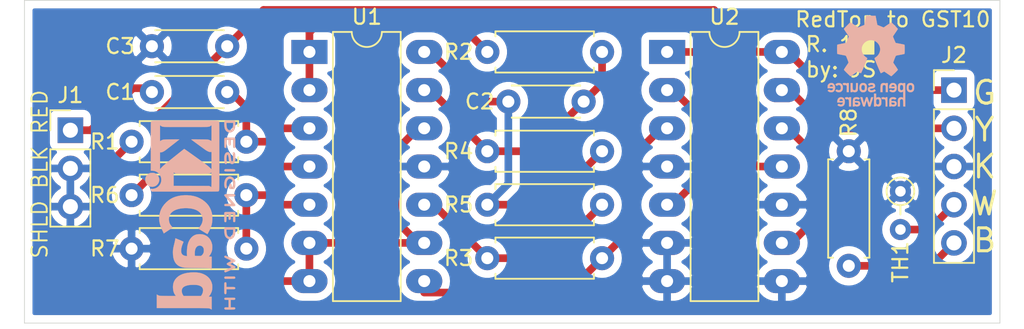
<source format=kicad_pcb>
(kicad_pcb (version 20171130) (host pcbnew 5.1.4+dfsg1-1)

  (general
    (thickness 1.6)
    (drawings 10)
    (tracks 96)
    (zones 0)
    (modules 18)
    (nets 18)
  )

  (page A4)
  (title_block
    (title "Signet Redtop to Garmin GST10 converter")
    (date 2020-01-26)
    (rev 1)
    (company "Sarrett Industries")
  )

  (layers
    (0 F.Cu signal)
    (31 B.Cu signal)
    (32 B.Adhes user)
    (33 F.Adhes user)
    (34 B.Paste user)
    (35 F.Paste user)
    (36 B.SilkS user)
    (37 F.SilkS user)
    (38 B.Mask user)
    (39 F.Mask user)
    (40 Dwgs.User user)
    (41 Cmts.User user)
    (42 Eco1.User user)
    (43 Eco2.User user)
    (44 Edge.Cuts user)
    (45 Margin user)
    (46 B.CrtYd user)
    (47 F.CrtYd user)
    (48 B.Fab user)
    (49 F.Fab user)
  )

  (setup
    (last_trace_width 0.25)
    (user_trace_width 0.508)
    (trace_clearance 0.2)
    (zone_clearance 0.508)
    (zone_45_only yes)
    (trace_min 0.2)
    (via_size 0.8)
    (via_drill 0.4)
    (via_min_size 0.4)
    (via_min_drill 0.3)
    (user_via 0.9144 0.4064)
    (uvia_size 0.3)
    (uvia_drill 0.1)
    (uvias_allowed no)
    (uvia_min_size 0.2)
    (uvia_min_drill 0.1)
    (edge_width 0.05)
    (segment_width 0.2)
    (pcb_text_width 0.3)
    (pcb_text_size 1.5 1.5)
    (mod_edge_width 0.12)
    (mod_text_size 1 1)
    (mod_text_width 0.15)
    (pad_size 1.524 1.524)
    (pad_drill 0.762)
    (pad_to_mask_clearance 0.051)
    (solder_mask_min_width 0.25)
    (aux_axis_origin 0 0)
    (visible_elements FFFFFF7F)
    (pcbplotparams
      (layerselection 0x010fc_ffffffff)
      (usegerberextensions false)
      (usegerberattributes false)
      (usegerberadvancedattributes false)
      (creategerberjobfile false)
      (excludeedgelayer true)
      (linewidth 0.100000)
      (plotframeref false)
      (viasonmask false)
      (mode 1)
      (useauxorigin false)
      (hpglpennumber 1)
      (hpglpenspeed 20)
      (hpglpendiameter 15.000000)
      (psnegative false)
      (psa4output false)
      (plotreference true)
      (plotvalue true)
      (plotinvisibletext false)
      (padsonsilk false)
      (subtractmaskfromsilk false)
      (outputformat 1)
      (mirror false)
      (drillshape 0)
      (scaleselection 1)
      (outputdirectory "Fabrication Outputs/"))
  )

  (net 0 "")
  (net 1 "Net-(C1-Pad1)")
  (net 2 /Sensor_IN)
  (net 3 VCC)
  (net 4 GND)
  (net 5 VCOM)
  (net 6 /Signal)
  (net 7 "Net-(J2-Pad4)")
  (net 8 "Net-(J2-Pad5)")
  (net 9 "Net-(R2-Pad1)")
  (net 10 /Sensor_DIGI)
  (net 11 "Net-(R3-Pad1)")
  (net 12 "Net-(R6-Pad1)")
  (net 13 "Net-(U2-Pad12)")
  (net 14 "Net-(U2-Pad2)")
  (net 15 "Net-(U2-Pad1)")
  (net 16 "Net-(C2-Pad2)")
  (net 17 "Net-(C2-Pad1)")

  (net_class Default "This is the default net class."
    (clearance 0.2)
    (trace_width 0.25)
    (via_dia 0.8)
    (via_drill 0.4)
    (uvia_dia 0.3)
    (uvia_drill 0.1)
    (add_net /Sensor_DIGI)
    (add_net /Sensor_IN)
    (add_net /Signal)
    (add_net GND)
    (add_net "Net-(C1-Pad1)")
    (add_net "Net-(C2-Pad1)")
    (add_net "Net-(C2-Pad2)")
    (add_net "Net-(J2-Pad4)")
    (add_net "Net-(J2-Pad5)")
    (add_net "Net-(R2-Pad1)")
    (add_net "Net-(R3-Pad1)")
    (add_net "Net-(R6-Pad1)")
    (add_net "Net-(U2-Pad1)")
    (add_net "Net-(U2-Pad12)")
    (add_net "Net-(U2-Pad2)")
    (add_net VCC)
    (add_net VCOM)
  )

  (module Symbol:OSHW-Logo_5.7x6mm_SilkScreen (layer B.Cu) (tedit 0) (tstamp 5E2D5981)
    (at 139.7762 112.8776 180)
    (descr "Open Source Hardware Logo")
    (tags "Logo OSHW")
    (attr virtual)
    (fp_text reference REF** (at 0 0) (layer B.SilkS) hide
      (effects (font (size 1 1) (thickness 0.15)) (justify mirror))
    )
    (fp_text value OSHW-Logo_5.7x6mm_SilkScreen (at 0.75 0) (layer B.Fab) hide
      (effects (font (size 1 1) (thickness 0.15)) (justify mirror))
    )
    (fp_poly (pts (xy 0.376964 2.709982) (xy 0.433812 2.40843) (xy 0.853338 2.235488) (xy 1.104984 2.406605)
      (xy 1.175458 2.45425) (xy 1.239163 2.49679) (xy 1.293126 2.532285) (xy 1.334373 2.55879)
      (xy 1.359934 2.574364) (xy 1.366895 2.577722) (xy 1.379435 2.569086) (xy 1.406231 2.545208)
      (xy 1.44428 2.509141) (xy 1.490579 2.463933) (xy 1.542123 2.412636) (xy 1.595909 2.358299)
      (xy 1.648935 2.303972) (xy 1.698195 2.252705) (xy 1.740687 2.207549) (xy 1.773407 2.171554)
      (xy 1.793351 2.14777) (xy 1.798119 2.13981) (xy 1.791257 2.125135) (xy 1.77202 2.092986)
      (xy 1.74243 2.046508) (xy 1.70451 1.988844) (xy 1.660282 1.92314) (xy 1.634654 1.885664)
      (xy 1.587941 1.817232) (xy 1.546432 1.75548) (xy 1.51214 1.703481) (xy 1.48708 1.664308)
      (xy 1.473264 1.641035) (xy 1.471188 1.636145) (xy 1.475895 1.622245) (xy 1.488723 1.58985)
      (xy 1.507738 1.543515) (xy 1.531003 1.487794) (xy 1.556584 1.427242) (xy 1.582545 1.366414)
      (xy 1.60695 1.309864) (xy 1.627863 1.262148) (xy 1.643349 1.227819) (xy 1.651472 1.211432)
      (xy 1.651952 1.210788) (xy 1.664707 1.207659) (xy 1.698677 1.200679) (xy 1.75034 1.190533)
      (xy 1.816176 1.177908) (xy 1.892664 1.163491) (xy 1.93729 1.155177) (xy 2.019021 1.139616)
      (xy 2.092843 1.124808) (xy 2.155021 1.111564) (xy 2.201822 1.100695) (xy 2.229509 1.093011)
      (xy 2.235074 1.090573) (xy 2.240526 1.07407) (xy 2.244924 1.0368) (xy 2.248272 0.98312)
      (xy 2.250574 0.917388) (xy 2.251832 0.843963) (xy 2.252048 0.767204) (xy 2.251227 0.691468)
      (xy 2.249371 0.621114) (xy 2.246482 0.5605) (xy 2.242565 0.513984) (xy 2.237622 0.485925)
      (xy 2.234657 0.480084) (xy 2.216934 0.473083) (xy 2.179381 0.463073) (xy 2.126964 0.451231)
      (xy 2.064652 0.438733) (xy 2.0429 0.43469) (xy 1.938024 0.41548) (xy 1.85518 0.400009)
      (xy 1.79163 0.387663) (xy 1.744637 0.377827) (xy 1.711463 0.369886) (xy 1.689371 0.363224)
      (xy 1.675624 0.357227) (xy 1.667484 0.351281) (xy 1.666345 0.350106) (xy 1.654977 0.331174)
      (xy 1.637635 0.294331) (xy 1.61605 0.244087) (xy 1.591954 0.184954) (xy 1.567079 0.121444)
      (xy 1.543157 0.058068) (xy 1.521919 -0.000662) (xy 1.505097 -0.050235) (xy 1.494422 -0.086139)
      (xy 1.491627 -0.103862) (xy 1.49186 -0.104483) (xy 1.501331 -0.11897) (xy 1.522818 -0.150844)
      (xy 1.554063 -0.196789) (xy 1.592807 -0.253485) (xy 1.636793 -0.317617) (xy 1.649319 -0.335842)
      (xy 1.693984 -0.401914) (xy 1.733288 -0.4622) (xy 1.765088 -0.513235) (xy 1.787245 -0.55156)
      (xy 1.797617 -0.573711) (xy 1.798119 -0.576432) (xy 1.789405 -0.590736) (xy 1.765325 -0.619072)
      (xy 1.728976 -0.658396) (xy 1.683453 -0.705661) (xy 1.631852 -0.757823) (xy 1.577267 -0.811835)
      (xy 1.522794 -0.864653) (xy 1.471529 -0.913231) (xy 1.426567 -0.954523) (xy 1.391004 -0.985485)
      (xy 1.367935 -1.00307) (xy 1.361554 -1.005941) (xy 1.346699 -0.999178) (xy 1.316286 -0.980939)
      (xy 1.275268 -0.954297) (xy 1.243709 -0.932852) (xy 1.186525 -0.893503) (xy 1.118806 -0.847171)
      (xy 1.05088 -0.800913) (xy 1.014361 -0.776155) (xy 0.890752 -0.692547) (xy 0.786991 -0.74865)
      (xy 0.73972 -0.773228) (xy 0.699523 -0.792331) (xy 0.672326 -0.803227) (xy 0.665402 -0.804743)
      (xy 0.657077 -0.793549) (xy 0.640654 -0.761917) (xy 0.617357 -0.712765) (xy 0.588414 -0.64901)
      (xy 0.55505 -0.573571) (xy 0.518491 -0.489364) (xy 0.479964 -0.399308) (xy 0.440694 -0.306321)
      (xy 0.401908 -0.21332) (xy 0.36483 -0.123223) (xy 0.330689 -0.038948) (xy 0.300708 0.036587)
      (xy 0.276116 0.100466) (xy 0.258136 0.149769) (xy 0.247997 0.181579) (xy 0.246366 0.192504)
      (xy 0.259291 0.206439) (xy 0.287589 0.22906) (xy 0.325346 0.255667) (xy 0.328515 0.257772)
      (xy 0.4261 0.335886) (xy 0.504786 0.427018) (xy 0.563891 0.528255) (xy 0.602732 0.636682)
      (xy 0.620628 0.749386) (xy 0.616897 0.863452) (xy 0.590857 0.975966) (xy 0.541825 1.084015)
      (xy 0.5274 1.107655) (xy 0.452369 1.203113) (xy 0.36373 1.279768) (xy 0.264549 1.33722)
      (xy 0.157895 1.375071) (xy 0.046836 1.392922) (xy -0.065561 1.390375) (xy -0.176227 1.36703)
      (xy -0.282094 1.32249) (xy -0.380095 1.256355) (xy -0.41041 1.229513) (xy -0.487562 1.145488)
      (xy -0.543782 1.057034) (xy -0.582347 0.957885) (xy -0.603826 0.859697) (xy -0.609128 0.749303)
      (xy -0.591448 0.63836) (xy -0.552581 0.530619) (xy -0.494323 0.429831) (xy -0.418469 0.339744)
      (xy -0.326817 0.264108) (xy -0.314772 0.256136) (xy -0.276611 0.230026) (xy -0.247601 0.207405)
      (xy -0.233732 0.192961) (xy -0.233531 0.192504) (xy -0.236508 0.176879) (xy -0.248311 0.141418)
      (xy -0.267714 0.089038) (xy -0.293488 0.022655) (xy -0.324409 -0.054814) (xy -0.359249 -0.14045)
      (xy -0.396783 -0.231337) (xy -0.435783 -0.324559) (xy -0.475023 -0.417197) (xy -0.513276 -0.506335)
      (xy -0.549317 -0.589055) (xy -0.581917 -0.662441) (xy -0.609852 -0.723575) (xy -0.631895 -0.769541)
      (xy -0.646818 -0.797421) (xy -0.652828 -0.804743) (xy -0.671191 -0.799041) (xy -0.705552 -0.783749)
      (xy -0.749984 -0.761599) (xy -0.774417 -0.74865) (xy -0.878178 -0.692547) (xy -1.001787 -0.776155)
      (xy -1.064886 -0.818987) (xy -1.13397 -0.866122) (xy -1.198707 -0.910503) (xy -1.231134 -0.932852)
      (xy -1.276741 -0.963477) (xy -1.31536 -0.987747) (xy -1.341952 -1.002587) (xy -1.35059 -1.005724)
      (xy -1.363161 -0.997261) (xy -1.390984 -0.973636) (xy -1.431361 -0.937302) (xy -1.481595 -0.890711)
      (xy -1.538988 -0.836317) (xy -1.575286 -0.801392) (xy -1.63879 -0.738996) (xy -1.693673 -0.683188)
      (xy -1.737714 -0.636354) (xy -1.768695 -0.600882) (xy -1.784398 -0.579161) (xy -1.785905 -0.574752)
      (xy -1.778914 -0.557985) (xy -1.759594 -0.524082) (xy -1.730091 -0.476476) (xy -1.692545 -0.418599)
      (xy -1.6491 -0.353884) (xy -1.636745 -0.335842) (xy -1.591727 -0.270267) (xy -1.55134 -0.211228)
      (xy -1.51784 -0.162042) (xy -1.493486 -0.126028) (xy -1.480536 -0.106502) (xy -1.479285 -0.104483)
      (xy -1.481156 -0.088922) (xy -1.491087 -0.054709) (xy -1.507347 -0.006355) (xy -1.528205 0.051629)
      (xy -1.551927 0.11473) (xy -1.576784 0.178437) (xy -1.601042 0.238239) (xy -1.622971 0.289624)
      (xy -1.640838 0.328081) (xy -1.652913 0.349098) (xy -1.653771 0.350106) (xy -1.661154 0.356112)
      (xy -1.673625 0.362052) (xy -1.69392 0.36854) (xy -1.724778 0.376191) (xy -1.768934 0.38562)
      (xy -1.829126 0.397441) (xy -1.908093 0.412271) (xy -2.00857 0.430723) (xy -2.030325 0.43469)
      (xy -2.094802 0.447147) (xy -2.151011 0.459334) (xy -2.193987 0.470074) (xy -2.21876 0.478191)
      (xy -2.222082 0.480084) (xy -2.227556 0.496862) (xy -2.232006 0.534355) (xy -2.235428 0.588206)
      (xy -2.237819 0.654056) (xy -2.239177 0.727547) (xy -2.239499 0.80432) (xy -2.238781 0.880017)
      (xy -2.237021 0.95028) (xy -2.234216 1.01075) (xy -2.230362 1.05707) (xy -2.225457 1.084881)
      (xy -2.2225 1.090573) (xy -2.206037 1.096314) (xy -2.168551 1.105655) (xy -2.113775 1.117785)
      (xy -2.045445 1.131893) (xy -1.967294 1.14717) (xy -1.924716 1.155177) (xy -1.843929 1.170279)
      (xy -1.771887 1.18396) (xy -1.712111 1.195533) (xy -1.668121 1.204313) (xy -1.643439 1.209613)
      (xy -1.639377 1.210788) (xy -1.632511 1.224035) (xy -1.617998 1.255943) (xy -1.597771 1.301953)
      (xy -1.573766 1.357508) (xy -1.547918 1.418047) (xy -1.52216 1.479014) (xy -1.498427 1.535849)
      (xy -1.478654 1.583994) (xy -1.464776 1.61889) (xy -1.458726 1.635979) (xy -1.458614 1.636726)
      (xy -1.465472 1.650207) (xy -1.484698 1.68123) (xy -1.514272 1.726711) (xy -1.552173 1.783568)
      (xy -1.59638 1.848717) (xy -1.622079 1.886138) (xy -1.668907 1.954753) (xy -1.710499 2.017048)
      (xy -1.744825 2.069871) (xy -1.769857 2.110073) (xy -1.783565 2.1345) (xy -1.785544 2.139976)
      (xy -1.777034 2.152722) (xy -1.753507 2.179937) (xy -1.717968 2.218572) (xy -1.673423 2.265577)
      (xy -1.622877 2.317905) (xy -1.569336 2.372505) (xy -1.515805 2.42633) (xy -1.465289 2.47633)
      (xy -1.420794 2.519457) (xy -1.385325 2.552661) (xy -1.361887 2.572894) (xy -1.354046 2.577722)
      (xy -1.34128 2.570933) (xy -1.310744 2.551858) (xy -1.26541 2.522439) (xy -1.208244 2.484619)
      (xy -1.142216 2.440339) (xy -1.09241 2.406605) (xy -0.840764 2.235488) (xy -0.631001 2.321959)
      (xy -0.421237 2.40843) (xy -0.364389 2.709982) (xy -0.30754 3.011534) (xy 0.320115 3.011534)
      (xy 0.376964 2.709982)) (layer B.SilkS) (width 0.01))
    (fp_poly (pts (xy 1.79946 -1.45803) (xy 1.842711 -1.471245) (xy 1.870558 -1.487941) (xy 1.879629 -1.501145)
      (xy 1.877132 -1.516797) (xy 1.860931 -1.541385) (xy 1.847232 -1.5588) (xy 1.818992 -1.590283)
      (xy 1.797775 -1.603529) (xy 1.779688 -1.602664) (xy 1.726035 -1.58901) (xy 1.68663 -1.58963)
      (xy 1.654632 -1.605104) (xy 1.64389 -1.614161) (xy 1.609505 -1.646027) (xy 1.609505 -2.062179)
      (xy 1.471188 -2.062179) (xy 1.471188 -1.458614) (xy 1.540347 -1.458614) (xy 1.581869 -1.460256)
      (xy 1.603291 -1.466087) (xy 1.609502 -1.477461) (xy 1.609505 -1.477798) (xy 1.612439 -1.489713)
      (xy 1.625704 -1.488159) (xy 1.644084 -1.479563) (xy 1.682046 -1.463568) (xy 1.712872 -1.453945)
      (xy 1.752536 -1.451478) (xy 1.79946 -1.45803)) (layer B.SilkS) (width 0.01))
    (fp_poly (pts (xy -0.754012 -1.469002) (xy -0.722717 -1.48395) (xy -0.692409 -1.505541) (xy -0.669318 -1.530391)
      (xy -0.6525 -1.562087) (xy -0.641006 -1.604214) (xy -0.633891 -1.660358) (xy -0.630207 -1.734106)
      (xy -0.629008 -1.829044) (xy -0.628989 -1.838985) (xy -0.628713 -2.062179) (xy -0.76703 -2.062179)
      (xy -0.76703 -1.856418) (xy -0.767128 -1.780189) (xy -0.767809 -1.724939) (xy -0.769651 -1.686501)
      (xy -0.773233 -1.660706) (xy -0.779132 -1.643384) (xy -0.787927 -1.630368) (xy -0.80018 -1.617507)
      (xy -0.843047 -1.589873) (xy -0.889843 -1.584745) (xy -0.934424 -1.602217) (xy -0.949928 -1.615221)
      (xy -0.96131 -1.627447) (xy -0.969481 -1.64054) (xy -0.974974 -1.658615) (xy -0.97832 -1.685787)
      (xy -0.980051 -1.72617) (xy -0.980697 -1.783879) (xy -0.980792 -1.854132) (xy -0.980792 -2.062179)
      (xy -1.119109 -2.062179) (xy -1.119109 -1.458614) (xy -1.04995 -1.458614) (xy -1.008428 -1.460256)
      (xy -0.987006 -1.466087) (xy -0.980795 -1.477461) (xy -0.980792 -1.477798) (xy -0.97791 -1.488938)
      (xy -0.965199 -1.487674) (xy -0.939926 -1.475434) (xy -0.882605 -1.457424) (xy -0.817037 -1.455421)
      (xy -0.754012 -1.469002)) (layer B.SilkS) (width 0.01))
    (fp_poly (pts (xy 2.677898 -1.456457) (xy 2.710096 -1.464279) (xy 2.771825 -1.492921) (xy 2.82461 -1.536667)
      (xy 2.861141 -1.589117) (xy 2.86616 -1.600893) (xy 2.873045 -1.63174) (xy 2.877864 -1.677371)
      (xy 2.879505 -1.723492) (xy 2.879505 -1.810693) (xy 2.697178 -1.810693) (xy 2.621979 -1.810978)
      (xy 2.569003 -1.812704) (xy 2.535325 -1.817181) (xy 2.51802 -1.82572) (xy 2.514163 -1.83963)
      (xy 2.520829 -1.860222) (xy 2.53277 -1.884315) (xy 2.56608 -1.924525) (xy 2.612368 -1.944558)
      (xy 2.668944 -1.943905) (xy 2.733031 -1.922101) (xy 2.788417 -1.895193) (xy 2.834375 -1.931532)
      (xy 2.880333 -1.967872) (xy 2.837096 -2.007819) (xy 2.779374 -2.045563) (xy 2.708386 -2.06832)
      (xy 2.632029 -2.074688) (xy 2.558199 -2.063268) (xy 2.546287 -2.059393) (xy 2.481399 -2.025506)
      (xy 2.43313 -1.974986) (xy 2.400465 -1.906325) (xy 2.382385 -1.818014) (xy 2.382175 -1.816121)
      (xy 2.380556 -1.719878) (xy 2.3871 -1.685542) (xy 2.514852 -1.685542) (xy 2.526584 -1.690822)
      (xy 2.558438 -1.694867) (xy 2.605397 -1.697176) (xy 2.635154 -1.697525) (xy 2.690648 -1.697306)
      (xy 2.725346 -1.695916) (xy 2.743601 -1.692251) (xy 2.749766 -1.68521) (xy 2.748195 -1.67369)
      (xy 2.746878 -1.669233) (xy 2.724382 -1.627355) (xy 2.689003 -1.593604) (xy 2.65778 -1.578773)
      (xy 2.616301 -1.579668) (xy 2.574269 -1.598164) (xy 2.539012 -1.628786) (xy 2.517854 -1.666062)
      (xy 2.514852 -1.685542) (xy 2.3871 -1.685542) (xy 2.39669 -1.635229) (xy 2.428698 -1.564191)
      (xy 2.474701 -1.508779) (xy 2.532821 -1.471009) (xy 2.60118 -1.452896) (xy 2.677898 -1.456457)) (layer B.SilkS) (width 0.01))
    (fp_poly (pts (xy 2.217226 -1.46388) (xy 2.29008 -1.49483) (xy 2.313027 -1.509895) (xy 2.342354 -1.533048)
      (xy 2.360764 -1.551253) (xy 2.363961 -1.557183) (xy 2.354935 -1.57034) (xy 2.331837 -1.592667)
      (xy 2.313344 -1.60825) (xy 2.262728 -1.648926) (xy 2.22276 -1.615295) (xy 2.191874 -1.593584)
      (xy 2.161759 -1.58609) (xy 2.127292 -1.58792) (xy 2.072561 -1.601528) (xy 2.034886 -1.629772)
      (xy 2.011991 -1.675433) (xy 2.001597 -1.741289) (xy 2.001595 -1.741331) (xy 2.002494 -1.814939)
      (xy 2.016463 -1.868946) (xy 2.044328 -1.905716) (xy 2.063325 -1.918168) (xy 2.113776 -1.933673)
      (xy 2.167663 -1.933683) (xy 2.214546 -1.918638) (xy 2.225644 -1.911287) (xy 2.253476 -1.892511)
      (xy 2.275236 -1.889434) (xy 2.298704 -1.903409) (xy 2.324649 -1.92851) (xy 2.365716 -1.97088)
      (xy 2.320121 -2.008464) (xy 2.249674 -2.050882) (xy 2.170233 -2.071785) (xy 2.087215 -2.070272)
      (xy 2.032694 -2.056411) (xy 1.96897 -2.022135) (xy 1.918005 -1.968212) (xy 1.894851 -1.930149)
      (xy 1.876099 -1.875536) (xy 1.866715 -1.806369) (xy 1.866643 -1.731407) (xy 1.875824 -1.659409)
      (xy 1.894199 -1.599137) (xy 1.897093 -1.592958) (xy 1.939952 -1.532351) (xy 1.997979 -1.488224)
      (xy 2.066591 -1.461493) (xy 2.141201 -1.453073) (xy 2.217226 -1.46388)) (layer B.SilkS) (width 0.01))
    (fp_poly (pts (xy 0.993367 -1.654342) (xy 0.994555 -1.746563) (xy 0.998897 -1.81661) (xy 1.007558 -1.867381)
      (xy 1.021704 -1.901772) (xy 1.0425 -1.922679) (xy 1.07111 -1.933) (xy 1.106535 -1.935636)
      (xy 1.143636 -1.932682) (xy 1.171818 -1.921889) (xy 1.192243 -1.90036) (xy 1.206079 -1.865199)
      (xy 1.214491 -1.81351) (xy 1.218643 -1.742394) (xy 1.219703 -1.654342) (xy 1.219703 -1.458614)
      (xy 1.35802 -1.458614) (xy 1.35802 -2.062179) (xy 1.288862 -2.062179) (xy 1.24717 -2.060489)
      (xy 1.225701 -2.054556) (xy 1.219703 -2.043293) (xy 1.216091 -2.033261) (xy 1.201714 -2.035383)
      (xy 1.172736 -2.04958) (xy 1.106319 -2.07148) (xy 1.035875 -2.069928) (xy 0.968377 -2.046147)
      (xy 0.936233 -2.027362) (xy 0.911715 -2.007022) (xy 0.893804 -1.981573) (xy 0.881479 -1.947458)
      (xy 0.873723 -1.901121) (xy 0.869516 -1.839007) (xy 0.86784 -1.757561) (xy 0.867624 -1.694578)
      (xy 0.867624 -1.458614) (xy 0.993367 -1.458614) (xy 0.993367 -1.654342)) (layer B.SilkS) (width 0.01))
    (fp_poly (pts (xy 0.610762 -1.466055) (xy 0.674363 -1.500692) (xy 0.724123 -1.555372) (xy 0.747568 -1.599842)
      (xy 0.757634 -1.639121) (xy 0.764156 -1.695116) (xy 0.766951 -1.759621) (xy 0.765836 -1.824429)
      (xy 0.760626 -1.881334) (xy 0.754541 -1.911727) (xy 0.734014 -1.953306) (xy 0.698463 -1.997468)
      (xy 0.655619 -2.036087) (xy 0.613211 -2.061034) (xy 0.612177 -2.06143) (xy 0.559553 -2.072331)
      (xy 0.497188 -2.072601) (xy 0.437924 -2.062676) (xy 0.41504 -2.054722) (xy 0.356102 -2.0213)
      (xy 0.31389 -1.977511) (xy 0.286156 -1.919538) (xy 0.270651 -1.843565) (xy 0.267143 -1.803771)
      (xy 0.26759 -1.753766) (xy 0.402376 -1.753766) (xy 0.406917 -1.826732) (xy 0.419986 -1.882334)
      (xy 0.440756 -1.917861) (xy 0.455552 -1.92802) (xy 0.493464 -1.935104) (xy 0.538527 -1.933007)
      (xy 0.577487 -1.922812) (xy 0.587704 -1.917204) (xy 0.614659 -1.884538) (xy 0.632451 -1.834545)
      (xy 0.640024 -1.773705) (xy 0.636325 -1.708497) (xy 0.628057 -1.669253) (xy 0.60432 -1.623805)
      (xy 0.566849 -1.595396) (xy 0.52172 -1.585573) (xy 0.475011 -1.595887) (xy 0.439132 -1.621112)
      (xy 0.420277 -1.641925) (xy 0.409272 -1.662439) (xy 0.404026 -1.690203) (xy 0.402449 -1.732762)
      (xy 0.402376 -1.753766) (xy 0.26759 -1.753766) (xy 0.268094 -1.69758) (xy 0.285388 -1.610501)
      (xy 0.319029 -1.54253) (xy 0.369018 -1.493664) (xy 0.435356 -1.463899) (xy 0.449601 -1.460448)
      (xy 0.53521 -1.452345) (xy 0.610762 -1.466055)) (layer B.SilkS) (width 0.01))
    (fp_poly (pts (xy 0.014017 -1.456452) (xy 0.061634 -1.465482) (xy 0.111034 -1.48437) (xy 0.116312 -1.486777)
      (xy 0.153774 -1.506476) (xy 0.179717 -1.524781) (xy 0.188103 -1.536508) (xy 0.180117 -1.555632)
      (xy 0.16072 -1.58385) (xy 0.15211 -1.594384) (xy 0.116628 -1.635847) (xy 0.070885 -1.608858)
      (xy 0.02735 -1.590878) (xy -0.02295 -1.581267) (xy -0.071188 -1.58066) (xy -0.108533 -1.589691)
      (xy -0.117495 -1.595327) (xy -0.134563 -1.621171) (xy -0.136637 -1.650941) (xy -0.123866 -1.674197)
      (xy -0.116312 -1.678708) (xy -0.093675 -1.684309) (xy -0.053885 -1.690892) (xy -0.004834 -1.697183)
      (xy 0.004215 -1.69817) (xy 0.082996 -1.711798) (xy 0.140136 -1.734946) (xy 0.17803 -1.769752)
      (xy 0.199079 -1.818354) (xy 0.205635 -1.877718) (xy 0.196577 -1.945198) (xy 0.167164 -1.998188)
      (xy 0.117278 -2.036783) (xy 0.0468 -2.061081) (xy -0.031435 -2.070667) (xy -0.095234 -2.070552)
      (xy -0.146984 -2.061845) (xy -0.182327 -2.049825) (xy -0.226983 -2.02888) (xy -0.268253 -2.004574)
      (xy -0.282921 -1.993876) (xy -0.320643 -1.963084) (xy -0.275148 -1.917049) (xy -0.229653 -1.871013)
      (xy -0.177928 -1.905243) (xy -0.126048 -1.930952) (xy -0.070649 -1.944399) (xy -0.017395 -1.945818)
      (xy 0.028049 -1.935443) (xy 0.060016 -1.913507) (xy 0.070338 -1.894998) (xy 0.068789 -1.865314)
      (xy 0.04314 -1.842615) (xy -0.00654 -1.82694) (xy -0.060969 -1.819695) (xy -0.144736 -1.805873)
      (xy -0.206967 -1.779796) (xy -0.248493 -1.740699) (xy -0.270147 -1.68782) (xy -0.273147 -1.625126)
      (xy -0.258329 -1.559642) (xy -0.224546 -1.510144) (xy -0.171495 -1.476408) (xy -0.098874 -1.458207)
      (xy -0.045072 -1.454639) (xy 0.014017 -1.456452)) (layer B.SilkS) (width 0.01))
    (fp_poly (pts (xy -1.356699 -1.472614) (xy -1.344168 -1.478514) (xy -1.300799 -1.510283) (xy -1.25979 -1.556646)
      (xy -1.229168 -1.607696) (xy -1.220459 -1.631166) (xy -1.212512 -1.673091) (xy -1.207774 -1.723757)
      (xy -1.207199 -1.744679) (xy -1.207129 -1.810693) (xy -1.587083 -1.810693) (xy -1.578983 -1.845273)
      (xy -1.559104 -1.88617) (xy -1.524347 -1.921514) (xy -1.482998 -1.944282) (xy -1.456649 -1.94901)
      (xy -1.420916 -1.943273) (xy -1.378282 -1.928882) (xy -1.363799 -1.922262) (xy -1.31024 -1.895513)
      (xy -1.264533 -1.930376) (xy -1.238158 -1.953955) (xy -1.224124 -1.973417) (xy -1.223414 -1.979129)
      (xy -1.235951 -1.992973) (xy -1.263428 -2.014012) (xy -1.288366 -2.030425) (xy -1.355664 -2.05993)
      (xy -1.43111 -2.073284) (xy -1.505888 -2.069812) (xy -1.565495 -2.051663) (xy -1.626941 -2.012784)
      (xy -1.670608 -1.961595) (xy -1.697926 -1.895367) (xy -1.710322 -1.811371) (xy -1.711421 -1.772936)
      (xy -1.707022 -1.684861) (xy -1.706482 -1.682299) (xy -1.580582 -1.682299) (xy -1.577115 -1.690558)
      (xy -1.562863 -1.695113) (xy -1.53347 -1.697065) (xy -1.484575 -1.697517) (xy -1.465748 -1.697525)
      (xy -1.408467 -1.696843) (xy -1.372141 -1.694364) (xy -1.352604 -1.689443) (xy -1.34569 -1.681434)
      (xy -1.345445 -1.678862) (xy -1.353336 -1.658423) (xy -1.373085 -1.629789) (xy -1.381575 -1.619763)
      (xy -1.413094 -1.591408) (xy -1.445949 -1.580259) (xy -1.463651 -1.579327) (xy -1.511539 -1.590981)
      (xy -1.551699 -1.622285) (xy -1.577173 -1.667752) (xy -1.577625 -1.669233) (xy -1.580582 -1.682299)
      (xy -1.706482 -1.682299) (xy -1.692392 -1.61551) (xy -1.666038 -1.560025) (xy -1.633807 -1.520639)
      (xy -1.574217 -1.477931) (xy -1.504168 -1.455109) (xy -1.429661 -1.453046) (xy -1.356699 -1.472614)) (layer B.SilkS) (width 0.01))
    (fp_poly (pts (xy -2.538261 -1.465148) (xy -2.472479 -1.494231) (xy -2.42254 -1.542793) (xy -2.388374 -1.610908)
      (xy -2.369907 -1.698651) (xy -2.368583 -1.712351) (xy -2.367546 -1.808939) (xy -2.380993 -1.893602)
      (xy -2.408108 -1.962221) (xy -2.422627 -1.984294) (xy -2.473201 -2.031011) (xy -2.537609 -2.061268)
      (xy -2.609666 -2.073824) (xy -2.683185 -2.067439) (xy -2.739072 -2.047772) (xy -2.787132 -2.014629)
      (xy -2.826412 -1.971175) (xy -2.827092 -1.970158) (xy -2.843044 -1.943338) (xy -2.85341 -1.916368)
      (xy -2.859688 -1.882332) (xy -2.863373 -1.83431) (xy -2.864997 -1.794931) (xy -2.865672 -1.759219)
      (xy -2.739955 -1.759219) (xy -2.738726 -1.79477) (xy -2.734266 -1.842094) (xy -2.726397 -1.872465)
      (xy -2.712207 -1.894072) (xy -2.698917 -1.906694) (xy -2.651802 -1.933122) (xy -2.602505 -1.936653)
      (xy -2.556593 -1.917639) (xy -2.533638 -1.896331) (xy -2.517096 -1.874859) (xy -2.507421 -1.854313)
      (xy -2.503174 -1.827574) (xy -2.50292 -1.787523) (xy -2.504228 -1.750638) (xy -2.507043 -1.697947)
      (xy -2.511505 -1.663772) (xy -2.519548 -1.64148) (xy -2.533103 -1.624442) (xy -2.543845 -1.614703)
      (xy -2.588777 -1.589123) (xy -2.637249 -1.587847) (xy -2.677894 -1.602999) (xy -2.712567 -1.634642)
      (xy -2.733224 -1.68662) (xy -2.739955 -1.759219) (xy -2.865672 -1.759219) (xy -2.866479 -1.716621)
      (xy -2.863948 -1.658056) (xy -2.856362 -1.614007) (xy -2.842681 -1.579248) (xy -2.821865 -1.548551)
      (xy -2.814147 -1.539436) (xy -2.765889 -1.494021) (xy -2.714128 -1.467493) (xy -2.650828 -1.456379)
      (xy -2.619961 -1.455471) (xy -2.538261 -1.465148)) (layer B.SilkS) (width 0.01))
    (fp_poly (pts (xy 2.032581 -2.40497) (xy 2.092685 -2.420597) (xy 2.143021 -2.452848) (xy 2.167393 -2.47694)
      (xy 2.207345 -2.533895) (xy 2.230242 -2.599965) (xy 2.238108 -2.681182) (xy 2.238148 -2.687748)
      (xy 2.238218 -2.753763) (xy 1.858264 -2.753763) (xy 1.866363 -2.788342) (xy 1.880987 -2.819659)
      (xy 1.906581 -2.852291) (xy 1.911935 -2.8575) (xy 1.957943 -2.885694) (xy 2.01041 -2.890475)
      (xy 2.070803 -2.871926) (xy 2.08104 -2.866931) (xy 2.112439 -2.851745) (xy 2.13347 -2.843094)
      (xy 2.137139 -2.842293) (xy 2.149948 -2.850063) (xy 2.174378 -2.869072) (xy 2.186779 -2.87946)
      (xy 2.212476 -2.903321) (xy 2.220915 -2.919077) (xy 2.215058 -2.933571) (xy 2.211928 -2.937534)
      (xy 2.190725 -2.954879) (xy 2.155738 -2.975959) (xy 2.131337 -2.988265) (xy 2.062072 -3.009946)
      (xy 1.985388 -3.016971) (xy 1.912765 -3.008647) (xy 1.892426 -3.002686) (xy 1.829476 -2.968952)
      (xy 1.782815 -2.917045) (xy 1.752173 -2.846459) (xy 1.737282 -2.756692) (xy 1.735647 -2.709753)
      (xy 1.740421 -2.641413) (xy 1.86099 -2.641413) (xy 1.872652 -2.646465) (xy 1.903998 -2.650429)
      (xy 1.949571 -2.652768) (xy 1.980446 -2.653169) (xy 2.035981 -2.652783) (xy 2.071033 -2.650975)
      (xy 2.090262 -2.646773) (xy 2.09833 -2.639203) (xy 2.099901 -2.628218) (xy 2.089121 -2.594381)
      (xy 2.06198 -2.56094) (xy 2.026277 -2.535272) (xy 1.99056 -2.524772) (xy 1.942048 -2.534086)
      (xy 1.900053 -2.561013) (xy 1.870936 -2.599827) (xy 1.86099 -2.641413) (xy 1.740421 -2.641413)
      (xy 1.742599 -2.610236) (xy 1.764055 -2.530949) (xy 1.80047 -2.471263) (xy 1.852297 -2.430549)
      (xy 1.91999 -2.408179) (xy 1.956662 -2.403871) (xy 2.032581 -2.40497)) (layer B.SilkS) (width 0.01))
    (fp_poly (pts (xy 1.635255 -2.401486) (xy 1.683595 -2.411015) (xy 1.711114 -2.425125) (xy 1.740064 -2.448568)
      (xy 1.698876 -2.500571) (xy 1.673482 -2.532064) (xy 1.656238 -2.547428) (xy 1.639102 -2.549776)
      (xy 1.614027 -2.542217) (xy 1.602257 -2.537941) (xy 1.55427 -2.531631) (xy 1.510324 -2.545156)
      (xy 1.47806 -2.57571) (xy 1.472819 -2.585452) (xy 1.467112 -2.611258) (xy 1.462706 -2.658817)
      (xy 1.459811 -2.724758) (xy 1.458631 -2.80571) (xy 1.458614 -2.817226) (xy 1.458614 -3.017822)
      (xy 1.320297 -3.017822) (xy 1.320297 -2.401683) (xy 1.389456 -2.401683) (xy 1.429333 -2.402725)
      (xy 1.450107 -2.407358) (xy 1.457789 -2.417849) (xy 1.458614 -2.427745) (xy 1.458614 -2.453806)
      (xy 1.491745 -2.427745) (xy 1.529735 -2.409965) (xy 1.58077 -2.401174) (xy 1.635255 -2.401486)) (layer B.SilkS) (width 0.01))
    (fp_poly (pts (xy 1.038411 -2.405417) (xy 1.091411 -2.41829) (xy 1.106731 -2.42511) (xy 1.136428 -2.442974)
      (xy 1.15922 -2.463093) (xy 1.176083 -2.488962) (xy 1.187998 -2.524073) (xy 1.195942 -2.57192)
      (xy 1.200894 -2.635996) (xy 1.203831 -2.719794) (xy 1.204947 -2.775768) (xy 1.209052 -3.017822)
      (xy 1.138932 -3.017822) (xy 1.096393 -3.016038) (xy 1.074476 -3.009942) (xy 1.068812 -2.999706)
      (xy 1.065821 -2.988637) (xy 1.052451 -2.990754) (xy 1.034233 -2.999629) (xy 0.988624 -3.013233)
      (xy 0.930007 -3.016899) (xy 0.868354 -3.010903) (xy 0.813638 -2.995521) (xy 0.80873 -2.993386)
      (xy 0.758723 -2.958255) (xy 0.725756 -2.909419) (xy 0.710587 -2.852333) (xy 0.711746 -2.831824)
      (xy 0.835508 -2.831824) (xy 0.846413 -2.859425) (xy 0.878745 -2.879204) (xy 0.93091 -2.889819)
      (xy 0.958787 -2.891228) (xy 1.005247 -2.88762) (xy 1.036129 -2.873597) (xy 1.043664 -2.866931)
      (xy 1.064076 -2.830666) (xy 1.068812 -2.797773) (xy 1.068812 -2.753763) (xy 1.007513 -2.753763)
      (xy 0.936256 -2.757395) (xy 0.886276 -2.768818) (xy 0.854696 -2.788824) (xy 0.847626 -2.797743)
      (xy 0.835508 -2.831824) (xy 0.711746 -2.831824) (xy 0.713971 -2.792456) (xy 0.736663 -2.735244)
      (xy 0.767624 -2.69658) (xy 0.786376 -2.679864) (xy 0.804733 -2.668878) (xy 0.828619 -2.66218)
      (xy 0.863957 -2.658326) (xy 0.916669 -2.655873) (xy 0.937577 -2.655168) (xy 1.068812 -2.650879)
      (xy 1.06862 -2.611158) (xy 1.063537 -2.569405) (xy 1.045162 -2.544158) (xy 1.008039 -2.52803)
      (xy 1.007043 -2.527742) (xy 0.95441 -2.5214) (xy 0.902906 -2.529684) (xy 0.86463 -2.549827)
      (xy 0.849272 -2.559773) (xy 0.83273 -2.558397) (xy 0.807275 -2.543987) (xy 0.792328 -2.533817)
      (xy 0.763091 -2.512088) (xy 0.74498 -2.4958) (xy 0.742074 -2.491137) (xy 0.75404 -2.467005)
      (xy 0.789396 -2.438185) (xy 0.804753 -2.428461) (xy 0.848901 -2.411714) (xy 0.908398 -2.402227)
      (xy 0.974487 -2.400095) (xy 1.038411 -2.405417)) (layer B.SilkS) (width 0.01))
    (fp_poly (pts (xy 0.281524 -2.404237) (xy 0.331255 -2.407971) (xy 0.461291 -2.797773) (xy 0.481678 -2.728614)
      (xy 0.493946 -2.685874) (xy 0.510085 -2.628115) (xy 0.527512 -2.564625) (xy 0.536726 -2.53057)
      (xy 0.571388 -2.401683) (xy 0.714391 -2.401683) (xy 0.671646 -2.536857) (xy 0.650596 -2.603342)
      (xy 0.625167 -2.683539) (xy 0.59861 -2.767193) (xy 0.574902 -2.841782) (xy 0.520902 -3.011535)
      (xy 0.462598 -3.015328) (xy 0.404295 -3.019122) (xy 0.372679 -2.914734) (xy 0.353182 -2.849889)
      (xy 0.331904 -2.7784) (xy 0.313308 -2.715263) (xy 0.312574 -2.71275) (xy 0.298684 -2.669969)
      (xy 0.286429 -2.640779) (xy 0.277846 -2.629741) (xy 0.276082 -2.631018) (xy 0.269891 -2.64813)
      (xy 0.258128 -2.684787) (xy 0.242225 -2.736378) (xy 0.223614 -2.798294) (xy 0.213543 -2.832352)
      (xy 0.159007 -3.017822) (xy 0.043264 -3.017822) (xy -0.049263 -2.725471) (xy -0.075256 -2.643462)
      (xy -0.098934 -2.568987) (xy -0.11918 -2.505544) (xy -0.134874 -2.456632) (xy -0.144898 -2.425749)
      (xy -0.147945 -2.416726) (xy -0.145533 -2.407487) (xy -0.126592 -2.403441) (xy -0.087177 -2.403846)
      (xy -0.081007 -2.404152) (xy -0.007914 -2.407971) (xy 0.039957 -2.58401) (xy 0.057553 -2.648211)
      (xy 0.073277 -2.704649) (xy 0.085746 -2.748422) (xy 0.093574 -2.77463) (xy 0.09502 -2.778903)
      (xy 0.101014 -2.77399) (xy 0.113101 -2.748532) (xy 0.129893 -2.705997) (xy 0.150003 -2.64985)
      (xy 0.167003 -2.59913) (xy 0.231794 -2.400504) (xy 0.281524 -2.404237)) (layer B.SilkS) (width 0.01))
    (fp_poly (pts (xy -0.201188 -3.017822) (xy -0.270346 -3.017822) (xy -0.310488 -3.016645) (xy -0.331394 -3.011772)
      (xy -0.338922 -3.001186) (xy -0.339505 -2.994029) (xy -0.340774 -2.979676) (xy -0.348779 -2.976923)
      (xy -0.369815 -2.985771) (xy -0.386173 -2.994029) (xy -0.448977 -3.013597) (xy -0.517248 -3.014729)
      (xy -0.572752 -3.000135) (xy -0.624438 -2.964877) (xy -0.663838 -2.912835) (xy -0.685413 -2.85145)
      (xy -0.685962 -2.848018) (xy -0.689167 -2.810571) (xy -0.690761 -2.756813) (xy -0.690633 -2.716155)
      (xy -0.553279 -2.716155) (xy -0.550097 -2.770194) (xy -0.542859 -2.814735) (xy -0.53306 -2.839888)
      (xy -0.495989 -2.87426) (xy -0.451974 -2.886582) (xy -0.406584 -2.876618) (xy -0.367797 -2.846895)
      (xy -0.353108 -2.826905) (xy -0.344519 -2.80305) (xy -0.340496 -2.76823) (xy -0.339505 -2.71593)
      (xy -0.341278 -2.664139) (xy -0.345963 -2.618634) (xy -0.352603 -2.588181) (xy -0.35371 -2.585452)
      (xy -0.380491 -2.553) (xy -0.419579 -2.535183) (xy -0.463315 -2.532306) (xy -0.504038 -2.544674)
      (xy -0.534087 -2.572593) (xy -0.537204 -2.578148) (xy -0.546961 -2.612022) (xy -0.552277 -2.660728)
      (xy -0.553279 -2.716155) (xy -0.690633 -2.716155) (xy -0.690568 -2.69554) (xy -0.689664 -2.662563)
      (xy -0.683514 -2.580981) (xy -0.670733 -2.51973) (xy -0.649471 -2.474449) (xy -0.617878 -2.440779)
      (xy -0.587207 -2.421014) (xy -0.544354 -2.40712) (xy -0.491056 -2.402354) (xy -0.43648 -2.406236)
      (xy -0.389792 -2.418282) (xy -0.365124 -2.432693) (xy -0.339505 -2.455878) (xy -0.339505 -2.162773)
      (xy -0.201188 -2.162773) (xy -0.201188 -3.017822)) (layer B.SilkS) (width 0.01))
    (fp_poly (pts (xy -0.993356 -2.40302) (xy -0.974539 -2.40866) (xy -0.968473 -2.421053) (xy -0.968218 -2.426647)
      (xy -0.967129 -2.44223) (xy -0.959632 -2.444676) (xy -0.939381 -2.433993) (xy -0.927351 -2.426694)
      (xy -0.8894 -2.411063) (xy -0.844072 -2.403334) (xy -0.796544 -2.40274) (xy -0.751995 -2.408513)
      (xy -0.715602 -2.419884) (xy -0.692543 -2.436088) (xy -0.687996 -2.456355) (xy -0.690291 -2.461843)
      (xy -0.70702 -2.484626) (xy -0.732963 -2.512647) (xy -0.737655 -2.517177) (xy -0.762383 -2.538005)
      (xy -0.783718 -2.544735) (xy -0.813555 -2.540038) (xy -0.825508 -2.536917) (xy -0.862705 -2.529421)
      (xy -0.888859 -2.532792) (xy -0.910946 -2.544681) (xy -0.931178 -2.560635) (xy -0.946079 -2.5807)
      (xy -0.956434 -2.608702) (xy -0.963029 -2.648467) (xy -0.966649 -2.703823) (xy -0.968078 -2.778594)
      (xy -0.968218 -2.82374) (xy -0.968218 -3.017822) (xy -1.09396 -3.017822) (xy -1.09396 -2.401683)
      (xy -1.031089 -2.401683) (xy -0.993356 -2.40302)) (layer B.SilkS) (width 0.01))
    (fp_poly (pts (xy -1.38421 -2.406555) (xy -1.325055 -2.422339) (xy -1.280023 -2.450948) (xy -1.248246 -2.488419)
      (xy -1.238366 -2.504411) (xy -1.231073 -2.521163) (xy -1.225974 -2.542592) (xy -1.222679 -2.572616)
      (xy -1.220797 -2.615154) (xy -1.219937 -2.674122) (xy -1.219707 -2.75344) (xy -1.219703 -2.774484)
      (xy -1.219703 -3.017822) (xy -1.280059 -3.017822) (xy -1.318557 -3.015126) (xy -1.347023 -3.008295)
      (xy -1.354155 -3.004083) (xy -1.373652 -2.996813) (xy -1.393566 -3.004083) (xy -1.426353 -3.01316)
      (xy -1.473978 -3.016813) (xy -1.526764 -3.015228) (xy -1.575036 -3.008589) (xy -1.603218 -3.000072)
      (xy -1.657753 -2.965063) (xy -1.691835 -2.916479) (xy -1.707157 -2.851882) (xy -1.707299 -2.850223)
      (xy -1.705955 -2.821566) (xy -1.584356 -2.821566) (xy -1.573726 -2.854161) (xy -1.55641 -2.872505)
      (xy -1.521652 -2.886379) (xy -1.475773 -2.891917) (xy -1.428988 -2.889191) (xy -1.391514 -2.878274)
      (xy -1.381015 -2.871269) (xy -1.362668 -2.838904) (xy -1.35802 -2.802111) (xy -1.35802 -2.753763)
      (xy -1.427582 -2.753763) (xy -1.493667 -2.75885) (xy -1.543764 -2.773263) (xy -1.574929 -2.795729)
      (xy -1.584356 -2.821566) (xy -1.705955 -2.821566) (xy -1.703987 -2.779647) (xy -1.68071 -2.723845)
      (xy -1.636948 -2.681647) (xy -1.630899 -2.677808) (xy -1.604907 -2.665309) (xy -1.572735 -2.65774)
      (xy -1.52776 -2.654061) (xy -1.474331 -2.653216) (xy -1.35802 -2.653169) (xy -1.35802 -2.604411)
      (xy -1.362953 -2.566581) (xy -1.375543 -2.541236) (xy -1.377017 -2.539887) (xy -1.405034 -2.5288)
      (xy -1.447326 -2.524503) (xy -1.494064 -2.526615) (xy -1.535418 -2.534756) (xy -1.559957 -2.546965)
      (xy -1.573253 -2.556746) (xy -1.587294 -2.558613) (xy -1.606671 -2.5506) (xy -1.635976 -2.530739)
      (xy -1.679803 -2.497063) (xy -1.683825 -2.493909) (xy -1.681764 -2.482236) (xy -1.664568 -2.462822)
      (xy -1.638433 -2.441248) (xy -1.609552 -2.423096) (xy -1.600478 -2.418809) (xy -1.56738 -2.410256)
      (xy -1.51888 -2.404155) (xy -1.464695 -2.401708) (xy -1.462161 -2.401703) (xy -1.38421 -2.406555)) (layer B.SilkS) (width 0.01))
    (fp_poly (pts (xy -1.908759 -1.469184) (xy -1.882247 -1.482282) (xy -1.849553 -1.505106) (xy -1.825725 -1.529996)
      (xy -1.809406 -1.561249) (xy -1.79924 -1.603166) (xy -1.793872 -1.660044) (xy -1.791944 -1.736184)
      (xy -1.791831 -1.768917) (xy -1.792161 -1.840656) (xy -1.793527 -1.891927) (xy -1.7965 -1.927404)
      (xy -1.801649 -1.951763) (xy -1.809543 -1.96968) (xy -1.817757 -1.981902) (xy -1.870187 -2.033905)
      (xy -1.93193 -2.065184) (xy -1.998536 -2.074592) (xy -2.065558 -2.06098) (xy -2.086792 -2.051354)
      (xy -2.137624 -2.024859) (xy -2.137624 -2.440052) (xy -2.100525 -2.420868) (xy -2.051643 -2.406025)
      (xy -1.991561 -2.402222) (xy -1.931564 -2.409243) (xy -1.886256 -2.425013) (xy -1.848675 -2.455047)
      (xy -1.816564 -2.498024) (xy -1.81415 -2.502436) (xy -1.803967 -2.523221) (xy -1.79653 -2.54417)
      (xy -1.791411 -2.569548) (xy -1.788181 -2.603618) (xy -1.786413 -2.650641) (xy -1.785677 -2.714882)
      (xy -1.785544 -2.787176) (xy -1.785544 -3.017822) (xy -1.923861 -3.017822) (xy -1.923861 -2.592533)
      (xy -1.962549 -2.559979) (xy -2.002738 -2.53394) (xy -2.040797 -2.529205) (xy -2.079066 -2.541389)
      (xy -2.099462 -2.55332) (xy -2.114642 -2.570313) (xy -2.125438 -2.595995) (xy -2.132683 -2.633991)
      (xy -2.137208 -2.687926) (xy -2.139844 -2.761425) (xy -2.140772 -2.810347) (xy -2.143911 -3.011535)
      (xy -2.209926 -3.015336) (xy -2.27594 -3.019136) (xy -2.27594 -1.77065) (xy -2.137624 -1.77065)
      (xy -2.134097 -1.840254) (xy -2.122215 -1.888569) (xy -2.10002 -1.918631) (xy -2.065559 -1.933471)
      (xy -2.030742 -1.936436) (xy -1.991329 -1.933028) (xy -1.965171 -1.919617) (xy -1.948814 -1.901896)
      (xy -1.935937 -1.882835) (xy -1.928272 -1.861601) (xy -1.924861 -1.831849) (xy -1.924749 -1.787236)
      (xy -1.925897 -1.74988) (xy -1.928532 -1.693604) (xy -1.932456 -1.656658) (xy -1.939063 -1.633223)
      (xy -1.949749 -1.61748) (xy -1.959833 -1.60838) (xy -2.00197 -1.588537) (xy -2.05184 -1.585332)
      (xy -2.080476 -1.592168) (xy -2.108828 -1.616464) (xy -2.127609 -1.663728) (xy -2.136712 -1.733624)
      (xy -2.137624 -1.77065) (xy -2.27594 -1.77065) (xy -2.27594 -1.458614) (xy -2.206782 -1.458614)
      (xy -2.16526 -1.460256) (xy -2.143838 -1.466087) (xy -2.137626 -1.477461) (xy -2.137624 -1.477798)
      (xy -2.134742 -1.488938) (xy -2.12203 -1.487673) (xy -2.096757 -1.475433) (xy -2.037869 -1.456707)
      (xy -1.971615 -1.454739) (xy -1.908759 -1.469184)) (layer B.SilkS) (width 0.01))
  )

  (module Symbol:KiCad-Logo2_5mm_SilkScreen (layer B.Cu) (tedit 0) (tstamp 5E2D5870)
    (at 94.5642 123.1138 270)
    (descr "KiCad Logo")
    (tags "Logo KiCad")
    (attr virtual)
    (fp_text reference REF** (at 0 5.08 90) (layer B.SilkS) hide
      (effects (font (size 1 1) (thickness 0.15)) (justify mirror))
    )
    (fp_text value KiCad-Logo2_5mm_SilkScreen (at 0 -5.08 90) (layer B.Fab) hide
      (effects (font (size 1 1) (thickness 0.15)) (justify mirror))
    )
    (fp_poly (pts (xy 6.228823 -2.274533) (xy 6.260202 -2.296776) (xy 6.287911 -2.324485) (xy 6.287911 -2.63392)
      (xy 6.287838 -2.725799) (xy 6.287495 -2.79784) (xy 6.286692 -2.85278) (xy 6.285241 -2.89336)
      (xy 6.282952 -2.922317) (xy 6.279636 -2.942391) (xy 6.275105 -2.956321) (xy 6.269169 -2.966845)
      (xy 6.264514 -2.9731) (xy 6.233783 -2.997673) (xy 6.198496 -3.000341) (xy 6.166245 -2.985271)
      (xy 6.155588 -2.976374) (xy 6.148464 -2.964557) (xy 6.144167 -2.945526) (xy 6.141991 -2.914992)
      (xy 6.141228 -2.868662) (xy 6.141155 -2.832871) (xy 6.141155 -2.698045) (xy 5.644444 -2.698045)
      (xy 5.644444 -2.8207) (xy 5.643931 -2.876787) (xy 5.641876 -2.915333) (xy 5.637508 -2.941361)
      (xy 5.630056 -2.959897) (xy 5.621047 -2.9731) (xy 5.590144 -2.997604) (xy 5.555196 -3.000506)
      (xy 5.521738 -2.983089) (xy 5.512604 -2.973959) (xy 5.506152 -2.961855) (xy 5.501897 -2.943001)
      (xy 5.499352 -2.91362) (xy 5.498029 -2.869937) (xy 5.497443 -2.808175) (xy 5.497375 -2.794)
      (xy 5.496891 -2.677631) (xy 5.496641 -2.581727) (xy 5.496723 -2.504177) (xy 5.497231 -2.442869)
      (xy 5.498262 -2.39569) (xy 5.499913 -2.36053) (xy 5.502279 -2.335276) (xy 5.505457 -2.317817)
      (xy 5.509544 -2.306041) (xy 5.514634 -2.297835) (xy 5.520266 -2.291645) (xy 5.552128 -2.271844)
      (xy 5.585357 -2.274533) (xy 5.616735 -2.296776) (xy 5.629433 -2.311126) (xy 5.637526 -2.326978)
      (xy 5.642042 -2.349554) (xy 5.644006 -2.384078) (xy 5.644444 -2.435776) (xy 5.644444 -2.551289)
      (xy 6.141155 -2.551289) (xy 6.141155 -2.432756) (xy 6.141662 -2.378148) (xy 6.143698 -2.341275)
      (xy 6.148035 -2.317307) (xy 6.155447 -2.301415) (xy 6.163733 -2.291645) (xy 6.195594 -2.271844)
      (xy 6.228823 -2.274533)) (layer B.SilkS) (width 0.01))
    (fp_poly (pts (xy 4.963065 -2.269163) (xy 5.041772 -2.269542) (xy 5.102863 -2.270333) (xy 5.148817 -2.27167)
      (xy 5.182114 -2.273683) (xy 5.205236 -2.276506) (xy 5.220662 -2.280269) (xy 5.230871 -2.285105)
      (xy 5.235813 -2.288822) (xy 5.261457 -2.321358) (xy 5.264559 -2.355138) (xy 5.248711 -2.385826)
      (xy 5.238348 -2.398089) (xy 5.227196 -2.40645) (xy 5.211035 -2.411657) (xy 5.185642 -2.414457)
      (xy 5.146798 -2.415596) (xy 5.09028 -2.415821) (xy 5.07918 -2.415822) (xy 4.933244 -2.415822)
      (xy 4.933244 -2.686756) (xy 4.933148 -2.772154) (xy 4.932711 -2.837864) (xy 4.931712 -2.886774)
      (xy 4.929928 -2.921773) (xy 4.927137 -2.945749) (xy 4.923117 -2.961593) (xy 4.917645 -2.972191)
      (xy 4.910666 -2.980267) (xy 4.877734 -3.000112) (xy 4.843354 -2.998548) (xy 4.812176 -2.975906)
      (xy 4.809886 -2.9731) (xy 4.802429 -2.962492) (xy 4.796747 -2.950081) (xy 4.792601 -2.93285)
      (xy 4.78975 -2.907784) (xy 4.787954 -2.871867) (xy 4.786972 -2.822083) (xy 4.786564 -2.755417)
      (xy 4.786489 -2.679589) (xy 4.786489 -2.415822) (xy 4.647127 -2.415822) (xy 4.587322 -2.415418)
      (xy 4.545918 -2.41384) (xy 4.518748 -2.410547) (xy 4.501646 -2.404992) (xy 4.490443 -2.396631)
      (xy 4.489083 -2.395178) (xy 4.472725 -2.361939) (xy 4.474172 -2.324362) (xy 4.492978 -2.291645)
      (xy 4.50025 -2.285298) (xy 4.509627 -2.280266) (xy 4.523609 -2.276396) (xy 4.544696 -2.273537)
      (xy 4.575389 -2.271535) (xy 4.618189 -2.270239) (xy 4.675595 -2.269498) (xy 4.75011 -2.269158)
      (xy 4.844233 -2.269068) (xy 4.86426 -2.269067) (xy 4.963065 -2.269163)) (layer B.SilkS) (width 0.01))
    (fp_poly (pts (xy 4.188614 -2.275877) (xy 4.212327 -2.290647) (xy 4.238978 -2.312227) (xy 4.238978 -2.633773)
      (xy 4.238893 -2.72783) (xy 4.238529 -2.801932) (xy 4.237724 -2.858704) (xy 4.236313 -2.900768)
      (xy 4.234133 -2.930748) (xy 4.231021 -2.951267) (xy 4.226814 -2.964949) (xy 4.221348 -2.974416)
      (xy 4.217472 -2.979082) (xy 4.186034 -2.999575) (xy 4.150233 -2.998739) (xy 4.118873 -2.981264)
      (xy 4.092222 -2.959684) (xy 4.092222 -2.312227) (xy 4.118873 -2.290647) (xy 4.144594 -2.274949)
      (xy 4.1656 -2.269067) (xy 4.188614 -2.275877)) (layer B.SilkS) (width 0.01))
    (fp_poly (pts (xy 3.744665 -2.271034) (xy 3.764255 -2.278035) (xy 3.76501 -2.278377) (xy 3.791613 -2.298678)
      (xy 3.80627 -2.319561) (xy 3.809138 -2.329352) (xy 3.808996 -2.342361) (xy 3.804961 -2.360895)
      (xy 3.796146 -2.387257) (xy 3.781669 -2.423752) (xy 3.760645 -2.472687) (xy 3.732188 -2.536365)
      (xy 3.695415 -2.617093) (xy 3.675175 -2.661216) (xy 3.638625 -2.739985) (xy 3.604315 -2.812423)
      (xy 3.573552 -2.87588) (xy 3.547648 -2.927708) (xy 3.52791 -2.965259) (xy 3.51565 -2.985884)
      (xy 3.513224 -2.988733) (xy 3.482183 -3.001302) (xy 3.447121 -2.999619) (xy 3.419 -2.984332)
      (xy 3.417854 -2.983089) (xy 3.406668 -2.966154) (xy 3.387904 -2.93317) (xy 3.363875 -2.88838)
      (xy 3.336897 -2.836032) (xy 3.327201 -2.816742) (xy 3.254014 -2.67015) (xy 3.17424 -2.829393)
      (xy 3.145767 -2.884415) (xy 3.11935 -2.932132) (xy 3.097148 -2.968893) (xy 3.081319 -2.991044)
      (xy 3.075954 -2.995741) (xy 3.034257 -3.002102) (xy 2.999849 -2.988733) (xy 2.989728 -2.974446)
      (xy 2.972214 -2.942692) (xy 2.948735 -2.896597) (xy 2.92072 -2.839285) (xy 2.889599 -2.77388)
      (xy 2.856799 -2.703507) (xy 2.82375 -2.631291) (xy 2.791881 -2.560355) (xy 2.762619 -2.493825)
      (xy 2.737395 -2.434826) (xy 2.717636 -2.386481) (xy 2.704772 -2.351915) (xy 2.700231 -2.334253)
      (xy 2.700277 -2.333613) (xy 2.711326 -2.311388) (xy 2.73341 -2.288753) (xy 2.73471 -2.287768)
      (xy 2.761853 -2.272425) (xy 2.786958 -2.272574) (xy 2.796368 -2.275466) (xy 2.807834 -2.281718)
      (xy 2.82001 -2.294014) (xy 2.834357 -2.314908) (xy 2.852336 -2.346949) (xy 2.875407 -2.392688)
      (xy 2.90503 -2.454677) (xy 2.931745 -2.511898) (xy 2.96248 -2.578226) (xy 2.990021 -2.637874)
      (xy 3.012938 -2.687725) (xy 3.029798 -2.724664) (xy 3.039173 -2.745573) (xy 3.04054 -2.748845)
      (xy 3.046689 -2.743497) (xy 3.060822 -2.721109) (xy 3.081057 -2.684946) (xy 3.105515 -2.638277)
      (xy 3.115248 -2.619022) (xy 3.148217 -2.554004) (xy 3.173643 -2.506654) (xy 3.193612 -2.474219)
      (xy 3.21021 -2.453946) (xy 3.225524 -2.443082) (xy 3.24164 -2.438875) (xy 3.252143 -2.4384)
      (xy 3.27067 -2.440042) (xy 3.286904 -2.446831) (xy 3.303035 -2.461566) (xy 3.321251 -2.487044)
      (xy 3.343739 -2.526061) (xy 3.372689 -2.581414) (xy 3.388662 -2.612903) (xy 3.41457 -2.663087)
      (xy 3.437167 -2.704704) (xy 3.454458 -2.734242) (xy 3.46445 -2.748189) (xy 3.465809 -2.74877)
      (xy 3.472261 -2.737793) (xy 3.486708 -2.70929) (xy 3.507703 -2.666244) (xy 3.533797 -2.611638)
      (xy 3.563546 -2.548454) (xy 3.57818 -2.517071) (xy 3.61625 -2.436078) (xy 3.646905 -2.373756)
      (xy 3.671737 -2.328071) (xy 3.692337 -2.296989) (xy 3.710298 -2.278478) (xy 3.72721 -2.270504)
      (xy 3.744665 -2.271034)) (layer B.SilkS) (width 0.01))
    (fp_poly (pts (xy 1.018309 -2.269275) (xy 1.147288 -2.273636) (xy 1.256991 -2.286861) (xy 1.349226 -2.309741)
      (xy 1.425802 -2.34307) (xy 1.488527 -2.387638) (xy 1.539212 -2.444236) (xy 1.579663 -2.513658)
      (xy 1.580459 -2.515351) (xy 1.604601 -2.577483) (xy 1.613203 -2.632509) (xy 1.606231 -2.687887)
      (xy 1.583654 -2.751073) (xy 1.579372 -2.760689) (xy 1.550172 -2.816966) (xy 1.517356 -2.860451)
      (xy 1.475002 -2.897417) (xy 1.41719 -2.934135) (xy 1.413831 -2.936052) (xy 1.363504 -2.960227)
      (xy 1.306621 -2.978282) (xy 1.239527 -2.990839) (xy 1.158565 -2.998522) (xy 1.060082 -3.001953)
      (xy 1.025286 -3.002251) (xy 0.859594 -3.002845) (xy 0.836197 -2.9731) (xy 0.829257 -2.963319)
      (xy 0.823842 -2.951897) (xy 0.819765 -2.936095) (xy 0.816837 -2.913175) (xy 0.814867 -2.880396)
      (xy 0.814225 -2.856089) (xy 0.970844 -2.856089) (xy 1.064726 -2.856089) (xy 1.119664 -2.854483)
      (xy 1.17606 -2.850255) (xy 1.222345 -2.844292) (xy 1.225139 -2.84379) (xy 1.307348 -2.821736)
      (xy 1.371114 -2.7886) (xy 1.418452 -2.742847) (xy 1.451382 -2.682939) (xy 1.457108 -2.667061)
      (xy 1.462721 -2.642333) (xy 1.460291 -2.617902) (xy 1.448467 -2.5854) (xy 1.44134 -2.569434)
      (xy 1.418 -2.527006) (xy 1.38988 -2.49724) (xy 1.35894 -2.476511) (xy 1.296966 -2.449537)
      (xy 1.217651 -2.429998) (xy 1.125253 -2.418746) (xy 1.058333 -2.41627) (xy 0.970844 -2.415822)
      (xy 0.970844 -2.856089) (xy 0.814225 -2.856089) (xy 0.813668 -2.835021) (xy 0.81305 -2.774311)
      (xy 0.812825 -2.695526) (xy 0.8128 -2.63392) (xy 0.8128 -2.324485) (xy 0.840509 -2.296776)
      (xy 0.852806 -2.285544) (xy 0.866103 -2.277853) (xy 0.884672 -2.27304) (xy 0.912786 -2.270446)
      (xy 0.954717 -2.26941) (xy 1.014737 -2.26927) (xy 1.018309 -2.269275)) (layer B.SilkS) (width 0.01))
    (fp_poly (pts (xy 0.230343 -2.26926) (xy 0.306701 -2.270174) (xy 0.365217 -2.272311) (xy 0.408255 -2.276175)
      (xy 0.438183 -2.282267) (xy 0.457368 -2.29109) (xy 0.468176 -2.303146) (xy 0.472973 -2.318939)
      (xy 0.474127 -2.33897) (xy 0.474133 -2.341335) (xy 0.473131 -2.363992) (xy 0.468396 -2.381503)
      (xy 0.457333 -2.394574) (xy 0.437348 -2.403913) (xy 0.405846 -2.410227) (xy 0.360232 -2.414222)
      (xy 0.297913 -2.416606) (xy 0.216293 -2.418086) (xy 0.191277 -2.418414) (xy -0.0508 -2.421467)
      (xy -0.054186 -2.486378) (xy -0.057571 -2.551289) (xy 0.110576 -2.551289) (xy 0.176266 -2.551531)
      (xy 0.223172 -2.552556) (xy 0.255083 -2.554811) (xy 0.275791 -2.558742) (xy 0.289084 -2.564798)
      (xy 0.298755 -2.573424) (xy 0.298817 -2.573493) (xy 0.316356 -2.607112) (xy 0.315722 -2.643448)
      (xy 0.297314 -2.674423) (xy 0.293671 -2.677607) (xy 0.280741 -2.685812) (xy 0.263024 -2.691521)
      (xy 0.23657 -2.695162) (xy 0.197432 -2.697167) (xy 0.141662 -2.697964) (xy 0.105994 -2.698045)
      (xy -0.056445 -2.698045) (xy -0.056445 -2.856089) (xy 0.190161 -2.856089) (xy 0.27158 -2.856231)
      (xy 0.33341 -2.856814) (xy 0.378637 -2.858068) (xy 0.410248 -2.860227) (xy 0.431231 -2.863523)
      (xy 0.444573 -2.868189) (xy 0.453261 -2.874457) (xy 0.45545 -2.876733) (xy 0.471614 -2.90828)
      (xy 0.472797 -2.944168) (xy 0.459536 -2.975285) (xy 0.449043 -2.985271) (xy 0.438129 -2.990769)
      (xy 0.421217 -2.995022) (xy 0.395633 -2.99818) (xy 0.358701 -3.000392) (xy 0.307746 -3.001806)
      (xy 0.240094 -3.002572) (xy 0.153069 -3.002838) (xy 0.133394 -3.002845) (xy 0.044911 -3.002787)
      (xy -0.023773 -3.002467) (xy -0.075436 -3.001667) (xy -0.112855 -3.000167) (xy -0.13881 -2.997749)
      (xy -0.156078 -2.994194) (xy -0.167438 -2.989282) (xy -0.175668 -2.982795) (xy -0.180183 -2.978138)
      (xy -0.186979 -2.969889) (xy -0.192288 -2.959669) (xy -0.196294 -2.9448) (xy -0.199179 -2.922602)
      (xy -0.201126 -2.890393) (xy -0.202319 -2.845496) (xy -0.202939 -2.785228) (xy -0.203171 -2.706911)
      (xy -0.2032 -2.640994) (xy -0.203129 -2.548628) (xy -0.202792 -2.476117) (xy -0.202002 -2.420737)
      (xy -0.200574 -2.379765) (xy -0.198321 -2.350478) (xy -0.195057 -2.330153) (xy -0.190596 -2.316066)
      (xy -0.184752 -2.305495) (xy -0.179803 -2.298811) (xy -0.156406 -2.269067) (xy 0.133774 -2.269067)
      (xy 0.230343 -2.26926)) (layer B.SilkS) (width 0.01))
    (fp_poly (pts (xy -1.300114 -2.273448) (xy -1.276548 -2.287273) (xy -1.245735 -2.309881) (xy -1.206078 -2.342338)
      (xy -1.15598 -2.385708) (xy -1.093843 -2.441058) (xy -1.018072 -2.509451) (xy -0.931334 -2.588084)
      (xy -0.750711 -2.751878) (xy -0.745067 -2.532029) (xy -0.743029 -2.456351) (xy -0.741063 -2.399994)
      (xy -0.738734 -2.359706) (xy -0.735606 -2.332235) (xy -0.731245 -2.314329) (xy -0.725216 -2.302737)
      (xy -0.717084 -2.294208) (xy -0.712772 -2.290623) (xy -0.678241 -2.27167) (xy -0.645383 -2.274441)
      (xy -0.619318 -2.290633) (xy -0.592667 -2.312199) (xy -0.589352 -2.627151) (xy -0.588435 -2.719779)
      (xy -0.587968 -2.792544) (xy -0.588113 -2.848161) (xy -0.589032 -2.889342) (xy -0.590887 -2.918803)
      (xy -0.593839 -2.939255) (xy -0.59805 -2.953413) (xy -0.603682 -2.963991) (xy -0.609927 -2.972474)
      (xy -0.623439 -2.988207) (xy -0.636883 -2.998636) (xy -0.652124 -3.002639) (xy -0.671026 -2.999094)
      (xy -0.695455 -2.986879) (xy -0.727273 -2.964871) (xy -0.768348 -2.931949) (xy -0.820542 -2.886991)
      (xy -0.885722 -2.828875) (xy -0.959556 -2.762099) (xy -1.224845 -2.521458) (xy -1.230489 -2.740589)
      (xy -1.232531 -2.816128) (xy -1.234502 -2.872354) (xy -1.236839 -2.912524) (xy -1.239981 -2.939896)
      (xy -1.244364 -2.957728) (xy -1.250424 -2.969279) (xy -1.2586 -2.977807) (xy -1.262784 -2.981282)
      (xy -1.299765 -3.000372) (xy -1.334708 -2.997493) (xy -1.365136 -2.9731) (xy -1.372097 -2.963286)
      (xy -1.377523 -2.951826) (xy -1.381603 -2.935968) (xy -1.384529 -2.912963) (xy -1.386492 -2.880062)
      (xy -1.387683 -2.834516) (xy -1.388292 -2.773573) (xy -1.388511 -2.694486) (xy -1.388534 -2.635956)
      (xy -1.38846 -2.544407) (xy -1.388113 -2.472687) (xy -1.387301 -2.418045) (xy -1.385833 -2.377732)
      (xy -1.383519 -2.348998) (xy -1.380167 -2.329093) (xy -1.375588 -2.315268) (xy -1.369589 -2.304772)
      (xy -1.365136 -2.298811) (xy -1.35385 -2.284691) (xy -1.343301 -2.274029) (xy -1.331893 -2.267892)
      (xy -1.31803 -2.267343) (xy -1.300114 -2.273448)) (layer B.SilkS) (width 0.01))
    (fp_poly (pts (xy -1.950081 -2.274599) (xy -1.881565 -2.286095) (xy -1.828943 -2.303967) (xy -1.794708 -2.327499)
      (xy -1.785379 -2.340924) (xy -1.775893 -2.372148) (xy -1.782277 -2.400395) (xy -1.80243 -2.427182)
      (xy -1.833745 -2.439713) (xy -1.879183 -2.438696) (xy -1.914326 -2.431906) (xy -1.992419 -2.418971)
      (xy -2.072226 -2.417742) (xy -2.161555 -2.428241) (xy -2.186229 -2.43269) (xy -2.269291 -2.456108)
      (xy -2.334273 -2.490945) (xy -2.380461 -2.536604) (xy -2.407145 -2.592494) (xy -2.412663 -2.621388)
      (xy -2.409051 -2.680012) (xy -2.385729 -2.731879) (xy -2.344824 -2.775978) (xy -2.288459 -2.811299)
      (xy -2.21876 -2.836829) (xy -2.137852 -2.851559) (xy -2.04786 -2.854478) (xy -1.95091 -2.844575)
      (xy -1.945436 -2.843641) (xy -1.906875 -2.836459) (xy -1.885494 -2.829521) (xy -1.876227 -2.819227)
      (xy -1.874006 -2.801976) (xy -1.873956 -2.792841) (xy -1.873956 -2.754489) (xy -1.942431 -2.754489)
      (xy -2.0029 -2.750347) (xy -2.044165 -2.737147) (xy -2.068175 -2.71373) (xy -2.076877 -2.678936)
      (xy -2.076983 -2.674394) (xy -2.071892 -2.644654) (xy -2.054433 -2.623419) (xy -2.021939 -2.609366)
      (xy -1.971743 -2.601173) (xy -1.923123 -2.598161) (xy -1.852456 -2.596433) (xy -1.801198 -2.59907)
      (xy -1.766239 -2.6088) (xy -1.74447 -2.628353) (xy -1.73278 -2.660456) (xy -1.72806 -2.707838)
      (xy -1.7272 -2.770071) (xy -1.728609 -2.839535) (xy -1.732848 -2.886786) (xy -1.739936 -2.912012)
      (xy -1.741311 -2.913988) (xy -1.780228 -2.945508) (xy -1.837286 -2.97047) (xy -1.908869 -2.98834)
      (xy -1.991358 -2.998586) (xy -2.081139 -3.000673) (xy -2.174592 -2.994068) (xy -2.229556 -2.985956)
      (xy -2.315766 -2.961554) (xy -2.395892 -2.921662) (xy -2.462977 -2.869887) (xy -2.473173 -2.859539)
      (xy -2.506302 -2.816035) (xy -2.536194 -2.762118) (xy -2.559357 -2.705592) (xy -2.572298 -2.654259)
      (xy -2.573858 -2.634544) (xy -2.567218 -2.593419) (xy -2.549568 -2.542252) (xy -2.524297 -2.488394)
      (xy -2.494789 -2.439195) (xy -2.468719 -2.406334) (xy -2.407765 -2.357452) (xy -2.328969 -2.318545)
      (xy -2.235157 -2.290494) (xy -2.12915 -2.274179) (xy -2.032 -2.270192) (xy -1.950081 -2.274599)) (layer B.SilkS) (width 0.01))
    (fp_poly (pts (xy -2.923822 -2.291645) (xy -2.917242 -2.299218) (xy -2.912079 -2.308987) (xy -2.908164 -2.323571)
      (xy -2.905324 -2.345585) (xy -2.903387 -2.377648) (xy -2.902183 -2.422375) (xy -2.901539 -2.482385)
      (xy -2.901284 -2.560294) (xy -2.901245 -2.635956) (xy -2.901314 -2.729802) (xy -2.901638 -2.803689)
      (xy -2.902386 -2.860232) (xy -2.903732 -2.902049) (xy -2.905846 -2.931757) (xy -2.9089 -2.951973)
      (xy -2.913066 -2.965314) (xy -2.918516 -2.974398) (xy -2.923822 -2.980267) (xy -2.956826 -2.999947)
      (xy -2.991991 -2.998181) (xy -3.023455 -2.976717) (xy -3.030684 -2.968337) (xy -3.036334 -2.958614)
      (xy -3.040599 -2.944861) (xy -3.043673 -2.924389) (xy -3.045752 -2.894512) (xy -3.04703 -2.852541)
      (xy -3.047701 -2.795789) (xy -3.047959 -2.721567) (xy -3.048 -2.637537) (xy -3.048 -2.324485)
      (xy -3.020291 -2.296776) (xy -2.986137 -2.273463) (xy -2.953006 -2.272623) (xy -2.923822 -2.291645)) (layer B.SilkS) (width 0.01))
    (fp_poly (pts (xy -3.691703 -2.270351) (xy -3.616888 -2.275581) (xy -3.547306 -2.28375) (xy -3.487002 -2.29455)
      (xy -3.44002 -2.307673) (xy -3.410406 -2.322813) (xy -3.40586 -2.327269) (xy -3.390054 -2.36185)
      (xy -3.394847 -2.397351) (xy -3.419364 -2.427725) (xy -3.420534 -2.428596) (xy -3.434954 -2.437954)
      (xy -3.450008 -2.442876) (xy -3.471005 -2.443473) (xy -3.503257 -2.439861) (xy -3.552073 -2.432154)
      (xy -3.556 -2.431505) (xy -3.628739 -2.422569) (xy -3.707217 -2.418161) (xy -3.785927 -2.418119)
      (xy -3.859361 -2.422279) (xy -3.922011 -2.430479) (xy -3.96837 -2.442557) (xy -3.971416 -2.443771)
      (xy -4.005048 -2.462615) (xy -4.016864 -2.481685) (xy -4.007614 -2.500439) (xy -3.978047 -2.518337)
      (xy -3.928911 -2.534837) (xy -3.860957 -2.549396) (xy -3.815645 -2.556406) (xy -3.721456 -2.569889)
      (xy -3.646544 -2.582214) (xy -3.587717 -2.594449) (xy -3.541785 -2.607661) (xy -3.505555 -2.622917)
      (xy -3.475838 -2.641285) (xy -3.449442 -2.663831) (xy -3.42823 -2.685971) (xy -3.403065 -2.716819)
      (xy -3.390681 -2.743345) (xy -3.386808 -2.776026) (xy -3.386667 -2.787995) (xy -3.389576 -2.827712)
      (xy -3.401202 -2.857259) (xy -3.421323 -2.883486) (xy -3.462216 -2.923576) (xy -3.507817 -2.954149)
      (xy -3.561513 -2.976203) (xy -3.626692 -2.990735) (xy -3.706744 -2.998741) (xy -3.805057 -3.001218)
      (xy -3.821289 -3.001177) (xy -3.886849 -2.999818) (xy -3.951866 -2.99673) (xy -4.009252 -2.992356)
      (xy -4.051922 -2.98714) (xy -4.055372 -2.986541) (xy -4.097796 -2.976491) (xy -4.13378 -2.963796)
      (xy -4.15415 -2.95219) (xy -4.173107 -2.921572) (xy -4.174427 -2.885918) (xy -4.158085 -2.854144)
      (xy -4.154429 -2.850551) (xy -4.139315 -2.839876) (xy -4.120415 -2.835276) (xy -4.091162 -2.836059)
      (xy -4.055651 -2.840127) (xy -4.01597 -2.843762) (xy -3.960345 -2.846828) (xy -3.895406 -2.849053)
      (xy -3.827785 -2.850164) (xy -3.81 -2.850237) (xy -3.742128 -2.849964) (xy -3.692454 -2.848646)
      (xy -3.65661 -2.845827) (xy -3.630224 -2.84105) (xy -3.608926 -2.833857) (xy -3.596126 -2.827867)
      (xy -3.568 -2.811233) (xy -3.550068 -2.796168) (xy -3.547447 -2.791897) (xy -3.552976 -2.774263)
      (xy -3.57926 -2.757192) (xy -3.624478 -2.741458) (xy -3.686808 -2.727838) (xy -3.705171 -2.724804)
      (xy -3.80109 -2.709738) (xy -3.877641 -2.697146) (xy -3.93778 -2.686111) (xy -3.98446 -2.67572)
      (xy -4.020637 -2.665056) (xy -4.049265 -2.653205) (xy -4.073298 -2.639251) (xy -4.095692 -2.622281)
      (xy -4.119402 -2.601378) (xy -4.12738 -2.594049) (xy -4.155353 -2.566699) (xy -4.17016 -2.545029)
      (xy -4.175952 -2.520232) (xy -4.176889 -2.488983) (xy -4.166575 -2.427705) (xy -4.135752 -2.37564)
      (xy -4.084595 -2.332958) (xy -4.013283 -2.299825) (xy -3.9624 -2.284964) (xy -3.9071 -2.275366)
      (xy -3.840853 -2.269936) (xy -3.767706 -2.268367) (xy -3.691703 -2.270351)) (layer B.SilkS) (width 0.01))
    (fp_poly (pts (xy -4.712794 -2.269146) (xy -4.643386 -2.269518) (xy -4.590997 -2.270385) (xy -4.552847 -2.271946)
      (xy -4.526159 -2.274403) (xy -4.508153 -2.277957) (xy -4.496049 -2.28281) (xy -4.487069 -2.289161)
      (xy -4.483818 -2.292084) (xy -4.464043 -2.323142) (xy -4.460482 -2.358828) (xy -4.473491 -2.39051)
      (xy -4.479506 -2.396913) (xy -4.489235 -2.403121) (xy -4.504901 -2.40791) (xy -4.529408 -2.411514)
      (xy -4.565661 -2.414164) (xy -4.616565 -2.416095) (xy -4.685026 -2.417539) (xy -4.747617 -2.418418)
      (xy -4.995334 -2.421467) (xy -4.998719 -2.486378) (xy -5.002105 -2.551289) (xy -4.833958 -2.551289)
      (xy -4.760959 -2.551919) (xy -4.707517 -2.554553) (xy -4.670628 -2.560309) (xy -4.647288 -2.570304)
      (xy -4.634494 -2.585656) (xy -4.629242 -2.607482) (xy -4.628445 -2.627738) (xy -4.630923 -2.652592)
      (xy -4.640277 -2.670906) (xy -4.659383 -2.683637) (xy -4.691118 -2.691741) (xy -4.738359 -2.696176)
      (xy -4.803983 -2.697899) (xy -4.839801 -2.698045) (xy -5.000978 -2.698045) (xy -5.000978 -2.856089)
      (xy -4.752622 -2.856089) (xy -4.671213 -2.856202) (xy -4.609342 -2.856712) (xy -4.563968 -2.85787)
      (xy -4.532054 -2.85993) (xy -4.510559 -2.863146) (xy -4.496443 -2.867772) (xy -4.486668 -2.874059)
      (xy -4.481689 -2.878667) (xy -4.46461 -2.90556) (xy -4.459111 -2.929467) (xy -4.466963 -2.958667)
      (xy -4.481689 -2.980267) (xy -4.489546 -2.987066) (xy -4.499688 -2.992346) (xy -4.514844 -2.996298)
      (xy -4.537741 -2.999113) (xy -4.571109 -3.000982) (xy -4.617675 -3.002098) (xy -4.680167 -3.002651)
      (xy -4.761314 -3.002833) (xy -4.803422 -3.002845) (xy -4.893598 -3.002765) (xy -4.963924 -3.002398)
      (xy -5.017129 -3.001552) (xy -5.05594 -3.000036) (xy -5.083087 -2.997659) (xy -5.101298 -2.994229)
      (xy -5.1133 -2.989554) (xy -5.121822 -2.983444) (xy -5.125156 -2.980267) (xy -5.131755 -2.97267)
      (xy -5.136927 -2.96287) (xy -5.140846 -2.948239) (xy -5.143684 -2.926152) (xy -5.145615 -2.893982)
      (xy -5.146812 -2.849103) (xy -5.147448 -2.788889) (xy -5.147697 -2.710713) (xy -5.147734 -2.637923)
      (xy -5.1477 -2.544707) (xy -5.147465 -2.471431) (xy -5.14683 -2.415458) (xy -5.145594 -2.374151)
      (xy -5.143556 -2.344872) (xy -5.140517 -2.324984) (xy -5.136277 -2.31185) (xy -5.130635 -2.302832)
      (xy -5.123391 -2.295293) (xy -5.121606 -2.293612) (xy -5.112945 -2.286172) (xy -5.102882 -2.280409)
      (xy -5.088625 -2.276112) (xy -5.067383 -2.273064) (xy -5.036364 -2.271051) (xy -4.992777 -2.26986)
      (xy -4.933831 -2.269275) (xy -4.856734 -2.269083) (xy -4.802001 -2.269067) (xy -4.712794 -2.269146)) (layer B.SilkS) (width 0.01))
    (fp_poly (pts (xy -6.121371 -2.269066) (xy -6.081889 -2.269467) (xy -5.9662 -2.272259) (xy -5.869311 -2.28055)
      (xy -5.787919 -2.295232) (xy -5.718723 -2.317193) (xy -5.65842 -2.347322) (xy -5.603708 -2.38651)
      (xy -5.584167 -2.403532) (xy -5.55175 -2.443363) (xy -5.52252 -2.497413) (xy -5.499991 -2.557323)
      (xy -5.487679 -2.614739) (xy -5.4864 -2.635956) (xy -5.494417 -2.694769) (xy -5.515899 -2.759013)
      (xy -5.546999 -2.819821) (xy -5.583866 -2.86833) (xy -5.589854 -2.874182) (xy -5.640579 -2.915321)
      (xy -5.696125 -2.947435) (xy -5.759696 -2.971365) (xy -5.834494 -2.987953) (xy -5.923722 -2.998041)
      (xy -6.030582 -3.002469) (xy -6.079528 -3.002845) (xy -6.141762 -3.002545) (xy -6.185528 -3.001292)
      (xy -6.214931 -2.998554) (xy -6.234079 -2.993801) (xy -6.247077 -2.986501) (xy -6.254045 -2.980267)
      (xy -6.260626 -2.972694) (xy -6.265788 -2.962924) (xy -6.269703 -2.94834) (xy -6.272543 -2.926326)
      (xy -6.27448 -2.894264) (xy -6.275684 -2.849536) (xy -6.276328 -2.789526) (xy -6.276583 -2.711617)
      (xy -6.276622 -2.635956) (xy -6.27687 -2.535041) (xy -6.276817 -2.454427) (xy -6.275857 -2.415822)
      (xy -6.129867 -2.415822) (xy -6.129867 -2.856089) (xy -6.036734 -2.856004) (xy -5.980693 -2.854396)
      (xy -5.921999 -2.850256) (xy -5.873028 -2.844464) (xy -5.871538 -2.844226) (xy -5.792392 -2.82509)
      (xy -5.731002 -2.795287) (xy -5.684305 -2.752878) (xy -5.654635 -2.706961) (xy -5.636353 -2.656026)
      (xy -5.637771 -2.6082) (xy -5.658988 -2.556933) (xy -5.700489 -2.503899) (xy -5.757998 -2.4646)
      (xy -5.83275 -2.438331) (xy -5.882708 -2.429035) (xy -5.939416 -2.422507) (xy -5.999519 -2.417782)
      (xy -6.050639 -2.415817) (xy -6.053667 -2.415808) (xy -6.129867 -2.415822) (xy -6.275857 -2.415822)
      (xy -6.27526 -2.391851) (xy -6.270998 -2.345055) (xy -6.26283 -2.311778) (xy -6.249556 -2.289759)
      (xy -6.229974 -2.276739) (xy -6.202883 -2.270457) (xy -6.167082 -2.268653) (xy -6.121371 -2.269066)) (layer B.SilkS) (width 0.01))
    (fp_poly (pts (xy -2.273043 2.973429) (xy -2.176768 2.949191) (xy -2.090184 2.906359) (xy -2.015373 2.846581)
      (xy -1.954418 2.771506) (xy -1.909399 2.68278) (xy -1.883136 2.58647) (xy -1.877286 2.489205)
      (xy -1.89214 2.395346) (xy -1.92584 2.307489) (xy -1.976528 2.22823) (xy -2.042345 2.160164)
      (xy -2.121434 2.105888) (xy -2.211934 2.067998) (xy -2.2632 2.055574) (xy -2.307698 2.048053)
      (xy -2.341999 2.045081) (xy -2.37496 2.046906) (xy -2.415434 2.053775) (xy -2.448531 2.06075)
      (xy -2.541947 2.092259) (xy -2.625619 2.143383) (xy -2.697665 2.212571) (xy -2.7562 2.298272)
      (xy -2.770148 2.325511) (xy -2.786586 2.361878) (xy -2.796894 2.392418) (xy -2.80246 2.42455)
      (xy -2.804669 2.465693) (xy -2.804948 2.511778) (xy -2.800861 2.596135) (xy -2.787446 2.665414)
      (xy -2.762256 2.726039) (xy -2.722846 2.784433) (xy -2.684298 2.828698) (xy -2.612406 2.894516)
      (xy -2.537313 2.939947) (xy -2.454562 2.96715) (xy -2.376928 2.977424) (xy -2.273043 2.973429)) (layer B.SilkS) (width 0.01))
    (fp_poly (pts (xy 6.186507 0.527755) (xy 6.186526 0.293338) (xy 6.186552 0.080397) (xy 6.186625 -0.112168)
      (xy 6.186782 -0.285459) (xy 6.187064 -0.440576) (xy 6.187509 -0.57862) (xy 6.188156 -0.700692)
      (xy 6.189045 -0.807894) (xy 6.190213 -0.901326) (xy 6.191701 -0.98209) (xy 6.193546 -1.051286)
      (xy 6.195789 -1.110015) (xy 6.198469 -1.159379) (xy 6.201623 -1.200478) (xy 6.205292 -1.234413)
      (xy 6.209513 -1.262286) (xy 6.214327 -1.285198) (xy 6.219773 -1.304249) (xy 6.225888 -1.32054)
      (xy 6.232712 -1.335173) (xy 6.240285 -1.349249) (xy 6.248645 -1.363868) (xy 6.253839 -1.372974)
      (xy 6.288104 -1.433689) (xy 5.429955 -1.433689) (xy 5.429955 -1.337733) (xy 5.429224 -1.29437)
      (xy 5.427272 -1.261205) (xy 5.424463 -1.243424) (xy 5.423221 -1.241778) (xy 5.411799 -1.248662)
      (xy 5.389084 -1.266505) (xy 5.366385 -1.285879) (xy 5.3118 -1.326614) (xy 5.242321 -1.367617)
      (xy 5.16527 -1.405123) (xy 5.087965 -1.435364) (xy 5.057113 -1.445012) (xy 4.988616 -1.459578)
      (xy 4.905764 -1.469539) (xy 4.816371 -1.474583) (xy 4.728248 -1.474396) (xy 4.649207 -1.468666)
      (xy 4.611511 -1.462858) (xy 4.473414 -1.424797) (xy 4.346113 -1.367073) (xy 4.230292 -1.290211)
      (xy 4.126637 -1.194739) (xy 4.035833 -1.081179) (xy 3.969031 -0.970381) (xy 3.914164 -0.853625)
      (xy 3.872163 -0.734276) (xy 3.842167 -0.608283) (xy 3.823311 -0.471594) (xy 3.814732 -0.320158)
      (xy 3.814006 -0.242711) (xy 3.8161 -0.185934) (xy 4.645217 -0.185934) (xy 4.645424 -0.279002)
      (xy 4.648337 -0.366692) (xy 4.654 -0.443772) (xy 4.662455 -0.505009) (xy 4.665038 -0.51735)
      (xy 4.69684 -0.624633) (xy 4.738498 -0.711658) (xy 4.790363 -0.778642) (xy 4.852781 -0.825805)
      (xy 4.9261 -0.853365) (xy 5.010669 -0.861541) (xy 5.106835 -0.850551) (xy 5.170311 -0.834829)
      (xy 5.219454 -0.816639) (xy 5.273583 -0.790791) (xy 5.314244 -0.767089) (xy 5.3848 -0.720721)
      (xy 5.3848 0.42947) (xy 5.317392 0.473038) (xy 5.238867 0.51396) (xy 5.154681 0.540611)
      (xy 5.069557 0.552535) (xy 4.988216 0.549278) (xy 4.91538 0.530385) (xy 4.883426 0.514816)
      (xy 4.825501 0.471819) (xy 4.776544 0.415047) (xy 4.73539 0.342425) (xy 4.700874 0.251879)
      (xy 4.671833 0.141334) (xy 4.670552 0.135467) (xy 4.660381 0.073212) (xy 4.652739 -0.004594)
      (xy 4.64767 -0.09272) (xy 4.645217 -0.185934) (xy 3.8161 -0.185934) (xy 3.821857 -0.029895)
      (xy 3.843802 0.165941) (xy 3.879786 0.344668) (xy 3.929759 0.506155) (xy 3.993668 0.650274)
      (xy 4.071462 0.776894) (xy 4.163089 0.885885) (xy 4.268497 0.977117) (xy 4.313662 1.008068)
      (xy 4.414611 1.064215) (xy 4.517901 1.103826) (xy 4.627989 1.127986) (xy 4.74933 1.137781)
      (xy 4.841836 1.136735) (xy 4.97149 1.125769) (xy 5.084084 1.103954) (xy 5.182875 1.070286)
      (xy 5.271121 1.023764) (xy 5.319986 0.989552) (xy 5.349353 0.967638) (xy 5.371043 0.952667)
      (xy 5.379253 0.948267) (xy 5.380868 0.959096) (xy 5.382159 0.989749) (xy 5.383138 1.037474)
      (xy 5.383817 1.099521) (xy 5.38421 1.173138) (xy 5.38433 1.255573) (xy 5.384188 1.344075)
      (xy 5.383797 1.435893) (xy 5.383171 1.528276) (xy 5.38232 1.618472) (xy 5.38126 1.703729)
      (xy 5.380001 1.781297) (xy 5.378556 1.848424) (xy 5.376938 1.902359) (xy 5.375161 1.94035)
      (xy 5.374669 1.947333) (xy 5.367092 2.017749) (xy 5.355531 2.072898) (xy 5.337792 2.120019)
      (xy 5.311682 2.166353) (xy 5.305415 2.175933) (xy 5.280983 2.212622) (xy 6.186311 2.212622)
      (xy 6.186507 0.527755)) (layer B.SilkS) (width 0.01))
    (fp_poly (pts (xy 2.673574 1.133448) (xy 2.825492 1.113433) (xy 2.960756 1.079798) (xy 3.080239 1.032275)
      (xy 3.184815 0.970595) (xy 3.262424 0.907035) (xy 3.331265 0.832901) (xy 3.385006 0.753129)
      (xy 3.42791 0.660909) (xy 3.443384 0.617839) (xy 3.456244 0.578858) (xy 3.467446 0.542711)
      (xy 3.47712 0.507566) (xy 3.485396 0.47159) (xy 3.492403 0.43295) (xy 3.498272 0.389815)
      (xy 3.503131 0.340351) (xy 3.50711 0.282727) (xy 3.51034 0.215109) (xy 3.512949 0.135666)
      (xy 3.515067 0.042564) (xy 3.516824 -0.066027) (xy 3.518349 -0.191942) (xy 3.519772 -0.337012)
      (xy 3.521025 -0.479778) (xy 3.522351 -0.635968) (xy 3.523556 -0.771239) (xy 3.524766 -0.887246)
      (xy 3.526106 -0.985645) (xy 3.5277 -1.068093) (xy 3.529675 -1.136246) (xy 3.532156 -1.19176)
      (xy 3.535269 -1.236292) (xy 3.539138 -1.271498) (xy 3.543889 -1.299034) (xy 3.549648 -1.320556)
      (xy 3.556539 -1.337722) (xy 3.564689 -1.352186) (xy 3.574223 -1.365606) (xy 3.585266 -1.379638)
      (xy 3.589566 -1.385071) (xy 3.605386 -1.40791) (xy 3.612422 -1.423463) (xy 3.612444 -1.423922)
      (xy 3.601567 -1.426121) (xy 3.570582 -1.428147) (xy 3.521957 -1.429942) (xy 3.458163 -1.431451)
      (xy 3.381669 -1.432616) (xy 3.294944 -1.43338) (xy 3.200457 -1.433686) (xy 3.18955 -1.433689)
      (xy 2.766657 -1.433689) (xy 2.763395 -1.337622) (xy 2.760133 -1.241556) (xy 2.698044 -1.292543)
      (xy 2.600714 -1.360057) (xy 2.490813 -1.414749) (xy 2.404349 -1.444978) (xy 2.335278 -1.459666)
      (xy 2.251925 -1.469659) (xy 2.162159 -1.474646) (xy 2.073845 -1.474313) (xy 1.994851 -1.468351)
      (xy 1.958622 -1.462638) (xy 1.818603 -1.424776) (xy 1.692178 -1.369932) (xy 1.58026 -1.298924)
      (xy 1.483762 -1.212568) (xy 1.4036 -1.111679) (xy 1.340687 -0.997076) (xy 1.296312 -0.870984)
      (xy 1.283978 -0.814401) (xy 1.276368 -0.752202) (xy 1.272739 -0.677363) (xy 1.272245 -0.643467)
      (xy 1.27231 -0.640282) (xy 2.032248 -0.640282) (xy 2.041541 -0.715333) (xy 2.069728 -0.77916)
      (xy 2.118197 -0.834798) (xy 2.123254 -0.839211) (xy 2.171548 -0.874037) (xy 2.223257 -0.89662)
      (xy 2.283989 -0.90854) (xy 2.359352 -0.911383) (xy 2.377459 -0.910978) (xy 2.431278 -0.908325)
      (xy 2.471308 -0.902909) (xy 2.506324 -0.892745) (xy 2.545103 -0.87585) (xy 2.555745 -0.870672)
      (xy 2.616396 -0.834844) (xy 2.663215 -0.792212) (xy 2.675952 -0.776973) (xy 2.720622 -0.720462)
      (xy 2.720622 -0.524586) (xy 2.720086 -0.445939) (xy 2.718396 -0.387988) (xy 2.715428 -0.348875)
      (xy 2.711057 -0.326741) (xy 2.706972 -0.320274) (xy 2.691047 -0.317111) (xy 2.657264 -0.314488)
      (xy 2.61034 -0.312655) (xy 2.554993 -0.311857) (xy 2.546106 -0.311842) (xy 2.42533 -0.317096)
      (xy 2.32266 -0.333263) (xy 2.236106 -0.360961) (xy 2.163681 -0.400808) (xy 2.108751 -0.447758)
      (xy 2.064204 -0.505645) (xy 2.03948 -0.568693) (xy 2.032248 -0.640282) (xy 1.27231 -0.640282)
      (xy 1.274178 -0.549712) (xy 1.282522 -0.470812) (xy 1.298768 -0.39959) (xy 1.324405 -0.328864)
      (xy 1.348401 -0.276493) (xy 1.40702 -0.181196) (xy 1.485117 -0.09317) (xy 1.580315 -0.014017)
      (xy 1.690238 0.05466) (xy 1.81251 0.111259) (xy 1.944755 0.154179) (xy 2.009422 0.169118)
      (xy 2.145604 0.191223) (xy 2.294049 0.205806) (xy 2.445505 0.212187) (xy 2.572064 0.210555)
      (xy 2.73395 0.203776) (xy 2.72653 0.262755) (xy 2.707238 0.361908) (xy 2.676104 0.442628)
      (xy 2.632269 0.505534) (xy 2.574871 0.551244) (xy 2.503048 0.580378) (xy 2.415941 0.593553)
      (xy 2.312686 0.591389) (xy 2.274711 0.587388) (xy 2.13352 0.56222) (xy 1.996707 0.521186)
      (xy 1.902178 0.483185) (xy 1.857018 0.46381) (xy 1.818585 0.44824) (xy 1.792234 0.438595)
      (xy 1.784546 0.436548) (xy 1.774802 0.445626) (xy 1.758083 0.474595) (xy 1.734232 0.523783)
      (xy 1.703093 0.593516) (xy 1.664507 0.684121) (xy 1.65791 0.699911) (xy 1.627853 0.772228)
      (xy 1.600874 0.837575) (xy 1.578136 0.893094) (xy 1.560806 0.935928) (xy 1.550048 0.963219)
      (xy 1.546941 0.972058) (xy 1.55694 0.976813) (xy 1.583217 0.98209) (xy 1.611489 0.985769)
      (xy 1.641646 0.990526) (xy 1.689433 0.999972) (xy 1.750612 1.01318) (xy 1.820946 1.029224)
      (xy 1.896194 1.04718) (xy 1.924755 1.054203) (xy 2.029816 1.079791) (xy 2.11748 1.099853)
      (xy 2.192068 1.115031) (xy 2.257903 1.125965) (xy 2.319307 1.133296) (xy 2.380602 1.137665)
      (xy 2.44611 1.139713) (xy 2.504128 1.140111) (xy 2.673574 1.133448)) (layer B.SilkS) (width 0.01))
    (fp_poly (pts (xy 0.328429 2.050929) (xy 0.48857 2.029755) (xy 0.65251 1.989615) (xy 0.822313 1.930111)
      (xy 1.000043 1.850846) (xy 1.01131 1.845301) (xy 1.069005 1.817275) (xy 1.120552 1.793198)
      (xy 1.162191 1.774751) (xy 1.190162 1.763614) (xy 1.199733 1.761067) (xy 1.21895 1.756059)
      (xy 1.223561 1.751853) (xy 1.218458 1.74142) (xy 1.202418 1.715132) (xy 1.177288 1.675743)
      (xy 1.144914 1.626009) (xy 1.107143 1.568685) (xy 1.065822 1.506524) (xy 1.022798 1.442282)
      (xy 0.979917 1.378715) (xy 0.939026 1.318575) (xy 0.901971 1.26462) (xy 0.8706 1.219603)
      (xy 0.846759 1.186279) (xy 0.832294 1.167403) (xy 0.830309 1.165213) (xy 0.820191 1.169862)
      (xy 0.79785 1.187038) (xy 0.76728 1.21356) (xy 0.751536 1.228036) (xy 0.655047 1.303318)
      (xy 0.548336 1.358759) (xy 0.432832 1.393859) (xy 0.309962 1.40812) (xy 0.240561 1.406949)
      (xy 0.119423 1.389788) (xy 0.010205 1.353906) (xy -0.087418 1.299041) (xy -0.173772 1.22493)
      (xy -0.249185 1.131312) (xy -0.313982 1.017924) (xy -0.351399 0.931333) (xy -0.395252 0.795634)
      (xy -0.427572 0.64815) (xy -0.448443 0.492686) (xy -0.457949 0.333044) (xy -0.456173 0.173027)
      (xy -0.443197 0.016439) (xy -0.419106 -0.132918) (xy -0.383982 -0.27124) (xy -0.337908 -0.394724)
      (xy -0.321627 -0.428978) (xy -0.25338 -0.543064) (xy -0.172921 -0.639557) (xy -0.08143 -0.71767)
      (xy 0.019911 -0.776617) (xy 0.12992 -0.815612) (xy 0.247415 -0.833868) (xy 0.288883 -0.835211)
      (xy 0.410441 -0.82429) (xy 0.530878 -0.791474) (xy 0.648666 -0.737439) (xy 0.762277 -0.662865)
      (xy 0.853685 -0.584539) (xy 0.900215 -0.540008) (xy 1.081483 -0.837271) (xy 1.12658 -0.911433)
      (xy 1.167819 -0.979646) (xy 1.203735 -1.039459) (xy 1.232866 -1.08842) (xy 1.25375 -1.124079)
      (xy 1.264924 -1.143984) (xy 1.266375 -1.147079) (xy 1.258146 -1.156718) (xy 1.232567 -1.173999)
      (xy 1.192873 -1.197283) (xy 1.142297 -1.224934) (xy 1.084074 -1.255315) (xy 1.021437 -1.28679)
      (xy 0.957621 -1.317722) (xy 0.89586 -1.346473) (xy 0.839388 -1.371408) (xy 0.791438 -1.390889)
      (xy 0.767986 -1.399318) (xy 0.634221 -1.437133) (xy 0.496327 -1.462136) (xy 0.348622 -1.47514)
      (xy 0.221833 -1.477468) (xy 0.153878 -1.476373) (xy 0.088277 -1.474275) (xy 0.030847 -1.471434)
      (xy -0.012597 -1.468106) (xy -0.026702 -1.466422) (xy -0.165716 -1.437587) (xy -0.307243 -1.392468)
      (xy -0.444725 -1.33375) (xy -0.571606 -1.26412) (xy -0.649111 -1.211441) (xy -0.776519 -1.103239)
      (xy -0.894822 -0.976671) (xy -1.001828 -0.834866) (xy -1.095348 -0.680951) (xy -1.17319 -0.518053)
      (xy -1.217044 -0.400756) (xy -1.267292 -0.217128) (xy -1.300791 -0.022581) (xy -1.317551 0.178675)
      (xy -1.317584 0.382432) (xy -1.300899 0.584479) (xy -1.267507 0.780608) (xy -1.21742 0.966609)
      (xy -1.213603 0.978197) (xy -1.150719 1.14025) (xy -1.073972 1.288168) (xy -0.980758 1.426135)
      (xy -0.868473 1.558339) (xy -0.824608 1.603601) (xy -0.688466 1.727543) (xy -0.548509 1.830085)
      (xy -0.402589 1.912344) (xy -0.248558 1.975436) (xy -0.084268 2.020477) (xy 0.011289 2.037967)
      (xy 0.170023 2.053534) (xy 0.328429 2.050929)) (layer B.SilkS) (width 0.01))
    (fp_poly (pts (xy -2.9464 2.510946) (xy -2.935535 2.397007) (xy -2.903918 2.289384) (xy -2.853015 2.190385)
      (xy -2.784293 2.102316) (xy -2.699219 2.027484) (xy -2.602232 1.969616) (xy -2.495964 1.929995)
      (xy -2.38895 1.911427) (xy -2.2833 1.912566) (xy -2.181125 1.93207) (xy -2.084534 1.968594)
      (xy -1.995638 2.020795) (xy -1.916546 2.087327) (xy -1.849369 2.166848) (xy -1.796217 2.258013)
      (xy -1.759199 2.359477) (xy -1.740427 2.469898) (xy -1.738489 2.519794) (xy -1.738489 2.607733)
      (xy -1.68656 2.607733) (xy -1.650253 2.604889) (xy -1.623355 2.593089) (xy -1.596249 2.569351)
      (xy -1.557867 2.530969) (xy -1.557867 0.339398) (xy -1.557876 0.077261) (xy -1.557908 -0.163241)
      (xy -1.557972 -0.383048) (xy -1.558076 -0.583101) (xy -1.558227 -0.764344) (xy -1.558434 -0.927716)
      (xy -1.558706 -1.07416) (xy -1.55905 -1.204617) (xy -1.559474 -1.320029) (xy -1.559987 -1.421338)
      (xy -1.560597 -1.509484) (xy -1.561312 -1.58541) (xy -1.56214 -1.650057) (xy -1.563089 -1.704367)
      (xy -1.564167 -1.74928) (xy -1.565383 -1.78574) (xy -1.566745 -1.814687) (xy -1.568261 -1.837063)
      (xy -1.569938 -1.853809) (xy -1.571786 -1.865868) (xy -1.573813 -1.87418) (xy -1.576025 -1.879687)
      (xy -1.577108 -1.881537) (xy -1.581271 -1.888549) (xy -1.584805 -1.894996) (xy -1.588635 -1.9009)
      (xy -1.593682 -1.906286) (xy -1.600871 -1.911178) (xy -1.611123 -1.915598) (xy -1.625364 -1.919572)
      (xy -1.644514 -1.923121) (xy -1.669499 -1.92627) (xy -1.70124 -1.929042) (xy -1.740662 -1.931461)
      (xy -1.788686 -1.933551) (xy -1.846237 -1.935335) (xy -1.914237 -1.936837) (xy -1.99361 -1.93808)
      (xy -2.085279 -1.939089) (xy -2.190166 -1.939885) (xy -2.309196 -1.940494) (xy -2.44329 -1.940939)
      (xy -2.593373 -1.941243) (xy -2.760367 -1.94143) (xy -2.945196 -1.941524) (xy -3.148783 -1.941548)
      (xy -3.37205 -1.941525) (xy -3.615922 -1.94148) (xy -3.881321 -1.941437) (xy -3.919704 -1.941432)
      (xy -4.186682 -1.941389) (xy -4.432002 -1.941318) (xy -4.656583 -1.941213) (xy -4.861345 -1.941066)
      (xy -5.047206 -1.940869) (xy -5.215088 -1.940616) (xy -5.365908 -1.9403) (xy -5.500587 -1.939913)
      (xy -5.620044 -1.939447) (xy -5.725199 -1.938897) (xy -5.816971 -1.938253) (xy -5.896279 -1.937511)
      (xy -5.964043 -1.936661) (xy -6.021182 -1.935697) (xy -6.068617 -1.934611) (xy -6.107266 -1.933397)
      (xy -6.138049 -1.932047) (xy -6.161885 -1.930555) (xy -6.179694 -1.928911) (xy -6.192395 -1.927111)
      (xy -6.200908 -1.925145) (xy -6.205266 -1.923477) (xy -6.213728 -1.919906) (xy -6.221497 -1.91727)
      (xy -6.228602 -1.914634) (xy -6.235073 -1.911062) (xy -6.240939 -1.905621) (xy -6.246229 -1.897375)
      (xy -6.250974 -1.88539) (xy -6.255202 -1.868731) (xy -6.258943 -1.846463) (xy -6.262227 -1.817652)
      (xy -6.265083 -1.781363) (xy -6.26754 -1.736661) (xy -6.269629 -1.682611) (xy -6.271378 -1.618279)
      (xy -6.272817 -1.54273) (xy -6.273976 -1.45503) (xy -6.274883 -1.354243) (xy -6.275569 -1.239434)
      (xy -6.276063 -1.10967) (xy -6.276395 -0.964015) (xy -6.276593 -0.801535) (xy -6.276687 -0.621295)
      (xy -6.276708 -0.42236) (xy -6.276685 -0.203796) (xy -6.276646 0.035332) (xy -6.276622 0.29596)
      (xy -6.276622 0.338111) (xy -6.276636 0.601008) (xy -6.276661 0.842268) (xy -6.276671 1.062835)
      (xy -6.276642 1.263648) (xy -6.276548 1.445651) (xy -6.276362 1.609784) (xy -6.276059 1.756989)
      (xy -6.275614 1.888208) (xy -6.275034 1.998133) (xy -5.972197 1.998133) (xy -5.932407 1.940289)
      (xy -5.921236 1.924521) (xy -5.911166 1.910559) (xy -5.902138 1.897216) (xy -5.894097 1.883307)
      (xy -5.886986 1.867644) (xy -5.880747 1.849042) (xy -5.875325 1.826314) (xy -5.870662 1.798273)
      (xy -5.866701 1.763733) (xy -5.863385 1.721508) (xy -5.860659 1.670411) (xy -5.858464 1.609256)
      (xy -5.856745 1.536856) (xy -5.855444 1.452025) (xy -5.854505 1.353578) (xy -5.85387 1.240326)
      (xy -5.853484 1.111084) (xy -5.853288 0.964666) (xy -5.853227 0.799884) (xy -5.853243 0.615553)
      (xy -5.85328 0.410487) (xy -5.853289 0.287867) (xy -5.853265 0.070918) (xy -5.853231 -0.124642)
      (xy -5.853243 -0.299999) (xy -5.853358 -0.456341) (xy -5.85363 -0.594857) (xy -5.854118 -0.716734)
      (xy -5.854876 -0.82316) (xy -5.855962 -0.915322) (xy -5.857431 -0.994409) (xy -5.85934 -1.061608)
      (xy -5.861744 -1.118107) (xy -5.864701 -1.165093) (xy -5.868266 -1.203755) (xy -5.872495 -1.23528)
      (xy -5.877446 -1.260855) (xy -5.883173 -1.28167) (xy -5.889733 -1.298911) (xy -5.897183 -1.313765)
      (xy -5.905579 -1.327422) (xy -5.914976 -1.341069) (xy -5.925432 -1.355893) (xy -5.931523 -1.364783)
      (xy -5.970296 -1.4224) (xy -5.438732 -1.4224) (xy -5.315483 -1.422365) (xy -5.212987 -1.422215)
      (xy -5.12942 -1.421878) (xy -5.062956 -1.421286) (xy -5.011771 -1.420367) (xy -4.974041 -1.419051)
      (xy -4.94794 -1.417269) (xy -4.931644 -1.414951) (xy -4.923328 -1.412026) (xy -4.921168 -1.408424)
      (xy -4.923339 -1.404075) (xy -4.924535 -1.402645) (xy -4.949685 -1.365573) (xy -4.975583 -1.312772)
      (xy -4.999192 -1.25077) (xy -5.007461 -1.224357) (xy -5.012078 -1.206416) (xy -5.015979 -1.185355)
      (xy -5.019248 -1.159089) (xy -5.021966 -1.125532) (xy -5.024215 -1.082599) (xy -5.026077 -1.028204)
      (xy -5.027636 -0.960262) (xy -5.028972 -0.876688) (xy -5.030169 -0.775395) (xy -5.031308 -0.6543)
      (xy -5.031685 -0.6096) (xy -5.032702 -0.484449) (xy -5.03346 -0.380082) (xy -5.033903 -0.294707)
      (xy -5.03397 -0.226533) (xy -5.033605 -0.173765) (xy -5.032748 -0.134614) (xy -5.031341 -0.107285)
      (xy -5.029325 -0.089986) (xy -5.026643 -0.080926) (xy -5.023236 -0.078312) (xy -5.019044 -0.080351)
      (xy -5.014571 -0.084667) (xy -5.004216 -0.097602) (xy -4.982158 -0.126676) (xy -4.949957 -0.169759)
      (xy -4.909174 -0.224718) (xy -4.86137 -0.289423) (xy -4.808105 -0.361742) (xy -4.75094 -0.439544)
      (xy -4.691437 -0.520698) (xy -4.631155 -0.603072) (xy -4.571655 -0.684536) (xy -4.514498 -0.762957)
      (xy -4.461245 -0.836204) (xy -4.413457 -0.902147) (xy -4.372693 -0.958654) (xy -4.340516 -1.003593)
      (xy -4.318485 -1.034834) (xy -4.313917 -1.041466) (xy -4.290996 -1.078369) (xy -4.264188 -1.126359)
      (xy -4.238789 -1.175897) (xy -4.235568 -1.182577) (xy -4.21389 -1.230772) (xy -4.201304 -1.268334)
      (xy -4.195574 -1.30416) (xy -4.194456 -1.3462) (xy -4.19509 -1.4224) (xy -3.040651 -1.4224)
      (xy -3.131815 -1.328669) (xy -3.178612 -1.278775) (xy -3.228899 -1.222295) (xy -3.274944 -1.168026)
      (xy -3.295369 -1.142673) (xy -3.325807 -1.103128) (xy -3.365862 -1.049916) (xy -3.414361 -0.984667)
      (xy -3.470135 -0.909011) (xy -3.532011 -0.824577) (xy -3.598819 -0.732994) (xy -3.669387 -0.635892)
      (xy -3.742545 -0.534901) (xy -3.817121 -0.43165) (xy -3.891944 -0.327768) (xy -3.965843 -0.224885)
      (xy -4.037646 -0.124631) (xy -4.106184 -0.028636) (xy -4.170284 0.061473) (xy -4.228775 0.144064)
      (xy -4.280486 0.217508) (xy -4.324247 0.280176) (xy -4.358885 0.330439) (xy -4.38323 0.366666)
      (xy -4.396111 0.387229) (xy -4.397869 0.391332) (xy -4.38991 0.402658) (xy -4.369115 0.429838)
      (xy -4.336847 0.471171) (xy -4.29447 0.524956) (xy -4.243347 0.589494) (xy -4.184841 0.663082)
      (xy -4.120314 0.744022) (xy -4.051131 0.830612) (xy -3.978653 0.921152) (xy -3.904246 1.01394)
      (xy -3.844517 1.088298) (xy -2.833511 1.088298) (xy -2.827602 1.075341) (xy -2.813272 1.053092)
      (xy -2.812225 1.051609) (xy -2.793438 1.021456) (xy -2.773791 0.984625) (xy -2.769892 0.976489)
      (xy -2.766356 0.96806) (xy -2.76323 0.957941) (xy -2.760486 0.94474) (xy -2.758092 0.927062)
      (xy -2.756019 0.903516) (xy -2.754235 0.872707) (xy -2.752712 0.833243) (xy -2.751419 0.783731)
      (xy -2.750326 0.722777) (xy -2.749403 0.648989) (xy -2.748619 0.560972) (xy -2.747945 0.457335)
      (xy -2.74735 0.336684) (xy -2.746805 0.197626) (xy -2.746279 0.038768) (xy -2.745745 -0.140089)
      (xy -2.745206 -0.325207) (xy -2.744772 -0.489145) (xy -2.744509 -0.633303) (xy -2.744484 -0.759079)
      (xy -2.744765 -0.867871) (xy -2.745419 -0.961077) (xy -2.746514 -1.040097) (xy -2.748118 -1.106328)
      (xy -2.750297 -1.16117) (xy -2.753119 -1.206021) (xy -2.756651 -1.242278) (xy -2.760961 -1.271341)
      (xy -2.766117 -1.294609) (xy -2.772185 -1.313479) (xy -2.779233 -1.329351) (xy -2.787329 -1.343622)
      (xy -2.79654 -1.357691) (xy -2.80504 -1.370158) (xy -2.822176 -1.396452) (xy -2.832322 -1.414037)
      (xy -2.833511 -1.417257) (xy -2.822604 -1.418334) (xy -2.791411 -1.419335) (xy -2.742223 -1.420235)
      (xy -2.677333 -1.42101) (xy -2.59903 -1.421637) (xy -2.509607 -1.422091) (xy -2.411356 -1.422349)
      (xy -2.342445 -1.4224) (xy -2.237452 -1.42218) (xy -2.14061 -1.421548) (xy -2.054107 -1.420549)
      (xy -1.980132 -1.419227) (xy -1.920874 -1.417626) (xy -1.87852 -1.415791) (xy -1.85526 -1.413765)
      (xy -1.851378 -1.412493) (xy -1.859076 -1.397591) (xy -1.867074 -1.38956) (xy -1.880246 -1.372434)
      (xy -1.897485 -1.342183) (xy -1.909407 -1.317622) (xy -1.936045 -1.258711) (xy -1.93912 -0.081845)
      (xy -1.942195 1.095022) (xy -2.387853 1.095022) (xy -2.48567 1.094858) (xy -2.576064 1.094389)
      (xy -2.65663 1.093653) (xy -2.724962 1.092684) (xy -2.778656 1.09152) (xy -2.815305 1.090197)
      (xy -2.832504 1.088751) (xy -2.833511 1.088298) (xy -3.844517 1.088298) (xy -3.82927 1.107278)
      (xy -3.75509 1.199463) (xy -3.683069 1.288796) (xy -3.614569 1.373576) (xy -3.550955 1.452102)
      (xy -3.493588 1.522674) (xy -3.443833 1.583591) (xy -3.403052 1.633153) (xy -3.385888 1.653822)
      (xy -3.299596 1.754484) (xy -3.222997 1.837741) (xy -3.154183 1.905562) (xy -3.091248 1.959911)
      (xy -3.081867 1.967278) (xy -3.042356 1.997883) (xy -4.174116 1.998133) (xy -4.168827 1.950156)
      (xy -4.17213 1.892812) (xy -4.193661 1.824537) (xy -4.233635 1.744788) (xy -4.278943 1.672505)
      (xy -4.295161 1.64986) (xy -4.323214 1.612304) (xy -4.36143 1.561979) (xy -4.408137 1.501027)
      (xy -4.461661 1.431589) (xy -4.520331 1.355806) (xy -4.582475 1.27582) (xy -4.646421 1.193772)
      (xy -4.710495 1.111804) (xy -4.773027 1.032057) (xy -4.832343 0.956673) (xy -4.886771 0.887793)
      (xy -4.934639 0.827558) (xy -4.974275 0.778111) (xy -5.004006 0.741592) (xy -5.022161 0.720142)
      (xy -5.02522 0.716844) (xy -5.028079 0.724851) (xy -5.030293 0.755145) (xy -5.031857 0.807444)
      (xy -5.032767 0.881469) (xy -5.03302 0.976937) (xy -5.032613 1.093566) (xy -5.031704 1.213555)
      (xy -5.030382 1.345667) (xy -5.028857 1.457406) (xy -5.026881 1.550975) (xy -5.024206 1.628581)
      (xy -5.020582 1.692426) (xy -5.015761 1.744717) (xy -5.009494 1.787656) (xy -5.001532 1.823449)
      (xy -4.991627 1.8543) (xy -4.979531 1.882414) (xy -4.964993 1.909995) (xy -4.950311 1.935034)
      (xy -4.912314 1.998133) (xy -5.972197 1.998133) (xy -6.275034 1.998133) (xy -6.275001 2.004383)
      (xy -6.274195 2.106456) (xy -6.27317 2.195367) (xy -6.2719 2.272059) (xy -6.27036 2.337473)
      (xy -6.268524 2.392551) (xy -6.266367 2.438235) (xy -6.263863 2.475466) (xy -6.260987 2.505187)
      (xy -6.257713 2.528338) (xy -6.254015 2.545861) (xy -6.249869 2.558699) (xy -6.245247 2.567792)
      (xy -6.240126 2.574082) (xy -6.234478 2.578512) (xy -6.228279 2.582022) (xy -6.221504 2.585555)
      (xy -6.215508 2.589124) (xy -6.210275 2.5917) (xy -6.202099 2.594028) (xy -6.189886 2.596122)
      (xy -6.172541 2.597993) (xy -6.148969 2.599653) (xy -6.118077 2.601116) (xy -6.078768 2.602392)
      (xy -6.02995 2.603496) (xy -5.970527 2.604439) (xy -5.899404 2.605233) (xy -5.815488 2.605891)
      (xy -5.717683 2.606425) (xy -5.604894 2.606847) (xy -5.476029 2.607171) (xy -5.329991 2.607408)
      (xy -5.165686 2.60757) (xy -4.98202 2.60767) (xy -4.777897 2.60772) (xy -4.566753 2.607733)
      (xy -2.9464 2.607733) (xy -2.9464 2.510946)) (layer B.SilkS) (width 0.01))
  )

  (module Connector_PinHeader_2.54mm:PinHeader_1x03_P2.54mm_Vertical (layer F.Cu) (tedit 59FED5CC) (tstamp 5E2C4B11)
    (at 86.614 117.475)
    (descr "Through hole straight pin header, 1x03, 2.54mm pitch, single row")
    (tags "Through hole pin header THT 1x03 2.54mm single row")
    (path /5E2CB927)
    (fp_text reference J1 (at 0 -2.33) (layer F.SilkS)
      (effects (font (size 1 1) (thickness 0.15)))
    )
    (fp_text value Conn_01x03 (at 0 7.41) (layer F.Fab)
      (effects (font (size 1 1) (thickness 0.15)))
    )
    (fp_line (start -0.635 -1.27) (end 1.27 -1.27) (layer F.Fab) (width 0.1))
    (fp_line (start 1.27 -1.27) (end 1.27 6.35) (layer F.Fab) (width 0.1))
    (fp_line (start 1.27 6.35) (end -1.27 6.35) (layer F.Fab) (width 0.1))
    (fp_line (start -1.27 6.35) (end -1.27 -0.635) (layer F.Fab) (width 0.1))
    (fp_line (start -1.27 -0.635) (end -0.635 -1.27) (layer F.Fab) (width 0.1))
    (fp_line (start -1.33 6.41) (end 1.33 6.41) (layer F.SilkS) (width 0.12))
    (fp_line (start -1.33 1.27) (end -1.33 6.41) (layer F.SilkS) (width 0.12))
    (fp_line (start 1.33 1.27) (end 1.33 6.41) (layer F.SilkS) (width 0.12))
    (fp_line (start -1.33 1.27) (end 1.33 1.27) (layer F.SilkS) (width 0.12))
    (fp_line (start -1.33 0) (end -1.33 -1.33) (layer F.SilkS) (width 0.12))
    (fp_line (start -1.33 -1.33) (end 0 -1.33) (layer F.SilkS) (width 0.12))
    (fp_line (start -1.8 -1.8) (end -1.8 6.85) (layer F.CrtYd) (width 0.05))
    (fp_line (start -1.8 6.85) (end 1.8 6.85) (layer F.CrtYd) (width 0.05))
    (fp_line (start 1.8 6.85) (end 1.8 -1.8) (layer F.CrtYd) (width 0.05))
    (fp_line (start 1.8 -1.8) (end -1.8 -1.8) (layer F.CrtYd) (width 0.05))
    (fp_text user %R (at 0 2.54 90) (layer F.Fab)
      (effects (font (size 1 1) (thickness 0.15)))
    )
    (pad 1 thru_hole rect (at 0 0) (size 1.7 1.7) (drill 1) (layers *.Cu *.Mask)
      (net 2 /Sensor_IN))
    (pad 2 thru_hole oval (at 0 2.54) (size 1.7 1.7) (drill 1) (layers *.Cu *.Mask)
      (net 4 GND))
    (pad 3 thru_hole oval (at 0 5.08) (size 1.7 1.7) (drill 1) (layers *.Cu *.Mask)
      (net 4 GND))
    (model ${KISYS3DMOD}/Connector_PinHeader_2.54mm.3dshapes/PinHeader_1x03_P2.54mm_Vertical.wrl
      (at (xyz 0 0 0))
      (scale (xyz 1 1 1))
      (rotate (xyz 0 0 0))
    )
  )

  (module Connector_PinHeader_2.54mm:PinHeader_1x05_P2.54mm_Vertical (layer F.Cu) (tedit 59FED5CC) (tstamp 5E2C459A)
    (at 145.288 114.808)
    (descr "Through hole straight pin header, 1x05, 2.54mm pitch, single row")
    (tags "Through hole pin header THT 1x05 2.54mm single row")
    (path /5E3A63D1)
    (fp_text reference J2 (at 0 -2.33) (layer F.SilkS)
      (effects (font (size 1 1) (thickness 0.15)))
    )
    (fp_text value Conn_01x05 (at 0 12.49) (layer F.Fab)
      (effects (font (size 1 1) (thickness 0.15)))
    )
    (fp_line (start -0.635 -1.27) (end 1.27 -1.27) (layer F.Fab) (width 0.1))
    (fp_line (start 1.27 -1.27) (end 1.27 11.43) (layer F.Fab) (width 0.1))
    (fp_line (start 1.27 11.43) (end -1.27 11.43) (layer F.Fab) (width 0.1))
    (fp_line (start -1.27 11.43) (end -1.27 -0.635) (layer F.Fab) (width 0.1))
    (fp_line (start -1.27 -0.635) (end -0.635 -1.27) (layer F.Fab) (width 0.1))
    (fp_line (start -1.33 11.49) (end 1.33 11.49) (layer F.SilkS) (width 0.12))
    (fp_line (start -1.33 1.27) (end -1.33 11.49) (layer F.SilkS) (width 0.12))
    (fp_line (start 1.33 1.27) (end 1.33 11.49) (layer F.SilkS) (width 0.12))
    (fp_line (start -1.33 1.27) (end 1.33 1.27) (layer F.SilkS) (width 0.12))
    (fp_line (start -1.33 0) (end -1.33 -1.33) (layer F.SilkS) (width 0.12))
    (fp_line (start -1.33 -1.33) (end 0 -1.33) (layer F.SilkS) (width 0.12))
    (fp_line (start -1.8 -1.8) (end -1.8 11.95) (layer F.CrtYd) (width 0.05))
    (fp_line (start -1.8 11.95) (end 1.8 11.95) (layer F.CrtYd) (width 0.05))
    (fp_line (start 1.8 11.95) (end 1.8 -1.8) (layer F.CrtYd) (width 0.05))
    (fp_line (start 1.8 -1.8) (end -1.8 -1.8) (layer F.CrtYd) (width 0.05))
    (fp_text user %R (at 0 5.08 90) (layer F.Fab)
      (effects (font (size 1 1) (thickness 0.15)))
    )
    (pad 1 thru_hole rect (at 0 0) (size 1.7 1.7) (drill 1) (layers *.Cu *.Mask)
      (net 3 VCC))
    (pad 2 thru_hole oval (at 0 2.54) (size 1.7 1.7) (drill 1) (layers *.Cu *.Mask)
      (net 6 /Signal))
    (pad 3 thru_hole oval (at 0 5.08) (size 1.7 1.7) (drill 1) (layers *.Cu *.Mask)
      (net 4 GND))
    (pad 4 thru_hole oval (at 0 7.62) (size 1.7 1.7) (drill 1) (layers *.Cu *.Mask)
      (net 7 "Net-(J2-Pad4)"))
    (pad 5 thru_hole oval (at 0 10.16) (size 1.7 1.7) (drill 1) (layers *.Cu *.Mask)
      (net 8 "Net-(J2-Pad5)"))
    (model ${KISYS3DMOD}/Connector_PinHeader_2.54mm.3dshapes/PinHeader_1x05_P2.54mm_Vertical.wrl
      (at (xyz 0 0 0))
      (scale (xyz 1 1 1))
      (rotate (xyz 0 0 0))
    )
  )

  (module Resistor_THT:R_Axial_DIN0207_L6.3mm_D2.5mm_P7.62mm_Horizontal locked (layer F.Cu) (tedit 5AE5139B) (tstamp 5E2C4E72)
    (at 98.298 118.237 180)
    (descr "Resistor, Axial_DIN0207 series, Axial, Horizontal, pin pitch=7.62mm, 0.25W = 1/4W, length*diameter=6.3*2.5mm^2, http://cdn-reichelt.de/documents/datenblatt/B400/1_4W%23YAG.pdf")
    (tags "Resistor Axial_DIN0207 series Axial Horizontal pin pitch 7.62mm 0.25W = 1/4W length 6.3mm diameter 2.5mm")
    (path /5E2C27C8)
    (fp_text reference R1 (at 9.398 0) (layer F.SilkS)
      (effects (font (size 1 1) (thickness 0.15)))
    )
    (fp_text value 100k (at 3.81 2.37) (layer F.Fab)
      (effects (font (size 1 1) (thickness 0.15)))
    )
    (fp_line (start 0.66 -1.25) (end 0.66 1.25) (layer F.Fab) (width 0.1))
    (fp_line (start 0.66 1.25) (end 6.96 1.25) (layer F.Fab) (width 0.1))
    (fp_line (start 6.96 1.25) (end 6.96 -1.25) (layer F.Fab) (width 0.1))
    (fp_line (start 6.96 -1.25) (end 0.66 -1.25) (layer F.Fab) (width 0.1))
    (fp_line (start 0 0) (end 0.66 0) (layer F.Fab) (width 0.1))
    (fp_line (start 7.62 0) (end 6.96 0) (layer F.Fab) (width 0.1))
    (fp_line (start 0.54 -1.04) (end 0.54 -1.37) (layer F.SilkS) (width 0.12))
    (fp_line (start 0.54 -1.37) (end 7.08 -1.37) (layer F.SilkS) (width 0.12))
    (fp_line (start 7.08 -1.37) (end 7.08 -1.04) (layer F.SilkS) (width 0.12))
    (fp_line (start 0.54 1.04) (end 0.54 1.37) (layer F.SilkS) (width 0.12))
    (fp_line (start 0.54 1.37) (end 7.08 1.37) (layer F.SilkS) (width 0.12))
    (fp_line (start 7.08 1.37) (end 7.08 1.04) (layer F.SilkS) (width 0.12))
    (fp_line (start -1.05 -1.5) (end -1.05 1.5) (layer F.CrtYd) (width 0.05))
    (fp_line (start -1.05 1.5) (end 8.67 1.5) (layer F.CrtYd) (width 0.05))
    (fp_line (start 8.67 1.5) (end 8.67 -1.5) (layer F.CrtYd) (width 0.05))
    (fp_line (start 8.67 -1.5) (end -1.05 -1.5) (layer F.CrtYd) (width 0.05))
    (fp_text user %R (at 3.81 0) (layer F.Fab)
      (effects (font (size 1 1) (thickness 0.15)))
    )
    (pad 1 thru_hole circle (at 0 0 180) (size 1.6 1.6) (drill 0.8) (layers *.Cu *.Mask)
      (net 1 "Net-(C1-Pad1)"))
    (pad 2 thru_hole oval (at 7.62 0 180) (size 1.6 1.6) (drill 0.8) (layers *.Cu *.Mask)
      (net 5 VCOM))
    (model ${KISYS3DMOD}/Resistor_THT.3dshapes/R_Axial_DIN0207_L6.3mm_D2.5mm_P7.62mm_Horizontal.wrl
      (at (xyz 0 0 0))
      (scale (xyz 1 1 1))
      (rotate (xyz 0 0 0))
    )
  )

  (module Resistor_THT:R_Axial_DIN0207_L6.3mm_D2.5mm_P7.62mm_Horizontal (layer F.Cu) (tedit 5AE5139B) (tstamp 5E2C45C8)
    (at 114.3 112.268)
    (descr "Resistor, Axial_DIN0207 series, Axial, Horizontal, pin pitch=7.62mm, 0.25W = 1/4W, length*diameter=6.3*2.5mm^2, http://cdn-reichelt.de/documents/datenblatt/B400/1_4W%23YAG.pdf")
    (tags "Resistor Axial_DIN0207 series Axial Horizontal pin pitch 7.62mm 0.25W = 1/4W length 6.3mm diameter 2.5mm")
    (path /5E2C4C84)
    (fp_text reference R2 (at -1.905 0) (layer F.SilkS)
      (effects (font (size 1 1) (thickness 0.15)))
    )
    (fp_text value 10k (at 3.81 2.37) (layer F.Fab)
      (effects (font (size 1 1) (thickness 0.15)))
    )
    (fp_line (start 0.66 -1.25) (end 0.66 1.25) (layer F.Fab) (width 0.1))
    (fp_line (start 0.66 1.25) (end 6.96 1.25) (layer F.Fab) (width 0.1))
    (fp_line (start 6.96 1.25) (end 6.96 -1.25) (layer F.Fab) (width 0.1))
    (fp_line (start 6.96 -1.25) (end 0.66 -1.25) (layer F.Fab) (width 0.1))
    (fp_line (start 0 0) (end 0.66 0) (layer F.Fab) (width 0.1))
    (fp_line (start 7.62 0) (end 6.96 0) (layer F.Fab) (width 0.1))
    (fp_line (start 0.54 -1.04) (end 0.54 -1.37) (layer F.SilkS) (width 0.12))
    (fp_line (start 0.54 -1.37) (end 7.08 -1.37) (layer F.SilkS) (width 0.12))
    (fp_line (start 7.08 -1.37) (end 7.08 -1.04) (layer F.SilkS) (width 0.12))
    (fp_line (start 0.54 1.04) (end 0.54 1.37) (layer F.SilkS) (width 0.12))
    (fp_line (start 0.54 1.37) (end 7.08 1.37) (layer F.SilkS) (width 0.12))
    (fp_line (start 7.08 1.37) (end 7.08 1.04) (layer F.SilkS) (width 0.12))
    (fp_line (start -1.05 -1.5) (end -1.05 1.5) (layer F.CrtYd) (width 0.05))
    (fp_line (start -1.05 1.5) (end 8.67 1.5) (layer F.CrtYd) (width 0.05))
    (fp_line (start 8.67 1.5) (end 8.67 -1.5) (layer F.CrtYd) (width 0.05))
    (fp_line (start 8.67 -1.5) (end -1.05 -1.5) (layer F.CrtYd) (width 0.05))
    (fp_text user %R (at 3.81 0) (layer F.Fab)
      (effects (font (size 1 1) (thickness 0.15)))
    )
    (pad 1 thru_hole circle (at 0 0) (size 1.6 1.6) (drill 0.8) (layers *.Cu *.Mask)
      (net 9 "Net-(R2-Pad1)"))
    (pad 2 thru_hole oval (at 7.62 0) (size 1.6 1.6) (drill 0.8) (layers *.Cu *.Mask)
      (net 16 "Net-(C2-Pad2)"))
    (model ${KISYS3DMOD}/Resistor_THT.3dshapes/R_Axial_DIN0207_L6.3mm_D2.5mm_P7.62mm_Horizontal.wrl
      (at (xyz 0 0 0))
      (scale (xyz 1 1 1))
      (rotate (xyz 0 0 0))
    )
  )

  (module Resistor_THT:R_Axial_DIN0207_L6.3mm_D2.5mm_P7.62mm_Horizontal (layer F.Cu) (tedit 5AE5139B) (tstamp 5E2C45DF)
    (at 114.3 125.984)
    (descr "Resistor, Axial_DIN0207 series, Axial, Horizontal, pin pitch=7.62mm, 0.25W = 1/4W, length*diameter=6.3*2.5mm^2, http://cdn-reichelt.de/documents/datenblatt/B400/1_4W%23YAG.pdf")
    (tags "Resistor Axial_DIN0207 series Axial Horizontal pin pitch 7.62mm 0.25W = 1/4W length 6.3mm diameter 2.5mm")
    (path /5E330DB4)
    (fp_text reference R3 (at -1.905 0) (layer F.SilkS)
      (effects (font (size 1 1) (thickness 0.15)))
    )
    (fp_text value 100k (at 3.81 2.37) (layer F.Fab)
      (effects (font (size 1 1) (thickness 0.15)))
    )
    (fp_text user %R (at 3.81 0) (layer F.Fab)
      (effects (font (size 1 1) (thickness 0.15)))
    )
    (fp_line (start 8.67 -1.5) (end -1.05 -1.5) (layer F.CrtYd) (width 0.05))
    (fp_line (start 8.67 1.5) (end 8.67 -1.5) (layer F.CrtYd) (width 0.05))
    (fp_line (start -1.05 1.5) (end 8.67 1.5) (layer F.CrtYd) (width 0.05))
    (fp_line (start -1.05 -1.5) (end -1.05 1.5) (layer F.CrtYd) (width 0.05))
    (fp_line (start 7.08 1.37) (end 7.08 1.04) (layer F.SilkS) (width 0.12))
    (fp_line (start 0.54 1.37) (end 7.08 1.37) (layer F.SilkS) (width 0.12))
    (fp_line (start 0.54 1.04) (end 0.54 1.37) (layer F.SilkS) (width 0.12))
    (fp_line (start 7.08 -1.37) (end 7.08 -1.04) (layer F.SilkS) (width 0.12))
    (fp_line (start 0.54 -1.37) (end 7.08 -1.37) (layer F.SilkS) (width 0.12))
    (fp_line (start 0.54 -1.04) (end 0.54 -1.37) (layer F.SilkS) (width 0.12))
    (fp_line (start 7.62 0) (end 6.96 0) (layer F.Fab) (width 0.1))
    (fp_line (start 0 0) (end 0.66 0) (layer F.Fab) (width 0.1))
    (fp_line (start 6.96 -1.25) (end 0.66 -1.25) (layer F.Fab) (width 0.1))
    (fp_line (start 6.96 1.25) (end 6.96 -1.25) (layer F.Fab) (width 0.1))
    (fp_line (start 0.66 1.25) (end 6.96 1.25) (layer F.Fab) (width 0.1))
    (fp_line (start 0.66 -1.25) (end 0.66 1.25) (layer F.Fab) (width 0.1))
    (pad 2 thru_hole oval (at 7.62 0) (size 1.6 1.6) (drill 0.8) (layers *.Cu *.Mask)
      (net 10 /Sensor_DIGI))
    (pad 1 thru_hole circle (at 0 0) (size 1.6 1.6) (drill 0.8) (layers *.Cu *.Mask)
      (net 11 "Net-(R3-Pad1)"))
    (model ${KISYS3DMOD}/Resistor_THT.3dshapes/R_Axial_DIN0207_L6.3mm_D2.5mm_P7.62mm_Horizontal.wrl
      (at (xyz 0 0 0))
      (scale (xyz 1 1 1))
      (rotate (xyz 0 0 0))
    )
  )

  (module Resistor_THT:R_Axial_DIN0207_L6.3mm_D2.5mm_P7.62mm_Horizontal (layer F.Cu) (tedit 5AE5139B) (tstamp 5E2C45F6)
    (at 114.3 118.872)
    (descr "Resistor, Axial_DIN0207 series, Axial, Horizontal, pin pitch=7.62mm, 0.25W = 1/4W, length*diameter=6.3*2.5mm^2, http://cdn-reichelt.de/documents/datenblatt/B400/1_4W%23YAG.pdf")
    (tags "Resistor Axial_DIN0207 series Axial Horizontal pin pitch 7.62mm 0.25W = 1/4W length 6.3mm diameter 2.5mm")
    (path /5E2C35A7)
    (fp_text reference R4 (at -1.905 0) (layer F.SilkS)
      (effects (font (size 1 1) (thickness 0.15)))
    )
    (fp_text value 100k (at 3.81 2.37) (layer F.Fab)
      (effects (font (size 1 1) (thickness 0.15)))
    )
    (fp_text user %R (at 3.81 0) (layer F.Fab)
      (effects (font (size 1 1) (thickness 0.15)))
    )
    (fp_line (start 8.67 -1.5) (end -1.05 -1.5) (layer F.CrtYd) (width 0.05))
    (fp_line (start 8.67 1.5) (end 8.67 -1.5) (layer F.CrtYd) (width 0.05))
    (fp_line (start -1.05 1.5) (end 8.67 1.5) (layer F.CrtYd) (width 0.05))
    (fp_line (start -1.05 -1.5) (end -1.05 1.5) (layer F.CrtYd) (width 0.05))
    (fp_line (start 7.08 1.37) (end 7.08 1.04) (layer F.SilkS) (width 0.12))
    (fp_line (start 0.54 1.37) (end 7.08 1.37) (layer F.SilkS) (width 0.12))
    (fp_line (start 0.54 1.04) (end 0.54 1.37) (layer F.SilkS) (width 0.12))
    (fp_line (start 7.08 -1.37) (end 7.08 -1.04) (layer F.SilkS) (width 0.12))
    (fp_line (start 0.54 -1.37) (end 7.08 -1.37) (layer F.SilkS) (width 0.12))
    (fp_line (start 0.54 -1.04) (end 0.54 -1.37) (layer F.SilkS) (width 0.12))
    (fp_line (start 7.62 0) (end 6.96 0) (layer F.Fab) (width 0.1))
    (fp_line (start 0 0) (end 0.66 0) (layer F.Fab) (width 0.1))
    (fp_line (start 6.96 -1.25) (end 0.66 -1.25) (layer F.Fab) (width 0.1))
    (fp_line (start 6.96 1.25) (end 6.96 -1.25) (layer F.Fab) (width 0.1))
    (fp_line (start 0.66 1.25) (end 6.96 1.25) (layer F.Fab) (width 0.1))
    (fp_line (start 0.66 -1.25) (end 0.66 1.25) (layer F.Fab) (width 0.1))
    (pad 2 thru_hole oval (at 7.62 0) (size 1.6 1.6) (drill 0.8) (layers *.Cu *.Mask)
      (net 17 "Net-(C2-Pad1)"))
    (pad 1 thru_hole circle (at 0 0) (size 1.6 1.6) (drill 0.8) (layers *.Cu *.Mask)
      (net 16 "Net-(C2-Pad2)"))
    (model ${KISYS3DMOD}/Resistor_THT.3dshapes/R_Axial_DIN0207_L6.3mm_D2.5mm_P7.62mm_Horizontal.wrl
      (at (xyz 0 0 0))
      (scale (xyz 1 1 1))
      (rotate (xyz 0 0 0))
    )
  )

  (module Resistor_THT:R_Axial_DIN0207_L6.3mm_D2.5mm_P7.62mm_Horizontal (layer F.Cu) (tedit 5AE5139B) (tstamp 5E2C460D)
    (at 114.3 122.428)
    (descr "Resistor, Axial_DIN0207 series, Axial, Horizontal, pin pitch=7.62mm, 0.25W = 1/4W, length*diameter=6.3*2.5mm^2, http://cdn-reichelt.de/documents/datenblatt/B400/1_4W%23YAG.pdf")
    (tags "Resistor Axial_DIN0207 series Axial Horizontal pin pitch 7.62mm 0.25W = 1/4W length 6.3mm diameter 2.5mm")
    (path /5E331562)
    (fp_text reference R5 (at -1.905 0) (layer F.SilkS)
      (effects (font (size 1 1) (thickness 0.15)))
    )
    (fp_text value 10k (at 3.81 2.37) (layer F.Fab)
      (effects (font (size 1 1) (thickness 0.15)))
    )
    (fp_line (start 0.66 -1.25) (end 0.66 1.25) (layer F.Fab) (width 0.1))
    (fp_line (start 0.66 1.25) (end 6.96 1.25) (layer F.Fab) (width 0.1))
    (fp_line (start 6.96 1.25) (end 6.96 -1.25) (layer F.Fab) (width 0.1))
    (fp_line (start 6.96 -1.25) (end 0.66 -1.25) (layer F.Fab) (width 0.1))
    (fp_line (start 0 0) (end 0.66 0) (layer F.Fab) (width 0.1))
    (fp_line (start 7.62 0) (end 6.96 0) (layer F.Fab) (width 0.1))
    (fp_line (start 0.54 -1.04) (end 0.54 -1.37) (layer F.SilkS) (width 0.12))
    (fp_line (start 0.54 -1.37) (end 7.08 -1.37) (layer F.SilkS) (width 0.12))
    (fp_line (start 7.08 -1.37) (end 7.08 -1.04) (layer F.SilkS) (width 0.12))
    (fp_line (start 0.54 1.04) (end 0.54 1.37) (layer F.SilkS) (width 0.12))
    (fp_line (start 0.54 1.37) (end 7.08 1.37) (layer F.SilkS) (width 0.12))
    (fp_line (start 7.08 1.37) (end 7.08 1.04) (layer F.SilkS) (width 0.12))
    (fp_line (start -1.05 -1.5) (end -1.05 1.5) (layer F.CrtYd) (width 0.05))
    (fp_line (start -1.05 1.5) (end 8.67 1.5) (layer F.CrtYd) (width 0.05))
    (fp_line (start 8.67 1.5) (end 8.67 -1.5) (layer F.CrtYd) (width 0.05))
    (fp_line (start 8.67 -1.5) (end -1.05 -1.5) (layer F.CrtYd) (width 0.05))
    (fp_text user %R (at 3.81 0) (layer F.Fab)
      (effects (font (size 1 1) (thickness 0.15)))
    )
    (pad 1 thru_hole circle (at 0 0) (size 1.6 1.6) (drill 0.8) (layers *.Cu *.Mask)
      (net 17 "Net-(C2-Pad1)"))
    (pad 2 thru_hole oval (at 7.62 0) (size 1.6 1.6) (drill 0.8) (layers *.Cu *.Mask)
      (net 11 "Net-(R3-Pad1)"))
    (model ${KISYS3DMOD}/Resistor_THT.3dshapes/R_Axial_DIN0207_L6.3mm_D2.5mm_P7.62mm_Horizontal.wrl
      (at (xyz 0 0 0))
      (scale (xyz 1 1 1))
      (rotate (xyz 0 0 0))
    )
  )

  (module Resistor_THT:R_Axial_DIN0207_L6.3mm_D2.5mm_P7.62mm_Horizontal (layer F.Cu) (tedit 5AE5139B) (tstamp 5E2C4624)
    (at 98.298 121.793 180)
    (descr "Resistor, Axial_DIN0207 series, Axial, Horizontal, pin pitch=7.62mm, 0.25W = 1/4W, length*diameter=6.3*2.5mm^2, http://cdn-reichelt.de/documents/datenblatt/B400/1_4W%23YAG.pdf")
    (tags "Resistor Axial_DIN0207 series Axial Horizontal pin pitch 7.62mm 0.25W = 1/4W length 6.3mm diameter 2.5mm")
    (path /5E2C1FCB)
    (fp_text reference R6 (at 9.398 0) (layer F.SilkS)
      (effects (font (size 1 1) (thickness 0.15)))
    )
    (fp_text value 100k (at 3.81 2.37) (layer F.Fab)
      (effects (font (size 1 1) (thickness 0.15)))
    )
    (fp_text user %R (at 3.81 0) (layer F.Fab)
      (effects (font (size 1 1) (thickness 0.15)))
    )
    (fp_line (start 8.67 -1.5) (end -1.05 -1.5) (layer F.CrtYd) (width 0.05))
    (fp_line (start 8.67 1.5) (end 8.67 -1.5) (layer F.CrtYd) (width 0.05))
    (fp_line (start -1.05 1.5) (end 8.67 1.5) (layer F.CrtYd) (width 0.05))
    (fp_line (start -1.05 -1.5) (end -1.05 1.5) (layer F.CrtYd) (width 0.05))
    (fp_line (start 7.08 1.37) (end 7.08 1.04) (layer F.SilkS) (width 0.12))
    (fp_line (start 0.54 1.37) (end 7.08 1.37) (layer F.SilkS) (width 0.12))
    (fp_line (start 0.54 1.04) (end 0.54 1.37) (layer F.SilkS) (width 0.12))
    (fp_line (start 7.08 -1.37) (end 7.08 -1.04) (layer F.SilkS) (width 0.12))
    (fp_line (start 0.54 -1.37) (end 7.08 -1.37) (layer F.SilkS) (width 0.12))
    (fp_line (start 0.54 -1.04) (end 0.54 -1.37) (layer F.SilkS) (width 0.12))
    (fp_line (start 7.62 0) (end 6.96 0) (layer F.Fab) (width 0.1))
    (fp_line (start 0 0) (end 0.66 0) (layer F.Fab) (width 0.1))
    (fp_line (start 6.96 -1.25) (end 0.66 -1.25) (layer F.Fab) (width 0.1))
    (fp_line (start 6.96 1.25) (end 6.96 -1.25) (layer F.Fab) (width 0.1))
    (fp_line (start 0.66 1.25) (end 6.96 1.25) (layer F.Fab) (width 0.1))
    (fp_line (start 0.66 -1.25) (end 0.66 1.25) (layer F.Fab) (width 0.1))
    (pad 2 thru_hole oval (at 7.62 0 180) (size 1.6 1.6) (drill 0.8) (layers *.Cu *.Mask)
      (net 3 VCC))
    (pad 1 thru_hole circle (at 0 0 180) (size 1.6 1.6) (drill 0.8) (layers *.Cu *.Mask)
      (net 12 "Net-(R6-Pad1)"))
    (model ${KISYS3DMOD}/Resistor_THT.3dshapes/R_Axial_DIN0207_L6.3mm_D2.5mm_P7.62mm_Horizontal.wrl
      (at (xyz 0 0 0))
      (scale (xyz 1 1 1))
      (rotate (xyz 0 0 0))
    )
  )

  (module Resistor_THT:R_Axial_DIN0207_L6.3mm_D2.5mm_P7.62mm_Horizontal (layer F.Cu) (tedit 5AE5139B) (tstamp 5E2C596D)
    (at 98.298 125.349 180)
    (descr "Resistor, Axial_DIN0207 series, Axial, Horizontal, pin pitch=7.62mm, 0.25W = 1/4W, length*diameter=6.3*2.5mm^2, http://cdn-reichelt.de/documents/datenblatt/B400/1_4W%23YAG.pdf")
    (tags "Resistor Axial_DIN0207 series Axial Horizontal pin pitch 7.62mm 0.25W = 1/4W length 6.3mm diameter 2.5mm")
    (path /5E2C1618)
    (fp_text reference R7 (at 9.398 0) (layer F.SilkS)
      (effects (font (size 1 1) (thickness 0.15)))
    )
    (fp_text value 100k (at 3.81 2.37) (layer F.Fab)
      (effects (font (size 1 1) (thickness 0.15)))
    )
    (fp_line (start 0.66 -1.25) (end 0.66 1.25) (layer F.Fab) (width 0.1))
    (fp_line (start 0.66 1.25) (end 6.96 1.25) (layer F.Fab) (width 0.1))
    (fp_line (start 6.96 1.25) (end 6.96 -1.25) (layer F.Fab) (width 0.1))
    (fp_line (start 6.96 -1.25) (end 0.66 -1.25) (layer F.Fab) (width 0.1))
    (fp_line (start 0 0) (end 0.66 0) (layer F.Fab) (width 0.1))
    (fp_line (start 7.62 0) (end 6.96 0) (layer F.Fab) (width 0.1))
    (fp_line (start 0.54 -1.04) (end 0.54 -1.37) (layer F.SilkS) (width 0.12))
    (fp_line (start 0.54 -1.37) (end 7.08 -1.37) (layer F.SilkS) (width 0.12))
    (fp_line (start 7.08 -1.37) (end 7.08 -1.04) (layer F.SilkS) (width 0.12))
    (fp_line (start 0.54 1.04) (end 0.54 1.37) (layer F.SilkS) (width 0.12))
    (fp_line (start 0.54 1.37) (end 7.08 1.37) (layer F.SilkS) (width 0.12))
    (fp_line (start 7.08 1.37) (end 7.08 1.04) (layer F.SilkS) (width 0.12))
    (fp_line (start -1.05 -1.5) (end -1.05 1.5) (layer F.CrtYd) (width 0.05))
    (fp_line (start -1.05 1.5) (end 8.67 1.5) (layer F.CrtYd) (width 0.05))
    (fp_line (start 8.67 1.5) (end 8.67 -1.5) (layer F.CrtYd) (width 0.05))
    (fp_line (start 8.67 -1.5) (end -1.05 -1.5) (layer F.CrtYd) (width 0.05))
    (fp_text user %R (at 3.81 0) (layer F.Fab)
      (effects (font (size 1 1) (thickness 0.15)))
    )
    (pad 1 thru_hole circle (at 0 0 180) (size 1.6 1.6) (drill 0.8) (layers *.Cu *.Mask)
      (net 12 "Net-(R6-Pad1)"))
    (pad 2 thru_hole oval (at 7.62 0 180) (size 1.6 1.6) (drill 0.8) (layers *.Cu *.Mask)
      (net 4 GND))
    (model ${KISYS3DMOD}/Resistor_THT.3dshapes/R_Axial_DIN0207_L6.3mm_D2.5mm_P7.62mm_Horizontal.wrl
      (at (xyz 0 0 0))
      (scale (xyz 1 1 1))
      (rotate (xyz 0 0 0))
    )
  )

  (module Package_DIP:DIP-14_W7.62mm_LongPads (layer F.Cu) (tedit 5A02E8C5) (tstamp 5E2C4CCD)
    (at 102.489 112.268)
    (descr "14-lead though-hole mounted DIP package, row spacing 7.62 mm (300 mils), LongPads")
    (tags "THT DIP DIL PDIP 2.54mm 7.62mm 300mil LongPads")
    (path /5E2BEC95)
    (fp_text reference U1 (at 3.81 -2.33) (layer F.SilkS)
      (effects (font (size 1 1) (thickness 0.15)))
    )
    (fp_text value TLV274IN (at 3.81 17.57) (layer F.Fab)
      (effects (font (size 1 1) (thickness 0.15)))
    )
    (fp_arc (start 3.81 -1.33) (end 2.81 -1.33) (angle -180) (layer F.SilkS) (width 0.12))
    (fp_line (start 1.635 -1.27) (end 6.985 -1.27) (layer F.Fab) (width 0.1))
    (fp_line (start 6.985 -1.27) (end 6.985 16.51) (layer F.Fab) (width 0.1))
    (fp_line (start 6.985 16.51) (end 0.635 16.51) (layer F.Fab) (width 0.1))
    (fp_line (start 0.635 16.51) (end 0.635 -0.27) (layer F.Fab) (width 0.1))
    (fp_line (start 0.635 -0.27) (end 1.635 -1.27) (layer F.Fab) (width 0.1))
    (fp_line (start 2.81 -1.33) (end 1.56 -1.33) (layer F.SilkS) (width 0.12))
    (fp_line (start 1.56 -1.33) (end 1.56 16.57) (layer F.SilkS) (width 0.12))
    (fp_line (start 1.56 16.57) (end 6.06 16.57) (layer F.SilkS) (width 0.12))
    (fp_line (start 6.06 16.57) (end 6.06 -1.33) (layer F.SilkS) (width 0.12))
    (fp_line (start 6.06 -1.33) (end 4.81 -1.33) (layer F.SilkS) (width 0.12))
    (fp_line (start -1.45 -1.55) (end -1.45 16.8) (layer F.CrtYd) (width 0.05))
    (fp_line (start -1.45 16.8) (end 9.1 16.8) (layer F.CrtYd) (width 0.05))
    (fp_line (start 9.1 16.8) (end 9.1 -1.55) (layer F.CrtYd) (width 0.05))
    (fp_line (start 9.1 -1.55) (end -1.45 -1.55) (layer F.CrtYd) (width 0.05))
    (fp_text user %R (at 3.81 7.62) (layer F.Fab)
      (effects (font (size 1 1) (thickness 0.15)))
    )
    (pad 1 thru_hole rect (at 0 0) (size 2.4 1.6) (drill 0.8) (layers *.Cu *.Mask)
      (net 9 "Net-(R2-Pad1)"))
    (pad 8 thru_hole oval (at 7.62 15.24) (size 2.4 1.6) (drill 0.8) (layers *.Cu *.Mask)
      (net 10 /Sensor_DIGI))
    (pad 2 thru_hole oval (at 0 2.54) (size 2.4 1.6) (drill 0.8) (layers *.Cu *.Mask)
      (net 9 "Net-(R2-Pad1)"))
    (pad 9 thru_hole oval (at 7.62 12.7) (size 2.4 1.6) (drill 0.8) (layers *.Cu *.Mask)
      (net 5 VCOM))
    (pad 3 thru_hole oval (at 0 5.08) (size 2.4 1.6) (drill 0.8) (layers *.Cu *.Mask)
      (net 1 "Net-(C1-Pad1)"))
    (pad 10 thru_hole oval (at 7.62 10.16) (size 2.4 1.6) (drill 0.8) (layers *.Cu *.Mask)
      (net 11 "Net-(R3-Pad1)"))
    (pad 4 thru_hole oval (at 0 7.62) (size 2.4 1.6) (drill 0.8) (layers *.Cu *.Mask)
      (net 3 VCC))
    (pad 11 thru_hole oval (at 7.62 7.62) (size 2.4 1.6) (drill 0.8) (layers *.Cu *.Mask)
      (net 4 GND))
    (pad 5 thru_hole oval (at 0 10.16) (size 2.4 1.6) (drill 0.8) (layers *.Cu *.Mask)
      (net 12 "Net-(R6-Pad1)"))
    (pad 12 thru_hole oval (at 7.62 5.08) (size 2.4 1.6) (drill 0.8) (layers *.Cu *.Mask)
      (net 5 VCOM))
    (pad 6 thru_hole oval (at 0 12.7) (size 2.4 1.6) (drill 0.8) (layers *.Cu *.Mask)
      (net 5 VCOM))
    (pad 13 thru_hole oval (at 7.62 2.54) (size 2.4 1.6) (drill 0.8) (layers *.Cu *.Mask)
      (net 16 "Net-(C2-Pad2)"))
    (pad 7 thru_hole oval (at 0 15.24) (size 2.4 1.6) (drill 0.8) (layers *.Cu *.Mask)
      (net 5 VCOM))
    (pad 14 thru_hole oval (at 7.62 0) (size 2.4 1.6) (drill 0.8) (layers *.Cu *.Mask)
      (net 17 "Net-(C2-Pad1)"))
    (model ${KISYS3DMOD}/Package_DIP.3dshapes/DIP-14_W7.62mm.wrl
      (at (xyz 0 0 0))
      (scale (xyz 1 1 1))
      (rotate (xyz 0 0 0))
    )
  )

  (module Package_DIP:DIP-14_W7.62mm_LongPads (layer F.Cu) (tedit 5A02E8C5) (tstamp 5E2C51AC)
    (at 126.238 112.268)
    (descr "14-lead though-hole mounted DIP package, row spacing 7.62 mm (300 mils), LongPads")
    (tags "THT DIP DIL PDIP 2.54mm 7.62mm 300mil LongPads")
    (path /5E2CC425)
    (fp_text reference U2 (at 3.81 -2.33) (layer F.SilkS)
      (effects (font (size 1 1) (thickness 0.15)))
    )
    (fp_text value CD4013BE (at 3.81 17.57) (layer F.Fab)
      (effects (font (size 1 1) (thickness 0.15)))
    )
    (fp_text user %R (at 3.81 7.62) (layer F.Fab)
      (effects (font (size 1 1) (thickness 0.15)))
    )
    (fp_line (start 9.1 -1.55) (end -1.45 -1.55) (layer F.CrtYd) (width 0.05))
    (fp_line (start 9.1 16.8) (end 9.1 -1.55) (layer F.CrtYd) (width 0.05))
    (fp_line (start -1.45 16.8) (end 9.1 16.8) (layer F.CrtYd) (width 0.05))
    (fp_line (start -1.45 -1.55) (end -1.45 16.8) (layer F.CrtYd) (width 0.05))
    (fp_line (start 6.06 -1.33) (end 4.81 -1.33) (layer F.SilkS) (width 0.12))
    (fp_line (start 6.06 16.57) (end 6.06 -1.33) (layer F.SilkS) (width 0.12))
    (fp_line (start 1.56 16.57) (end 6.06 16.57) (layer F.SilkS) (width 0.12))
    (fp_line (start 1.56 -1.33) (end 1.56 16.57) (layer F.SilkS) (width 0.12))
    (fp_line (start 2.81 -1.33) (end 1.56 -1.33) (layer F.SilkS) (width 0.12))
    (fp_line (start 0.635 -0.27) (end 1.635 -1.27) (layer F.Fab) (width 0.1))
    (fp_line (start 0.635 16.51) (end 0.635 -0.27) (layer F.Fab) (width 0.1))
    (fp_line (start 6.985 16.51) (end 0.635 16.51) (layer F.Fab) (width 0.1))
    (fp_line (start 6.985 -1.27) (end 6.985 16.51) (layer F.Fab) (width 0.1))
    (fp_line (start 1.635 -1.27) (end 6.985 -1.27) (layer F.Fab) (width 0.1))
    (fp_arc (start 3.81 -1.33) (end 2.81 -1.33) (angle -180) (layer F.SilkS) (width 0.12))
    (pad 14 thru_hole oval (at 7.62 0) (size 2.4 1.6) (drill 0.8) (layers *.Cu *.Mask)
      (net 3 VCC))
    (pad 7 thru_hole oval (at 0 15.24) (size 2.4 1.6) (drill 0.8) (layers *.Cu *.Mask)
      (net 4 GND))
    (pad 13 thru_hole oval (at 7.62 2.54) (size 2.4 1.6) (drill 0.8) (layers *.Cu *.Mask)
      (net 6 /Signal))
    (pad 6 thru_hole oval (at 0 12.7) (size 2.4 1.6) (drill 0.8) (layers *.Cu *.Mask)
      (net 4 GND))
    (pad 12 thru_hole oval (at 7.62 5.08) (size 2.4 1.6) (drill 0.8) (layers *.Cu *.Mask)
      (net 13 "Net-(U2-Pad12)"))
    (pad 5 thru_hole oval (at 0 10.16) (size 2.4 1.6) (drill 0.8) (layers *.Cu *.Mask)
      (net 14 "Net-(U2-Pad2)"))
    (pad 11 thru_hole oval (at 7.62 7.62) (size 2.4 1.6) (drill 0.8) (layers *.Cu *.Mask)
      (net 15 "Net-(U2-Pad1)"))
    (pad 4 thru_hole oval (at 0 7.62) (size 2.4 1.6) (drill 0.8) (layers *.Cu *.Mask)
      (net 4 GND))
    (pad 10 thru_hole oval (at 7.62 10.16) (size 2.4 1.6) (drill 0.8) (layers *.Cu *.Mask)
      (net 4 GND))
    (pad 3 thru_hole oval (at 0 5.08) (size 2.4 1.6) (drill 0.8) (layers *.Cu *.Mask)
      (net 10 /Sensor_DIGI))
    (pad 9 thru_hole oval (at 7.62 12.7) (size 2.4 1.6) (drill 0.8) (layers *.Cu *.Mask)
      (net 13 "Net-(U2-Pad12)"))
    (pad 2 thru_hole oval (at 0 2.54) (size 2.4 1.6) (drill 0.8) (layers *.Cu *.Mask)
      (net 14 "Net-(U2-Pad2)"))
    (pad 8 thru_hole oval (at 7.62 15.24) (size 2.4 1.6) (drill 0.8) (layers *.Cu *.Mask)
      (net 4 GND))
    (pad 1 thru_hole rect (at 0 0) (size 2.4 1.6) (drill 0.8) (layers *.Cu *.Mask)
      (net 15 "Net-(U2-Pad1)"))
    (model ${KISYS3DMOD}/Package_DIP.3dshapes/DIP-14_W7.62mm.wrl
      (at (xyz 0 0 0))
      (scale (xyz 1 1 1))
      (rotate (xyz 0 0 0))
    )
  )

  (module Capacitor_THT:C_Disc_D4.3mm_W1.9mm_P5.00mm (layer F.Cu) (tedit 5AE50EF0) (tstamp 5E2D4AFD)
    (at 97.028 114.935 180)
    (descr "C, Disc series, Radial, pin pitch=5.00mm, , diameter*width=4.3*1.9mm^2, Capacitor, http://www.vishay.com/docs/45233/krseries.pdf")
    (tags "C Disc series Radial pin pitch 5.00mm  diameter 4.3mm width 1.9mm Capacitor")
    (path /5E2E03BB)
    (fp_text reference C1 (at 7.112 0) (layer F.SilkS)
      (effects (font (size 1 1) (thickness 0.15)))
    )
    (fp_text value 10uF (at 2.5 2.2) (layer F.Fab)
      (effects (font (size 1 1) (thickness 0.15)))
    )
    (fp_line (start 0.35 -0.95) (end 0.35 0.95) (layer F.Fab) (width 0.1))
    (fp_line (start 0.35 0.95) (end 4.65 0.95) (layer F.Fab) (width 0.1))
    (fp_line (start 4.65 0.95) (end 4.65 -0.95) (layer F.Fab) (width 0.1))
    (fp_line (start 4.65 -0.95) (end 0.35 -0.95) (layer F.Fab) (width 0.1))
    (fp_line (start 0.23 -1.07) (end 4.77 -1.07) (layer F.SilkS) (width 0.12))
    (fp_line (start 0.23 1.07) (end 4.77 1.07) (layer F.SilkS) (width 0.12))
    (fp_line (start 0.23 -1.07) (end 0.23 -1.055) (layer F.SilkS) (width 0.12))
    (fp_line (start 0.23 1.055) (end 0.23 1.07) (layer F.SilkS) (width 0.12))
    (fp_line (start 4.77 -1.07) (end 4.77 -1.055) (layer F.SilkS) (width 0.12))
    (fp_line (start 4.77 1.055) (end 4.77 1.07) (layer F.SilkS) (width 0.12))
    (fp_line (start -1.05 -1.2) (end -1.05 1.2) (layer F.CrtYd) (width 0.05))
    (fp_line (start -1.05 1.2) (end 6.05 1.2) (layer F.CrtYd) (width 0.05))
    (fp_line (start 6.05 1.2) (end 6.05 -1.2) (layer F.CrtYd) (width 0.05))
    (fp_line (start 6.05 -1.2) (end -1.05 -1.2) (layer F.CrtYd) (width 0.05))
    (fp_text user %R (at 2.5 0) (layer F.Fab)
      (effects (font (size 0.86 0.86) (thickness 0.129)))
    )
    (pad 1 thru_hole circle (at 0 0 180) (size 1.6 1.6) (drill 0.8) (layers *.Cu *.Mask)
      (net 1 "Net-(C1-Pad1)"))
    (pad 2 thru_hole circle (at 5 0 180) (size 1.6 1.6) (drill 0.8) (layers *.Cu *.Mask)
      (net 2 /Sensor_IN))
    (model ${KISYS3DMOD}/Capacitor_THT.3dshapes/C_Disc_D4.3mm_W1.9mm_P5.00mm.wrl
      (at (xyz 0 0 0))
      (scale (xyz 1 1 1))
      (rotate (xyz 0 0 0))
    )
  )

  (module Capacitor_THT:C_Disc_D4.3mm_W1.9mm_P5.00mm locked (layer F.Cu) (tedit 5AE50EF0) (tstamp 5E2D4B11)
    (at 115.697 115.57)
    (descr "C, Disc series, Radial, pin pitch=5.00mm, , diameter*width=4.3*1.9mm^2, Capacitor, http://www.vishay.com/docs/45233/krseries.pdf")
    (tags "C Disc series Radial pin pitch 5.00mm  diameter 4.3mm width 1.9mm Capacitor")
    (path /5E4751EC)
    (fp_text reference C2 (at -1.905 0) (layer F.SilkS)
      (effects (font (size 1 1) (thickness 0.15)))
    )
    (fp_text value 220pF (at 2.5 2.2) (layer F.Fab)
      (effects (font (size 1 1) (thickness 0.15)))
    )
    (fp_text user %R (at 2.5 0) (layer F.Fab)
      (effects (font (size 0.86 0.86) (thickness 0.129)))
    )
    (fp_line (start 6.05 -1.2) (end -1.05 -1.2) (layer F.CrtYd) (width 0.05))
    (fp_line (start 6.05 1.2) (end 6.05 -1.2) (layer F.CrtYd) (width 0.05))
    (fp_line (start -1.05 1.2) (end 6.05 1.2) (layer F.CrtYd) (width 0.05))
    (fp_line (start -1.05 -1.2) (end -1.05 1.2) (layer F.CrtYd) (width 0.05))
    (fp_line (start 4.77 1.055) (end 4.77 1.07) (layer F.SilkS) (width 0.12))
    (fp_line (start 4.77 -1.07) (end 4.77 -1.055) (layer F.SilkS) (width 0.12))
    (fp_line (start 0.23 1.055) (end 0.23 1.07) (layer F.SilkS) (width 0.12))
    (fp_line (start 0.23 -1.07) (end 0.23 -1.055) (layer F.SilkS) (width 0.12))
    (fp_line (start 0.23 1.07) (end 4.77 1.07) (layer F.SilkS) (width 0.12))
    (fp_line (start 0.23 -1.07) (end 4.77 -1.07) (layer F.SilkS) (width 0.12))
    (fp_line (start 4.65 -0.95) (end 0.35 -0.95) (layer F.Fab) (width 0.1))
    (fp_line (start 4.65 0.95) (end 4.65 -0.95) (layer F.Fab) (width 0.1))
    (fp_line (start 0.35 0.95) (end 4.65 0.95) (layer F.Fab) (width 0.1))
    (fp_line (start 0.35 -0.95) (end 0.35 0.95) (layer F.Fab) (width 0.1))
    (pad 2 thru_hole circle (at 5 0) (size 1.6 1.6) (drill 0.8) (layers *.Cu *.Mask)
      (net 16 "Net-(C2-Pad2)"))
    (pad 1 thru_hole circle (at 0 0) (size 1.6 1.6) (drill 0.8) (layers *.Cu *.Mask)
      (net 17 "Net-(C2-Pad1)"))
    (model ${KISYS3DMOD}/Capacitor_THT.3dshapes/C_Disc_D4.3mm_W1.9mm_P5.00mm.wrl
      (at (xyz 0 0 0))
      (scale (xyz 1 1 1))
      (rotate (xyz 0 0 0))
    )
  )

  (module Capacitor_THT:C_Disc_D4.3mm_W1.9mm_P5.00mm (layer F.Cu) (tedit 5AE50EF0) (tstamp 5E2D5360)
    (at 97.028 111.887 180)
    (descr "C, Disc series, Radial, pin pitch=5.00mm, , diameter*width=4.3*1.9mm^2, Capacitor, http://www.vishay.com/docs/45233/krseries.pdf")
    (tags "C Disc series Radial pin pitch 5.00mm  diameter 4.3mm width 1.9mm Capacitor")
    (path /5E4F67B0)
    (fp_text reference C3 (at 7.112 0) (layer F.SilkS)
      (effects (font (size 1 1) (thickness 0.15)))
    )
    (fp_text value 10uF (at 2.5 2.2) (layer F.Fab)
      (effects (font (size 1 1) (thickness 0.15)))
    )
    (fp_line (start 0.35 -0.95) (end 0.35 0.95) (layer F.Fab) (width 0.1))
    (fp_line (start 0.35 0.95) (end 4.65 0.95) (layer F.Fab) (width 0.1))
    (fp_line (start 4.65 0.95) (end 4.65 -0.95) (layer F.Fab) (width 0.1))
    (fp_line (start 4.65 -0.95) (end 0.35 -0.95) (layer F.Fab) (width 0.1))
    (fp_line (start 0.23 -1.07) (end 4.77 -1.07) (layer F.SilkS) (width 0.12))
    (fp_line (start 0.23 1.07) (end 4.77 1.07) (layer F.SilkS) (width 0.12))
    (fp_line (start 0.23 -1.07) (end 0.23 -1.055) (layer F.SilkS) (width 0.12))
    (fp_line (start 0.23 1.055) (end 0.23 1.07) (layer F.SilkS) (width 0.12))
    (fp_line (start 4.77 -1.07) (end 4.77 -1.055) (layer F.SilkS) (width 0.12))
    (fp_line (start 4.77 1.055) (end 4.77 1.07) (layer F.SilkS) (width 0.12))
    (fp_line (start -1.05 -1.2) (end -1.05 1.2) (layer F.CrtYd) (width 0.05))
    (fp_line (start -1.05 1.2) (end 6.05 1.2) (layer F.CrtYd) (width 0.05))
    (fp_line (start 6.05 1.2) (end 6.05 -1.2) (layer F.CrtYd) (width 0.05))
    (fp_line (start 6.05 -1.2) (end -1.05 -1.2) (layer F.CrtYd) (width 0.05))
    (fp_text user %R (at 2.5 0) (layer F.Fab)
      (effects (font (size 0.86 0.86) (thickness 0.129)))
    )
    (pad 1 thru_hole circle (at 0 0 180) (size 1.6 1.6) (drill 0.8) (layers *.Cu *.Mask)
      (net 3 VCC))
    (pad 2 thru_hole circle (at 5 0 180) (size 1.6 1.6) (drill 0.8) (layers *.Cu *.Mask)
      (net 4 GND))
    (model ${KISYS3DMOD}/Capacitor_THT.3dshapes/C_Disc_D4.3mm_W1.9mm_P5.00mm.wrl
      (at (xyz 0 0 0))
      (scale (xyz 1 1 1))
      (rotate (xyz 0 0 0))
    )
  )

  (module Resistor_THT:R_Axial_DIN0207_L6.3mm_D2.5mm_P7.62mm_Horizontal (layer F.Cu) (tedit 5AE5139B) (tstamp 5E2D4B50)
    (at 138.303 118.872 270)
    (descr "Resistor, Axial_DIN0207 series, Axial, Horizontal, pin pitch=7.62mm, 0.25W = 1/4W, length*diameter=6.3*2.5mm^2, http://cdn-reichelt.de/documents/datenblatt/B400/1_4W%23YAG.pdf")
    (tags "Resistor Axial_DIN0207 series Axial Horizontal pin pitch 7.62mm 0.25W = 1/4W length 6.3mm diameter 2.5mm")
    (path /5E4D859A)
    (fp_text reference R8 (at -1.905 0 90) (layer F.SilkS)
      (effects (font (size 1 1) (thickness 0.15)))
    )
    (fp_text value 10k (at 3.81 2.37 90) (layer F.Fab)
      (effects (font (size 1 1) (thickness 0.15)))
    )
    (fp_line (start 0.66 -1.25) (end 0.66 1.25) (layer F.Fab) (width 0.1))
    (fp_line (start 0.66 1.25) (end 6.96 1.25) (layer F.Fab) (width 0.1))
    (fp_line (start 6.96 1.25) (end 6.96 -1.25) (layer F.Fab) (width 0.1))
    (fp_line (start 6.96 -1.25) (end 0.66 -1.25) (layer F.Fab) (width 0.1))
    (fp_line (start 0 0) (end 0.66 0) (layer F.Fab) (width 0.1))
    (fp_line (start 7.62 0) (end 6.96 0) (layer F.Fab) (width 0.1))
    (fp_line (start 0.54 -1.04) (end 0.54 -1.37) (layer F.SilkS) (width 0.12))
    (fp_line (start 0.54 -1.37) (end 7.08 -1.37) (layer F.SilkS) (width 0.12))
    (fp_line (start 7.08 -1.37) (end 7.08 -1.04) (layer F.SilkS) (width 0.12))
    (fp_line (start 0.54 1.04) (end 0.54 1.37) (layer F.SilkS) (width 0.12))
    (fp_line (start 0.54 1.37) (end 7.08 1.37) (layer F.SilkS) (width 0.12))
    (fp_line (start 7.08 1.37) (end 7.08 1.04) (layer F.SilkS) (width 0.12))
    (fp_line (start -1.05 -1.5) (end -1.05 1.5) (layer F.CrtYd) (width 0.05))
    (fp_line (start -1.05 1.5) (end 8.67 1.5) (layer F.CrtYd) (width 0.05))
    (fp_line (start 8.67 1.5) (end 8.67 -1.5) (layer F.CrtYd) (width 0.05))
    (fp_line (start 8.67 -1.5) (end -1.05 -1.5) (layer F.CrtYd) (width 0.05))
    (fp_text user %R (at 3.81 0 90) (layer F.Fab)
      (effects (font (size 1 1) (thickness 0.15)))
    )
    (pad 1 thru_hole circle (at 0 0 270) (size 1.6 1.6) (drill 0.8) (layers *.Cu *.Mask)
      (net 4 GND))
    (pad 2 thru_hole oval (at 7.62 0 270) (size 1.6 1.6) (drill 0.8) (layers *.Cu *.Mask)
      (net 8 "Net-(J2-Pad5)"))
    (model ${KISYS3DMOD}/Resistor_THT.3dshapes/R_Axial_DIN0207_L6.3mm_D2.5mm_P7.62mm_Horizontal.wrl
      (at (xyz 0 0 0))
      (scale (xyz 1 1 1))
      (rotate (xyz 0 0 0))
    )
  )

  (module Resistor_THT:R_Axial_DIN0204_L3.6mm_D1.6mm_P2.54mm_Vertical (layer F.Cu) (tedit 5AE5139B) (tstamp 5E2D4B5F)
    (at 141.732 121.539 270)
    (descr "Resistor, Axial_DIN0204 series, Axial, Vertical, pin pitch=2.54mm, 0.167W, length*diameter=3.6*1.6mm^2, http://cdn-reichelt.de/documents/datenblatt/B400/1_4W%23YAG.pdf")
    (tags "Resistor Axial_DIN0204 series Axial Vertical pin pitch 2.54mm 0.167W length 3.6mm diameter 1.6mm")
    (path /5E4A1637)
    (fp_text reference TH1 (at 4.699 0 90) (layer F.SilkS)
      (effects (font (size 1 1) (thickness 0.15)))
    )
    (fp_text value 22k (at 1.27 1.92 90) (layer F.Fab)
      (effects (font (size 1 1) (thickness 0.15)))
    )
    (fp_circle (center 0 0) (end 0.8 0) (layer F.Fab) (width 0.1))
    (fp_circle (center 0 0) (end 0.92 0) (layer F.SilkS) (width 0.12))
    (fp_line (start 0 0) (end 2.54 0) (layer F.Fab) (width 0.1))
    (fp_line (start 0.92 0) (end 1.54 0) (layer F.SilkS) (width 0.12))
    (fp_line (start -1.05 -1.05) (end -1.05 1.05) (layer F.CrtYd) (width 0.05))
    (fp_line (start -1.05 1.05) (end 3.49 1.05) (layer F.CrtYd) (width 0.05))
    (fp_line (start 3.49 1.05) (end 3.49 -1.05) (layer F.CrtYd) (width 0.05))
    (fp_line (start 3.49 -1.05) (end -1.05 -1.05) (layer F.CrtYd) (width 0.05))
    (fp_text user %R (at 1.27 -1.92 90) (layer F.Fab)
      (effects (font (size 1 1) (thickness 0.15)))
    )
    (pad 1 thru_hole circle (at 0 0 270) (size 1.4 1.4) (drill 0.7) (layers *.Cu *.Mask)
      (net 4 GND))
    (pad 2 thru_hole oval (at 2.54 0 270) (size 1.4 1.4) (drill 0.7) (layers *.Cu *.Mask)
      (net 7 "Net-(J2-Pad4)"))
    (model ${KISYS3DMOD}/Resistor_THT.3dshapes/R_Axial_DIN0204_L3.6mm_D1.6mm_P2.54mm_Vertical.wrl
      (at (xyz 0 0 0))
      (scale (xyz 1 1 1))
      (rotate (xyz 0 0 0))
    )
  )

  (gr_text "by: JS" (at 137.795 113.4364) (layer F.SilkS)
    (effects (font (size 1.016 1.016) (thickness 0.1524)))
  )
  (gr_text "R. 1" (at 137.033 111.76) (layer F.SilkS)
    (effects (font (size 1 1) (thickness 0.15)))
  )
  (gr_poly (pts (xy 138.684 112.395) (xy 138.684 111.125) (xy 139.954 111.125) (xy 139.954 112.395)) (layer F.SilkS) (width 0.1))
  (gr_text "RedTop to GST10" (at 141.224 110.109) (layer F.SilkS)
    (effects (font (size 1 1) (thickness 0.15)))
  )
  (gr_text "G\nY\nK\nW\nB" (at 147.32 119.888) (layer F.SilkS)
    (effects (font (size 1.524 1.524) (thickness 0.2032)))
  )
  (gr_text "SHLD BLK RED" (at 84.582 120.396 90) (layer F.SilkS)
    (effects (font (size 1.016 1.016) (thickness 0.127)))
  )
  (gr_line (start 148.336 130.302) (end 148.336 108.839) (layer Edge.Cuts) (width 0.05) (tstamp 5E2D5292))
  (gr_line (start 83.566 130.302) (end 148.336 130.302) (layer Edge.Cuts) (width 0.05))
  (gr_line (start 83.566 108.839) (end 83.566 130.302) (layer Edge.Cuts) (width 0.05))
  (gr_line (start 148.336 108.839) (end 83.566 108.839) (layer Edge.Cuts) (width 0.05))

  (segment (start 98.298 115.951) (end 98.298 118.237) (width 0.508) (layer F.Cu) (net 1) (status 20))
  (segment (start 97.028 114.681) (end 98.298 115.951) (width 0.508) (layer F.Cu) (net 1) (status 10))
  (segment (start 100.711 117.348) (end 102.489 117.348) (width 0.508) (layer F.Cu) (net 1) (status 20))
  (segment (start 98.298 118.237) (end 99.822 118.237) (width 0.508) (layer F.Cu) (net 1) (status 10))
  (segment (start 99.822 118.237) (end 100.711 117.348) (width 0.508) (layer F.Cu) (net 1))
  (segment (start 90.766 114.681) (end 92.028 114.681) (width 0.508) (layer F.Cu) (net 2) (status 20))
  (segment (start 86.614 117.475) (end 87.972 117.475) (width 0.508) (layer F.Cu) (net 2) (status 10))
  (segment (start 87.972 117.475) (end 90.766 114.681) (width 0.508) (layer F.Cu) (net 2))
  (segment (start 92.583 119.888) (end 102.489 119.888) (width 0.508) (layer F.Cu) (net 3) (status 20))
  (segment (start 90.678 121.793) (end 92.583 119.888) (width 0.508) (layer F.Cu) (net 3) (status 10))
  (segment (start 136.798 114.808) (end 134.258 112.268) (width 0.508) (layer F.Cu) (net 3) (status 20))
  (segment (start 134.258 112.268) (end 133.858 112.268) (width 0.508) (layer F.Cu) (net 3) (status 30))
  (segment (start 97.028 111.887) (end 92.583 116.332) (width 0.508) (layer F.Cu) (net 3) (status 10))
  (segment (start 92.583 116.332) (end 92.583 117.094) (width 0.508) (layer F.Cu) (net 3))
  (segment (start 92.583 116.586) (end 92.583 117.094) (width 0.508) (layer F.Cu) (net 3))
  (segment (start 92.583 117.094) (end 92.583 119.888) (width 0.508) (layer F.Cu) (net 3))
  (segment (start 97.028 111.887) (end 99.441 109.474) (width 0.508) (layer F.Cu) (net 3) (status 10))
  (segment (start 132.15 112.268) (end 133.858 112.268) (width 0.508) (layer F.Cu) (net 3) (status 20))
  (segment (start 129.356 109.474) (end 132.15 112.268) (width 0.508) (layer F.Cu) (net 3))
  (segment (start 99.441 109.474) (end 129.356 109.474) (width 0.508) (layer F.Cu) (net 3))
  (segment (start 145.288 114.808) (end 138.049 114.808) (width 0.508) (layer F.Cu) (net 3) (status 10))
  (segment (start 138.938 114.808) (end 138.049 114.808) (width 0.508) (layer F.Cu) (net 3))
  (segment (start 138.049 114.808) (end 136.798 114.808) (width 0.508) (layer F.Cu) (net 3))
  (segment (start 102.489 127.508) (end 102.489 124.968) (width 0.508) (layer F.Cu) (net 5) (status 30))
  (segment (start 110.109 124.968) (end 102.489 124.968) (width 0.508) (layer F.Cu) (net 5) (status 30))
  (segment (start 102.489 127.508) (end 90.297 127.508) (width 0.508) (layer F.Cu) (net 5) (status 10))
  (segment (start 90.297 127.508) (end 88.773 125.984) (width 0.508) (layer F.Cu) (net 5))
  (segment (start 109.709 124.968) (end 108.204 123.463) (width 0.508) (layer F.Cu) (net 5) (status 10))
  (segment (start 110.109 124.968) (end 109.709 124.968) (width 0.508) (layer F.Cu) (net 5) (status 30))
  (segment (start 109.709 117.348) (end 110.109 117.348) (width 0.508) (layer F.Cu) (net 5) (status 30))
  (segment (start 108.204 118.853) (end 109.709 117.348) (width 0.508) (layer F.Cu) (net 5) (status 20))
  (segment (start 108.204 123.463) (end 108.204 118.853) (width 0.508) (layer F.Cu) (net 5))
  (segment (start 88.773 120.142) (end 88.773 122.682) (width 0.508) (layer F.Cu) (net 5))
  (segment (start 90.678 118.237) (end 88.773 120.142) (width 0.508) (layer F.Cu) (net 5) (status 10))
  (segment (start 88.773 125.984) (end 88.773 122.682) (width 0.508) (layer F.Cu) (net 5))
  (segment (start 88.773 122.682) (end 88.773 122.174) (width 0.508) (layer F.Cu) (net 5))
  (segment (start 133.858 114.808) (end 134.366 114.808) (width 0.508) (layer F.Cu) (net 6) (status 30))
  (segment (start 134.366 114.808) (end 136.906 117.348) (width 0.508) (layer F.Cu) (net 6) (status 10))
  (segment (start 145.288 117.348) (end 137.795 117.348) (width 0.508) (layer F.Cu) (net 6) (status 10))
  (segment (start 136.906 117.348) (end 137.795 117.348) (width 0.508) (layer F.Cu) (net 6))
  (segment (start 137.795 117.348) (end 138.938 117.348) (width 0.508) (layer F.Cu) (net 6))
  (segment (start 143.637 124.079) (end 145.288 122.428) (width 0.508) (layer F.Cu) (net 7) (status 20))
  (segment (start 141.732 124.079) (end 143.637 124.079) (width 0.508) (layer F.Cu) (net 7) (status 10))
  (segment (start 143.764 126.492) (end 145.288 124.968) (width 0.508) (layer F.Cu) (net 8) (status 20))
  (segment (start 138.303 126.492) (end 143.764 126.492) (width 0.508) (layer F.Cu) (net 8) (status 10))
  (segment (start 102.489 112.268) (end 102.489 114.808) (width 0.508) (layer F.Cu) (net 9) (status 30))
  (segment (start 102.489 110.96) (end 103.086 110.363) (width 0.508) (layer F.Cu) (net 9))
  (segment (start 102.489 112.268) (end 102.489 110.96) (width 0.508) (layer F.Cu) (net 9) (status 10))
  (segment (start 112.395 110.363) (end 110.109 110.363) (width 0.508) (layer F.Cu) (net 9))
  (segment (start 103.086 110.363) (end 110.109 110.363) (width 0.508) (layer F.Cu) (net 9))
  (segment (start 114.3 112.268) (end 112.395 110.363) (width 0.508) (layer F.Cu) (net 9) (status 10))
  (segment (start 110.109 110.363) (end 111.76 110.363) (width 0.508) (layer F.Cu) (net 9))
  (segment (start 119.634 128.27) (end 121.92 125.984) (width 0.508) (layer F.Cu) (net 10) (status 20))
  (segment (start 110.109 128.27) (end 119.634 128.27) (width 0.508) (layer F.Cu) (net 10) (status 10))
  (segment (start 121.92 125.984) (end 123.825 124.079) (width 0.508) (layer F.Cu) (net 10) (status 10))
  (segment (start 125.838 117.348) (end 126.238 117.348) (width 0.508) (layer F.Cu) (net 10) (status 30))
  (segment (start 123.825 119.361) (end 125.838 117.348) (width 0.508) (layer F.Cu) (net 10) (status 20))
  (segment (start 123.825 124.079) (end 123.825 119.361) (width 0.508) (layer F.Cu) (net 10))
  (segment (start 118.364 125.984) (end 121.92 122.428) (width 0.508) (layer F.Cu) (net 11) (status 20))
  (segment (start 114.3 125.984) (end 118.364 125.984) (width 0.508) (layer F.Cu) (net 11) (status 10))
  (segment (start 110.744 122.428) (end 110.109 122.428) (width 0.508) (layer F.Cu) (net 11) (status 30))
  (segment (start 114.3 125.984) (end 110.744 122.428) (width 0.508) (layer F.Cu) (net 11) (status 30))
  (segment (start 98.298 121.793) (end 98.298 125.349) (width 0.508) (layer F.Cu) (net 12) (tstamp 5E2C5912) (status 30))
  (segment (start 99.822 121.793) (end 98.298 121.793) (width 0.508) (layer F.Cu) (net 12) (status 20))
  (segment (start 102.489 122.428) (end 100.457 122.428) (width 0.508) (layer F.Cu) (net 12) (status 10))
  (segment (start 100.457 122.428) (end 99.822 121.793) (width 0.508) (layer F.Cu) (net 12))
  (segment (start 135.89 118.98) (end 134.258 117.348) (width 0.508) (layer F.Cu) (net 13) (status 20))
  (segment (start 134.258 117.348) (end 133.858 117.348) (width 0.508) (layer F.Cu) (net 13) (status 30))
  (segment (start 135.89 123.571) (end 135.89 118.98) (width 0.508) (layer F.Cu) (net 13))
  (segment (start 133.858 124.968) (end 134.493 124.968) (width 0.508) (layer F.Cu) (net 13) (status 30))
  (segment (start 134.493 124.968) (end 135.89 123.571) (width 0.508) (layer F.Cu) (net 13) (status 10))
  (segment (start 128.27 116.44) (end 126.638 114.808) (width 0.508) (layer F.Cu) (net 14) (status 20))
  (segment (start 126.638 114.808) (end 126.238 114.808) (width 0.508) (layer F.Cu) (net 14) (status 30))
  (segment (start 128.27 120.777) (end 128.27 116.44) (width 0.508) (layer F.Cu) (net 14))
  (segment (start 126.238 122.428) (end 126.619 122.428) (width 0.508) (layer F.Cu) (net 14) (status 30))
  (segment (start 126.619 122.428) (end 128.27 120.777) (width 0.508) (layer F.Cu) (net 14) (status 10))
  (segment (start 130.175 117.856) (end 130.175 114.427) (width 0.508) (layer F.Cu) (net 15))
  (segment (start 128.016 112.268) (end 126.238 112.268) (width 0.508) (layer F.Cu) (net 15) (status 20))
  (segment (start 130.175 114.427) (end 128.016 112.268) (width 0.508) (layer F.Cu) (net 15))
  (segment (start 133.858 119.888) (end 132.207 119.888) (width 0.508) (layer F.Cu) (net 15) (status 10))
  (segment (start 132.207 119.888) (end 130.175 117.856) (width 0.508) (layer F.Cu) (net 15))
  (segment (start 121.92 114.347) (end 120.697 115.57) (width 0.508) (layer F.Cu) (net 16) (status 20))
  (segment (start 121.92 112.268) (end 121.92 114.347) (width 0.508) (layer F.Cu) (net 16) (status 10))
  (segment (start 117.395 118.872) (end 120.697 115.57) (width 0.508) (layer F.Cu) (net 16) (status 20))
  (segment (start 114.3 118.872) (end 117.395 118.872) (width 0.508) (layer F.Cu) (net 16) (status 10))
  (segment (start 112.4045 116.9765) (end 114.3 118.872) (width 0.508) (layer F.Cu) (net 16) (status 20))
  (segment (start 112.4045 116.7035) (end 112.4045 116.9765) (width 0.508) (layer F.Cu) (net 16))
  (segment (start 110.109 114.808) (end 110.509 114.808) (width 0.508) (layer F.Cu) (net 16) (status 30))
  (segment (start 110.509 114.808) (end 112.4045 116.7035) (width 0.508) (layer F.Cu) (net 16) (status 10))
  (segment (start 118.364 122.428) (end 114.3 122.428) (width 0.508) (layer F.Cu) (net 17) (status 20))
  (segment (start 121.92 118.872) (end 118.364 122.428) (width 0.508) (layer F.Cu) (net 17) (status 10))
  (segment (start 113.811 115.57) (end 110.509 112.268) (width 0.508) (layer F.Cu) (net 17) (status 20))
  (segment (start 110.509 112.268) (end 110.109 112.268) (width 0.508) (layer F.Cu) (net 17) (status 30))
  (segment (start 115.697 115.57) (end 113.811 115.57) (width 0.508) (layer F.Cu) (net 17) (status 10))
  (segment (start 115.697 121.031) (end 114.3 122.428) (width 0.508) (layer B.Cu) (net 17) (status 20))
  (segment (start 115.697 115.57) (end 115.697 121.031) (width 0.508) (layer B.Cu) (net 17) (status 10))

  (zone (net 4) (net_name GND) (layer B.Cu) (tstamp 5E2E9855) (hatch edge 0.508)
    (connect_pads (clearance 0.508))
    (min_thickness 0.254)
    (fill yes (arc_segments 32) (thermal_gap 0.508) (thermal_bridge_width 0.508))
    (polygon
      (pts
        (xy 83.566 130.302) (xy 148.336 130.302) (xy 148.336 108.839) (xy 83.566 108.839)
      )
    )
    (filled_polygon
      (pts
        (xy 147.676 129.642) (xy 84.226 129.642) (xy 84.226 125.698039) (xy 89.286096 125.698039) (xy 89.326754 125.832087)
        (xy 89.446963 126.08642) (xy 89.614481 126.312414) (xy 89.822869 126.501385) (xy 90.064119 126.64607) (xy 90.32896 126.740909)
        (xy 90.551 126.619624) (xy 90.551 125.476) (xy 90.805 125.476) (xy 90.805 126.619624) (xy 91.02704 126.740909)
        (xy 91.291881 126.64607) (xy 91.533131 126.501385) (xy 91.741519 126.312414) (xy 91.909037 126.08642) (xy 92.029246 125.832087)
        (xy 92.069904 125.698039) (xy 91.947915 125.476) (xy 90.805 125.476) (xy 90.551 125.476) (xy 89.408085 125.476)
        (xy 89.286096 125.698039) (xy 84.226 125.698039) (xy 84.226 124.999961) (xy 89.286096 124.999961) (xy 89.408085 125.222)
        (xy 90.551 125.222) (xy 90.551 124.078376) (xy 90.805 124.078376) (xy 90.805 125.222) (xy 91.947915 125.222)
        (xy 91.95579 125.207665) (xy 96.863 125.207665) (xy 96.863 125.490335) (xy 96.918147 125.767574) (xy 97.02632 126.028727)
        (xy 97.183363 126.263759) (xy 97.383241 126.463637) (xy 97.618273 126.62068) (xy 97.879426 126.728853) (xy 98.156665 126.784)
        (xy 98.439335 126.784) (xy 98.716574 126.728853) (xy 98.977727 126.62068) (xy 99.212759 126.463637) (xy 99.412637 126.263759)
        (xy 99.56968 126.028727) (xy 99.677853 125.767574) (xy 99.733 125.490335) (xy 99.733 125.207665) (xy 99.677853 124.930426)
        (xy 99.56968 124.669273) (xy 99.412637 124.434241) (xy 99.212759 124.234363) (xy 98.977727 124.07732) (xy 98.716574 123.969147)
        (xy 98.439335 123.914) (xy 98.156665 123.914) (xy 97.879426 123.969147) (xy 97.618273 124.07732) (xy 97.383241 124.234363)
        (xy 97.183363 124.434241) (xy 97.02632 124.669273) (xy 96.918147 124.930426) (xy 96.863 125.207665) (xy 91.95579 125.207665)
        (xy 92.069904 124.999961) (xy 92.029246 124.865913) (xy 91.909037 124.61158) (xy 91.741519 124.385586) (xy 91.533131 124.196615)
        (xy 91.291881 124.05193) (xy 91.02704 123.957091) (xy 90.805 124.078376) (xy 90.551 124.078376) (xy 90.32896 123.957091)
        (xy 90.064119 124.05193) (xy 89.822869 124.196615) (xy 89.614481 124.385586) (xy 89.446963 124.61158) (xy 89.326754 124.865913)
        (xy 89.286096 124.999961) (xy 84.226 124.999961) (xy 84.226 122.91189) (xy 85.172524 122.91189) (xy 85.217175 123.059099)
        (xy 85.342359 123.32192) (xy 85.516412 123.555269) (xy 85.732645 123.750178) (xy 85.982748 123.899157) (xy 86.257109 123.996481)
        (xy 86.487 123.875814) (xy 86.487 122.682) (xy 86.741 122.682) (xy 86.741 123.875814) (xy 86.970891 123.996481)
        (xy 87.245252 123.899157) (xy 87.495355 123.750178) (xy 87.711588 123.555269) (xy 87.885641 123.32192) (xy 88.010825 123.059099)
        (xy 88.055476 122.91189) (xy 87.934155 122.682) (xy 86.741 122.682) (xy 86.487 122.682) (xy 85.293845 122.682)
        (xy 85.172524 122.91189) (xy 84.226 122.91189) (xy 84.226 120.37189) (xy 85.172524 120.37189) (xy 85.217175 120.519099)
        (xy 85.342359 120.78192) (xy 85.516412 121.015269) (xy 85.732645 121.210178) (xy 85.858255 121.285) (xy 85.732645 121.359822)
        (xy 85.516412 121.554731) (xy 85.342359 121.78808) (xy 85.217175 122.050901) (xy 85.172524 122.19811) (xy 85.293845 122.428)
        (xy 86.487 122.428) (xy 86.487 120.142) (xy 86.741 120.142) (xy 86.741 122.428) (xy 87.934155 122.428)
        (xy 88.055476 122.19811) (xy 88.010825 122.050901) (xy 87.887985 121.793) (xy 89.236057 121.793) (xy 89.263764 122.074309)
        (xy 89.345818 122.344808) (xy 89.479068 122.594101) (xy 89.658392 122.812608) (xy 89.876899 122.991932) (xy 90.126192 123.125182)
        (xy 90.396691 123.207236) (xy 90.607508 123.228) (xy 90.748492 123.228) (xy 90.959309 123.207236) (xy 91.229808 123.125182)
        (xy 91.479101 122.991932) (xy 91.697608 122.812608) (xy 91.876932 122.594101) (xy 92.010182 122.344808) (xy 92.092236 122.074309)
        (xy 92.119943 121.793) (xy 92.106023 121.651665) (xy 96.863 121.651665) (xy 96.863 121.934335) (xy 96.918147 122.211574)
        (xy 97.02632 122.472727) (xy 97.183363 122.707759) (xy 97.383241 122.907637) (xy 97.618273 123.06468) (xy 97.879426 123.172853)
        (xy 98.156665 123.228) (xy 98.439335 123.228) (xy 98.716574 123.172853) (xy 98.977727 123.06468) (xy 99.212759 122.907637)
        (xy 99.412637 122.707759) (xy 99.56968 122.472727) (xy 99.677853 122.211574) (xy 99.733 121.934335) (xy 99.733 121.651665)
        (xy 99.677853 121.374426) (xy 99.56968 121.113273) (xy 99.412637 120.878241) (xy 99.212759 120.678363) (xy 98.977727 120.52132)
        (xy 98.716574 120.413147) (xy 98.439335 120.358) (xy 98.156665 120.358) (xy 97.879426 120.413147) (xy 97.618273 120.52132)
        (xy 97.383241 120.678363) (xy 97.183363 120.878241) (xy 97.02632 121.113273) (xy 96.918147 121.374426) (xy 96.863 121.651665)
        (xy 92.106023 121.651665) (xy 92.092236 121.511691) (xy 92.010182 121.241192) (xy 91.876932 120.991899) (xy 91.697608 120.773392)
        (xy 91.479101 120.594068) (xy 91.229808 120.460818) (xy 90.959309 120.378764) (xy 90.748492 120.358) (xy 90.607508 120.358)
        (xy 90.396691 120.378764) (xy 90.126192 120.460818) (xy 89.876899 120.594068) (xy 89.658392 120.773392) (xy 89.479068 120.991899)
        (xy 89.345818 121.241192) (xy 89.263764 121.511691) (xy 89.236057 121.793) (xy 87.887985 121.793) (xy 87.885641 121.78808)
        (xy 87.711588 121.554731) (xy 87.495355 121.359822) (xy 87.369745 121.285) (xy 87.495355 121.210178) (xy 87.711588 121.015269)
        (xy 87.885641 120.78192) (xy 88.010825 120.519099) (xy 88.055476 120.37189) (xy 87.934155 120.142) (xy 86.741 120.142)
        (xy 86.487 120.142) (xy 85.293845 120.142) (xy 85.172524 120.37189) (xy 84.226 120.37189) (xy 84.226 116.625)
        (xy 85.125928 116.625) (xy 85.125928 118.325) (xy 85.138188 118.449482) (xy 85.174498 118.56918) (xy 85.233463 118.679494)
        (xy 85.312815 118.776185) (xy 85.409506 118.855537) (xy 85.51982 118.914502) (xy 85.600466 118.938966) (xy 85.516412 119.014731)
        (xy 85.342359 119.24808) (xy 85.217175 119.510901) (xy 85.172524 119.65811) (xy 85.293845 119.888) (xy 86.487 119.888)
        (xy 86.487 119.868) (xy 86.741 119.868) (xy 86.741 119.888) (xy 87.934155 119.888) (xy 88.055476 119.65811)
        (xy 88.010825 119.510901) (xy 87.885641 119.24808) (xy 87.711588 119.014731) (xy 87.627534 118.938966) (xy 87.70818 118.914502)
        (xy 87.818494 118.855537) (xy 87.915185 118.776185) (xy 87.994537 118.679494) (xy 88.053502 118.56918) (xy 88.089812 118.449482)
        (xy 88.102072 118.325) (xy 88.102072 118.237) (xy 89.236057 118.237) (xy 89.263764 118.518309) (xy 89.345818 118.788808)
        (xy 89.479068 119.038101) (xy 89.658392 119.256608) (xy 89.876899 119.435932) (xy 90.126192 119.569182) (xy 90.396691 119.651236)
        (xy 90.607508 119.672) (xy 90.748492 119.672) (xy 90.959309 119.651236) (xy 91.229808 119.569182) (xy 91.479101 119.435932)
        (xy 91.697608 119.256608) (xy 91.876932 119.038101) (xy 92.010182 118.788808) (xy 92.092236 118.518309) (xy 92.119943 118.237)
        (xy 92.106023 118.095665) (xy 96.863 118.095665) (xy 96.863 118.378335) (xy 96.918147 118.655574) (xy 97.02632 118.916727)
        (xy 97.183363 119.151759) (xy 97.383241 119.351637) (xy 97.618273 119.50868) (xy 97.879426 119.616853) (xy 98.156665 119.672)
        (xy 98.439335 119.672) (xy 98.716574 119.616853) (xy 98.977727 119.50868) (xy 99.212759 119.351637) (xy 99.412637 119.151759)
        (xy 99.56968 118.916727) (xy 99.677853 118.655574) (xy 99.733 118.378335) (xy 99.733 118.095665) (xy 99.677853 117.818426)
        (xy 99.56968 117.557273) (xy 99.412637 117.322241) (xy 99.212759 117.122363) (xy 98.977727 116.96532) (xy 98.716574 116.857147)
        (xy 98.439335 116.802) (xy 98.156665 116.802) (xy 97.879426 116.857147) (xy 97.618273 116.96532) (xy 97.383241 117.122363)
        (xy 97.183363 117.322241) (xy 97.02632 117.557273) (xy 96.918147 117.818426) (xy 96.863 118.095665) (xy 92.106023 118.095665)
        (xy 92.092236 117.955691) (xy 92.010182 117.685192) (xy 91.876932 117.435899) (xy 91.697608 117.217392) (xy 91.479101 117.038068)
        (xy 91.229808 116.904818) (xy 90.959309 116.822764) (xy 90.748492 116.802) (xy 90.607508 116.802) (xy 90.396691 116.822764)
        (xy 90.126192 116.904818) (xy 89.876899 117.038068) (xy 89.658392 117.217392) (xy 89.479068 117.435899) (xy 89.345818 117.685192)
        (xy 89.263764 117.955691) (xy 89.236057 118.237) (xy 88.102072 118.237) (xy 88.102072 116.625) (xy 88.089812 116.500518)
        (xy 88.053502 116.38082) (xy 87.994537 116.270506) (xy 87.915185 116.173815) (xy 87.818494 116.094463) (xy 87.70818 116.035498)
        (xy 87.588482 115.999188) (xy 87.464 115.986928) (xy 85.764 115.986928) (xy 85.639518 115.999188) (xy 85.51982 116.035498)
        (xy 85.409506 116.094463) (xy 85.312815 116.173815) (xy 85.233463 116.270506) (xy 85.174498 116.38082) (xy 85.138188 116.500518)
        (xy 85.125928 116.625) (xy 84.226 116.625) (xy 84.226 114.793665) (xy 90.593 114.793665) (xy 90.593 115.076335)
        (xy 90.648147 115.353574) (xy 90.75632 115.614727) (xy 90.913363 115.849759) (xy 91.113241 116.049637) (xy 91.348273 116.20668)
        (xy 91.609426 116.314853) (xy 91.886665 116.37) (xy 92.169335 116.37) (xy 92.446574 116.314853) (xy 92.707727 116.20668)
        (xy 92.942759 116.049637) (xy 93.142637 115.849759) (xy 93.29968 115.614727) (xy 93.407853 115.353574) (xy 93.463 115.076335)
        (xy 93.463 114.793665) (xy 95.593 114.793665) (xy 95.593 115.076335) (xy 95.648147 115.353574) (xy 95.75632 115.614727)
        (xy 95.913363 115.849759) (xy 96.113241 116.049637) (xy 96.348273 116.20668) (xy 96.609426 116.314853) (xy 96.886665 116.37)
        (xy 97.169335 116.37) (xy 97.446574 116.314853) (xy 97.707727 116.20668) (xy 97.942759 116.049637) (xy 98.142637 115.849759)
        (xy 98.29968 115.614727) (xy 98.407853 115.353574) (xy 98.463 115.076335) (xy 98.463 114.808) (xy 100.647057 114.808)
        (xy 100.674764 115.089309) (xy 100.756818 115.359808) (xy 100.890068 115.609101) (xy 101.069392 115.827608) (xy 101.287899 116.006932)
        (xy 101.420858 116.078) (xy 101.287899 116.149068) (xy 101.069392 116.328392) (xy 100.890068 116.546899) (xy 100.756818 116.796192)
        (xy 100.674764 117.066691) (xy 100.647057 117.348) (xy 100.674764 117.629309) (xy 100.756818 117.899808) (xy 100.890068 118.149101)
        (xy 101.069392 118.367608) (xy 101.287899 118.546932) (xy 101.420858 118.618) (xy 101.287899 118.689068) (xy 101.069392 118.868392)
        (xy 100.890068 119.086899) (xy 100.756818 119.336192) (xy 100.674764 119.606691) (xy 100.647057 119.888) (xy 100.674764 120.169309)
        (xy 100.756818 120.439808) (xy 100.890068 120.689101) (xy 101.069392 120.907608) (xy 101.287899 121.086932) (xy 101.420858 121.158)
        (xy 101.287899 121.229068) (xy 101.069392 121.408392) (xy 100.890068 121.626899) (xy 100.756818 121.876192) (xy 100.674764 122.146691)
        (xy 100.647057 122.428) (xy 100.674764 122.709309) (xy 100.756818 122.979808) (xy 100.890068 123.229101) (xy 101.069392 123.447608)
        (xy 101.287899 123.626932) (xy 101.420858 123.698) (xy 101.287899 123.769068) (xy 101.069392 123.948392) (xy 100.890068 124.166899)
        (xy 100.756818 124.416192) (xy 100.674764 124.686691) (xy 100.647057 124.968) (xy 100.674764 125.249309) (xy 100.756818 125.519808)
        (xy 100.890068 125.769101) (xy 101.069392 125.987608) (xy 101.287899 126.166932) (xy 101.420858 126.238) (xy 101.287899 126.309068)
        (xy 101.069392 126.488392) (xy 100.890068 126.706899) (xy 100.756818 126.956192) (xy 100.674764 127.226691) (xy 100.647057 127.508)
        (xy 100.674764 127.789309) (xy 100.756818 128.059808) (xy 100.890068 128.309101) (xy 101.069392 128.527608) (xy 101.287899 128.706932)
        (xy 101.537192 128.840182) (xy 101.807691 128.922236) (xy 102.018508 128.943) (xy 102.959492 128.943) (xy 103.170309 128.922236)
        (xy 103.440808 128.840182) (xy 103.690101 128.706932) (xy 103.908608 128.527608) (xy 104.087932 128.309101) (xy 104.221182 128.059808)
        (xy 104.303236 127.789309) (xy 104.330943 127.508) (xy 104.303236 127.226691) (xy 104.221182 126.956192) (xy 104.087932 126.706899)
        (xy 103.908608 126.488392) (xy 103.690101 126.309068) (xy 103.557142 126.238) (xy 103.690101 126.166932) (xy 103.908608 125.987608)
        (xy 104.087932 125.769101) (xy 104.221182 125.519808) (xy 104.303236 125.249309) (xy 104.330943 124.968) (xy 104.303236 124.686691)
        (xy 104.221182 124.416192) (xy 104.087932 124.166899) (xy 103.908608 123.948392) (xy 103.690101 123.769068) (xy 103.557142 123.698)
        (xy 103.690101 123.626932) (xy 103.908608 123.447608) (xy 104.087932 123.229101) (xy 104.221182 122.979808) (xy 104.303236 122.709309)
        (xy 104.330943 122.428) (xy 108.267057 122.428) (xy 108.294764 122.709309) (xy 108.376818 122.979808) (xy 108.510068 123.229101)
        (xy 108.689392 123.447608) (xy 108.907899 123.626932) (xy 109.040858 123.698) (xy 108.907899 123.769068) (xy 108.689392 123.948392)
        (xy 108.510068 124.166899) (xy 108.376818 124.416192) (xy 108.294764 124.686691) (xy 108.267057 124.968) (xy 108.294764 125.249309)
        (xy 108.376818 125.519808) (xy 108.510068 125.769101) (xy 108.689392 125.987608) (xy 108.907899 126.166932) (xy 109.040858 126.238)
        (xy 108.907899 126.309068) (xy 108.689392 126.488392) (xy 108.510068 126.706899) (xy 108.376818 126.956192) (xy 108.294764 127.226691)
        (xy 108.267057 127.508) (xy 108.294764 127.789309) (xy 108.376818 128.059808) (xy 108.510068 128.309101) (xy 108.689392 128.527608)
        (xy 108.907899 128.706932) (xy 109.157192 128.840182) (xy 109.427691 128.922236) (xy 109.638508 128.943) (xy 110.579492 128.943)
        (xy 110.790309 128.922236) (xy 111.060808 128.840182) (xy 111.310101 128.706932) (xy 111.528608 128.527608) (xy 111.707932 128.309101)
        (xy 111.841182 128.059808) (xy 111.90269 127.857039) (xy 124.446096 127.857039) (xy 124.463633 127.939818) (xy 124.574285 128.199646)
        (xy 124.7335 128.432895) (xy 124.935161 128.630601) (xy 125.171517 128.785166) (xy 125.433486 128.89065) (xy 125.711 128.943)
        (xy 126.111 128.943) (xy 126.111 127.635) (xy 126.365 127.635) (xy 126.365 128.943) (xy 126.765 128.943)
        (xy 127.042514 128.89065) (xy 127.304483 128.785166) (xy 127.540839 128.630601) (xy 127.7425 128.432895) (xy 127.901715 128.199646)
        (xy 128.012367 127.939818) (xy 128.029904 127.857039) (xy 132.066096 127.857039) (xy 132.083633 127.939818) (xy 132.194285 128.199646)
        (xy 132.3535 128.432895) (xy 132.555161 128.630601) (xy 132.791517 128.785166) (xy 133.053486 128.89065) (xy 133.331 128.943)
        (xy 133.731 128.943) (xy 133.731 127.635) (xy 133.985 127.635) (xy 133.985 128.943) (xy 134.385 128.943)
        (xy 134.662514 128.89065) (xy 134.924483 128.785166) (xy 135.160839 128.630601) (xy 135.3625 128.432895) (xy 135.521715 128.199646)
        (xy 135.632367 127.939818) (xy 135.649904 127.857039) (xy 135.527915 127.635) (xy 133.985 127.635) (xy 133.731 127.635)
        (xy 132.188085 127.635) (xy 132.066096 127.857039) (xy 128.029904 127.857039) (xy 127.907915 127.635) (xy 126.365 127.635)
        (xy 126.111 127.635) (xy 124.568085 127.635) (xy 124.446096 127.857039) (xy 111.90269 127.857039) (xy 111.923236 127.789309)
        (xy 111.950943 127.508) (xy 111.923236 127.226691) (xy 111.841182 126.956192) (xy 111.707932 126.706899) (xy 111.528608 126.488392)
        (xy 111.310101 126.309068) (xy 111.177142 126.238) (xy 111.310101 126.166932) (xy 111.528608 125.987608) (xy 111.647559 125.842665)
        (xy 112.865 125.842665) (xy 112.865 126.125335) (xy 112.920147 126.402574) (xy 113.02832 126.663727) (xy 113.185363 126.898759)
        (xy 113.385241 127.098637) (xy 113.620273 127.25568) (xy 113.881426 127.363853) (xy 114.158665 127.419) (xy 114.441335 127.419)
        (xy 114.718574 127.363853) (xy 114.979727 127.25568) (xy 115.214759 127.098637) (xy 115.414637 126.898759) (xy 115.57168 126.663727)
        (xy 115.679853 126.402574) (xy 115.735 126.125335) (xy 115.735 125.984) (xy 120.478057 125.984) (xy 120.505764 126.265309)
        (xy 120.587818 126.535808) (xy 120.721068 126.785101) (xy 120.900392 127.003608) (xy 121.118899 127.182932) (xy 121.368192 127.316182)
        (xy 121.638691 127.398236) (xy 121.849508 127.419) (xy 121.990492 127.419) (xy 122.201309 127.398236) (xy 122.471808 127.316182)
        (xy 122.721101 127.182932) (xy 122.939608 127.003608) (xy 123.118932 126.785101) (xy 123.252182 126.535808) (xy 123.334236 126.265309)
        (xy 123.361943 125.984) (xy 123.334236 125.702691) (xy 123.252182 125.432192) (xy 123.190632 125.317039) (xy 124.446096 125.317039)
        (xy 124.463633 125.399818) (xy 124.574285 125.659646) (xy 124.7335 125.892895) (xy 124.935161 126.090601) (xy 125.160559 126.238)
        (xy 124.935161 126.385399) (xy 124.7335 126.583105) (xy 124.574285 126.816354) (xy 124.463633 127.076182) (xy 124.446096 127.158961)
        (xy 124.568085 127.381) (xy 126.111 127.381) (xy 126.111 125.095) (xy 126.365 125.095) (xy 126.365 127.381)
        (xy 127.907915 127.381) (xy 128.029904 127.158961) (xy 128.012367 127.076182) (xy 127.901715 126.816354) (xy 127.7425 126.583105)
        (xy 127.540839 126.385399) (xy 127.315441 126.238) (xy 127.540839 126.090601) (xy 127.7425 125.892895) (xy 127.901715 125.659646)
        (xy 128.012367 125.399818) (xy 128.029904 125.317039) (xy 127.907915 125.095) (xy 126.365 125.095) (xy 126.111 125.095)
        (xy 124.568085 125.095) (xy 124.446096 125.317039) (xy 123.190632 125.317039) (xy 123.118932 125.182899) (xy 122.94257 124.968)
        (xy 132.016057 124.968) (xy 132.043764 125.249309) (xy 132.125818 125.519808) (xy 132.259068 125.769101) (xy 132.438392 125.987608)
        (xy 132.656899 126.166932) (xy 132.784741 126.235265) (xy 132.555161 126.385399) (xy 132.3535 126.583105) (xy 132.194285 126.816354)
        (xy 132.083633 127.076182) (xy 132.066096 127.158961) (xy 132.188085 127.381) (xy 133.731 127.381) (xy 133.731 127.361)
        (xy 133.985 127.361) (xy 133.985 127.381) (xy 135.527915 127.381) (xy 135.649904 127.158961) (xy 135.632367 127.076182)
        (xy 135.521715 126.816354) (xy 135.3625 126.583105) (xy 135.269573 126.492) (xy 136.861057 126.492) (xy 136.888764 126.773309)
        (xy 136.970818 127.043808) (xy 137.104068 127.293101) (xy 137.283392 127.511608) (xy 137.501899 127.690932) (xy 137.751192 127.824182)
        (xy 138.021691 127.906236) (xy 138.232508 127.927) (xy 138.373492 127.927) (xy 138.584309 127.906236) (xy 138.854808 127.824182)
        (xy 139.104101 127.690932) (xy 139.322608 127.511608) (xy 139.501932 127.293101) (xy 139.635182 127.043808) (xy 139.717236 126.773309)
        (xy 139.744943 126.492) (xy 139.717236 126.210691) (xy 139.635182 125.940192) (xy 139.501932 125.690899) (xy 139.322608 125.472392)
        (xy 139.104101 125.293068) (xy 138.854808 125.159818) (xy 138.584309 125.077764) (xy 138.373492 125.057) (xy 138.232508 125.057)
        (xy 138.021691 125.077764) (xy 137.751192 125.159818) (xy 137.501899 125.293068) (xy 137.283392 125.472392) (xy 137.104068 125.690899)
        (xy 136.970818 125.940192) (xy 136.888764 126.210691) (xy 136.861057 126.492) (xy 135.269573 126.492) (xy 135.160839 126.385399)
        (xy 134.931259 126.235265) (xy 135.059101 126.166932) (xy 135.277608 125.987608) (xy 135.456932 125.769101) (xy 135.590182 125.519808)
        (xy 135.672236 125.249309) (xy 135.699943 124.968) (xy 135.672236 124.686691) (xy 135.590182 124.416192) (xy 135.456932 124.166899)
        (xy 135.384796 124.079) (xy 140.390541 124.079) (xy 140.416317 124.340706) (xy 140.492653 124.592354) (xy 140.616618 124.824275)
        (xy 140.783445 125.027555) (xy 140.986725 125.194382) (xy 141.218646 125.318347) (xy 141.470294 125.394683) (xy 141.666421 125.414)
        (xy 141.797579 125.414) (xy 141.993706 125.394683) (xy 142.245354 125.318347) (xy 142.477275 125.194382) (xy 142.680555 125.027555)
        (xy 142.847382 124.824275) (xy 142.971347 124.592354) (xy 143.047683 124.340706) (xy 143.073459 124.079) (xy 143.047683 123.817294)
        (xy 142.971347 123.565646) (xy 142.847382 123.333725) (xy 142.680555 123.130445) (xy 142.477275 122.963618) (xy 142.245354 122.839653)
        (xy 142.145293 122.8093) (xy 142.313366 122.747935) (xy 142.414203 122.694037) (xy 142.473664 122.460269) (xy 142.441395 122.428)
        (xy 143.795815 122.428) (xy 143.824487 122.719111) (xy 143.909401 122.999034) (xy 144.047294 123.257014) (xy 144.232866 123.483134)
        (xy 144.458986 123.668706) (xy 144.513791 123.698) (xy 144.458986 123.727294) (xy 144.232866 123.912866) (xy 144.047294 124.138986)
        (xy 143.909401 124.396966) (xy 143.824487 124.676889) (xy 143.795815 124.968) (xy 143.824487 125.259111) (xy 143.909401 125.539034)
        (xy 144.047294 125.797014) (xy 144.232866 126.023134) (xy 144.458986 126.208706) (xy 144.716966 126.346599) (xy 144.996889 126.431513)
        (xy 145.21505 126.453) (xy 145.36095 126.453) (xy 145.579111 126.431513) (xy 145.859034 126.346599) (xy 146.117014 126.208706)
        (xy 146.343134 126.023134) (xy 146.528706 125.797014) (xy 146.666599 125.539034) (xy 146.751513 125.259111) (xy 146.780185 124.968)
        (xy 146.751513 124.676889) (xy 146.666599 124.396966) (xy 146.528706 124.138986) (xy 146.343134 123.912866) (xy 146.117014 123.727294)
        (xy 146.062209 123.698) (xy 146.117014 123.668706) (xy 146.343134 123.483134) (xy 146.528706 123.257014) (xy 146.666599 122.999034)
        (xy 146.751513 122.719111) (xy 146.780185 122.428) (xy 146.751513 122.136889) (xy 146.666599 121.856966) (xy 146.528706 121.598986)
        (xy 146.343134 121.372866) (xy 146.117014 121.187294) (xy 146.052477 121.152799) (xy 146.169355 121.083178) (xy 146.385588 120.888269)
        (xy 146.559641 120.65492) (xy 146.684825 120.392099) (xy 146.729476 120.24489) (xy 146.608155 120.015) (xy 145.415 120.015)
        (xy 145.415 120.035) (xy 145.161 120.035) (xy 145.161 120.015) (xy 143.967845 120.015) (xy 143.846524 120.24489)
        (xy 143.891175 120.392099) (xy 144.016359 120.65492) (xy 144.190412 120.888269) (xy 144.406645 121.083178) (xy 144.523523 121.152799)
        (xy 144.458986 121.187294) (xy 144.232866 121.372866) (xy 144.047294 121.598986) (xy 143.909401 121.856966) (xy 143.824487 122.136889)
        (xy 143.795815 122.428) (xy 142.441395 122.428) (xy 141.732 121.718605) (xy 140.990336 122.460269) (xy 141.049797 122.694037)
        (xy 141.288242 122.804934) (xy 141.313119 122.810995) (xy 141.218646 122.839653) (xy 140.986725 122.963618) (xy 140.783445 123.130445)
        (xy 140.616618 123.333725) (xy 140.492653 123.565646) (xy 140.416317 123.817294) (xy 140.390541 124.079) (xy 135.384796 124.079)
        (xy 135.277608 123.948392) (xy 135.059101 123.769068) (xy 134.931259 123.700735) (xy 135.160839 123.550601) (xy 135.3625 123.352895)
        (xy 135.521715 123.119646) (xy 135.632367 122.859818) (xy 135.649904 122.777039) (xy 135.527915 122.555) (xy 133.985 122.555)
        (xy 133.985 122.575) (xy 133.731 122.575) (xy 133.731 122.555) (xy 132.188085 122.555) (xy 132.066096 122.777039)
        (xy 132.083633 122.859818) (xy 132.194285 123.119646) (xy 132.3535 123.352895) (xy 132.555161 123.550601) (xy 132.784741 123.700735)
        (xy 132.656899 123.769068) (xy 132.438392 123.948392) (xy 132.259068 124.166899) (xy 132.125818 124.416192) (xy 132.043764 124.686691)
        (xy 132.016057 124.968) (xy 122.94257 124.968) (xy 122.939608 124.964392) (xy 122.721101 124.785068) (xy 122.471808 124.651818)
        (xy 122.201309 124.569764) (xy 121.990492 124.549) (xy 121.849508 124.549) (xy 121.638691 124.569764) (xy 121.368192 124.651818)
        (xy 121.118899 124.785068) (xy 120.900392 124.964392) (xy 120.721068 125.182899) (xy 120.587818 125.432192) (xy 120.505764 125.702691)
        (xy 120.478057 125.984) (xy 115.735 125.984) (xy 115.735 125.842665) (xy 115.679853 125.565426) (xy 115.57168 125.304273)
        (xy 115.414637 125.069241) (xy 115.214759 124.869363) (xy 114.979727 124.71232) (xy 114.718574 124.604147) (xy 114.441335 124.549)
        (xy 114.158665 124.549) (xy 113.881426 124.604147) (xy 113.620273 124.71232) (xy 113.385241 124.869363) (xy 113.185363 125.069241)
        (xy 113.02832 125.304273) (xy 112.920147 125.565426) (xy 112.865 125.842665) (xy 111.647559 125.842665) (xy 111.707932 125.769101)
        (xy 111.841182 125.519808) (xy 111.923236 125.249309) (xy 111.950943 124.968) (xy 111.923236 124.686691) (xy 111.841182 124.416192)
        (xy 111.707932 124.166899) (xy 111.528608 123.948392) (xy 111.310101 123.769068) (xy 111.177142 123.698) (xy 111.310101 123.626932)
        (xy 111.528608 123.447608) (xy 111.707932 123.229101) (xy 111.841182 122.979808) (xy 111.923236 122.709309) (xy 111.950943 122.428)
        (xy 111.923236 122.146691) (xy 111.841182 121.876192) (xy 111.707932 121.626899) (xy 111.528608 121.408392) (xy 111.310101 121.229068)
        (xy 111.182259 121.160735) (xy 111.411839 121.010601) (xy 111.6135 120.812895) (xy 111.772715 120.579646) (xy 111.883367 120.319818)
        (xy 111.900904 120.237039) (xy 111.778915 120.015) (xy 110.236 120.015) (xy 110.236 120.035) (xy 109.982 120.035)
        (xy 109.982 120.015) (xy 108.439085 120.015) (xy 108.317096 120.237039) (xy 108.334633 120.319818) (xy 108.445285 120.579646)
        (xy 108.6045 120.812895) (xy 108.806161 121.010601) (xy 109.035741 121.160735) (xy 108.907899 121.229068) (xy 108.689392 121.408392)
        (xy 108.510068 121.626899) (xy 108.376818 121.876192) (xy 108.294764 122.146691) (xy 108.267057 122.428) (xy 104.330943 122.428)
        (xy 104.303236 122.146691) (xy 104.221182 121.876192) (xy 104.087932 121.626899) (xy 103.908608 121.408392) (xy 103.690101 121.229068)
        (xy 103.557142 121.158) (xy 103.690101 121.086932) (xy 103.908608 120.907608) (xy 104.087932 120.689101) (xy 104.221182 120.439808)
        (xy 104.303236 120.169309) (xy 104.330943 119.888) (xy 104.303236 119.606691) (xy 104.221182 119.336192) (xy 104.087932 119.086899)
        (xy 103.908608 118.868392) (xy 103.690101 118.689068) (xy 103.557142 118.618) (xy 103.690101 118.546932) (xy 103.908608 118.367608)
        (xy 104.087932 118.149101) (xy 104.221182 117.899808) (xy 104.303236 117.629309) (xy 104.330943 117.348) (xy 104.303236 117.066691)
        (xy 104.221182 116.796192) (xy 104.087932 116.546899) (xy 103.908608 116.328392) (xy 103.690101 116.149068) (xy 103.557142 116.078)
        (xy 103.690101 116.006932) (xy 103.908608 115.827608) (xy 104.087932 115.609101) (xy 104.221182 115.359808) (xy 104.303236 115.089309)
        (xy 104.330943 114.808) (xy 104.303236 114.526691) (xy 104.221182 114.256192) (xy 104.087932 114.006899) (xy 103.908608 113.788392)
        (xy 103.795518 113.695581) (xy 103.813482 113.693812) (xy 103.93318 113.657502) (xy 104.043494 113.598537) (xy 104.140185 113.519185)
        (xy 104.219537 113.422494) (xy 104.278502 113.31218) (xy 104.314812 113.192482) (xy 104.327072 113.068) (xy 104.327072 112.268)
        (xy 108.267057 112.268) (xy 108.294764 112.549309) (xy 108.376818 112.819808) (xy 108.510068 113.069101) (xy 108.689392 113.287608)
        (xy 108.907899 113.466932) (xy 109.040858 113.538) (xy 108.907899 113.609068) (xy 108.689392 113.788392) (xy 108.510068 114.006899)
        (xy 108.376818 114.256192) (xy 108.294764 114.526691) (xy 108.267057 114.808) (xy 108.294764 115.089309) (xy 108.376818 115.359808)
        (xy 108.510068 115.609101) (xy 108.689392 115.827608) (xy 108.907899 116.006932) (xy 109.040858 116.078) (xy 108.907899 116.149068)
        (xy 108.689392 116.328392) (xy 108.510068 116.546899) (xy 108.376818 116.796192) (xy 108.294764 117.066691) (xy 108.267057 117.348)
        (xy 108.294764 117.629309) (xy 108.376818 117.899808) (xy 108.510068 118.149101) (xy 108.689392 118.367608) (xy 108.907899 118.546932)
        (xy 109.035741 118.615265) (xy 108.806161 118.765399) (xy 108.6045 118.963105) (xy 108.445285 119.196354) (xy 108.334633 119.456182)
        (xy 108.317096 119.538961) (xy 108.439085 119.761) (xy 109.982 119.761) (xy 109.982 119.741) (xy 110.236 119.741)
        (xy 110.236 119.761) (xy 111.778915 119.761) (xy 111.900904 119.538961) (xy 111.883367 119.456182) (xy 111.772715 119.196354)
        (xy 111.6135 118.963105) (xy 111.411839 118.765399) (xy 111.358725 118.730665) (xy 112.865 118.730665) (xy 112.865 119.013335)
        (xy 112.920147 119.290574) (xy 113.02832 119.551727) (xy 113.185363 119.786759) (xy 113.385241 119.986637) (xy 113.620273 120.14368)
        (xy 113.881426 120.251853) (xy 114.158665 120.307) (xy 114.441335 120.307) (xy 114.718574 120.251853) (xy 114.808001 120.214811)
        (xy 114.808001 120.662764) (xy 114.471721 120.999044) (xy 114.441335 120.993) (xy 114.158665 120.993) (xy 113.881426 121.048147)
        (xy 113.620273 121.15632) (xy 113.385241 121.313363) (xy 113.185363 121.513241) (xy 113.02832 121.748273) (xy 112.920147 122.009426)
        (xy 112.865 122.286665) (xy 112.865 122.569335) (xy 112.920147 122.846574) (xy 113.02832 123.107727) (xy 113.185363 123.342759)
        (xy 113.385241 123.542637) (xy 113.620273 123.69968) (xy 113.881426 123.807853) (xy 114.158665 123.863) (xy 114.441335 123.863)
        (xy 114.718574 123.807853) (xy 114.979727 123.69968) (xy 115.214759 123.542637) (xy 115.414637 123.342759) (xy 115.57168 123.107727)
        (xy 115.679853 122.846574) (xy 115.735 122.569335) (xy 115.735 122.428) (xy 120.478057 122.428) (xy 120.505764 122.709309)
        (xy 120.587818 122.979808) (xy 120.721068 123.229101) (xy 120.900392 123.447608) (xy 121.118899 123.626932) (xy 121.368192 123.760182)
        (xy 121.638691 123.842236) (xy 121.849508 123.863) (xy 121.990492 123.863) (xy 122.201309 123.842236) (xy 122.471808 123.760182)
        (xy 122.721101 123.626932) (xy 122.939608 123.447608) (xy 123.118932 123.229101) (xy 123.252182 122.979808) (xy 123.334236 122.709309)
        (xy 123.361943 122.428) (xy 124.396057 122.428) (xy 124.423764 122.709309) (xy 124.505818 122.979808) (xy 124.639068 123.229101)
        (xy 124.818392 123.447608) (xy 125.036899 123.626932) (xy 125.164741 123.695265) (xy 124.935161 123.845399) (xy 124.7335 124.043105)
        (xy 124.574285 124.276354) (xy 124.463633 124.536182) (xy 124.446096 124.618961) (xy 124.568085 124.841) (xy 126.111 124.841)
        (xy 126.111 124.821) (xy 126.365 124.821) (xy 126.365 124.841) (xy 127.907915 124.841) (xy 128.029904 124.618961)
        (xy 128.012367 124.536182) (xy 127.901715 124.276354) (xy 127.7425 124.043105) (xy 127.540839 123.845399) (xy 127.311259 123.695265)
        (xy 127.439101 123.626932) (xy 127.657608 123.447608) (xy 127.836932 123.229101) (xy 127.970182 122.979808) (xy 128.052236 122.709309)
        (xy 128.079943 122.428) (xy 128.052236 122.146691) (xy 127.970182 121.876192) (xy 127.836932 121.626899) (xy 127.657608 121.408392)
        (xy 127.439101 121.229068) (xy 127.311259 121.160735) (xy 127.540839 121.010601) (xy 127.7425 120.812895) (xy 127.901715 120.579646)
        (xy 128.012367 120.319818) (xy 128.029904 120.237039) (xy 127.907915 120.015) (xy 126.365 120.015) (xy 126.365 120.035)
        (xy 126.111 120.035) (xy 126.111 120.015) (xy 124.568085 120.015) (xy 124.446096 120.237039) (xy 124.463633 120.319818)
        (xy 124.574285 120.579646) (xy 124.7335 120.812895) (xy 124.935161 121.010601) (xy 125.164741 121.160735) (xy 125.036899 121.229068)
        (xy 124.818392 121.408392) (xy 124.639068 121.626899) (xy 124.505818 121.876192) (xy 124.423764 122.146691) (xy 124.396057 122.428)
        (xy 123.361943 122.428) (xy 123.334236 122.146691) (xy 123.252182 121.876192) (xy 123.118932 121.626899) (xy 122.939608 121.408392)
        (xy 122.721101 121.229068) (xy 122.471808 121.095818) (xy 122.201309 121.013764) (xy 121.990492 120.993) (xy 121.849508 120.993)
        (xy 121.638691 121.013764) (xy 121.368192 121.095818) (xy 121.118899 121.229068) (xy 120.900392 121.408392) (xy 120.721068 121.626899)
        (xy 120.587818 121.876192) (xy 120.505764 122.146691) (xy 120.478057 122.428) (xy 115.735 122.428) (xy 115.735 122.286665)
        (xy 115.728956 122.256279) (xy 116.294736 121.690499) (xy 116.328659 121.662659) (xy 116.439753 121.527291) (xy 116.522303 121.372851)
        (xy 116.564366 121.234186) (xy 116.573136 121.205276) (xy 116.582173 121.113519) (xy 116.586 121.074667) (xy 116.586 121.074661)
        (xy 116.5903 121.031001) (xy 116.586 120.987341) (xy 116.586 118.872) (xy 120.478057 118.872) (xy 120.505764 119.153309)
        (xy 120.587818 119.423808) (xy 120.721068 119.673101) (xy 120.900392 119.891608) (xy 121.118899 120.070932) (xy 121.368192 120.204182)
        (xy 121.638691 120.286236) (xy 121.849508 120.307) (xy 121.990492 120.307) (xy 122.201309 120.286236) (xy 122.471808 120.204182)
        (xy 122.721101 120.070932) (xy 122.939608 119.891608) (xy 123.118932 119.673101) (xy 123.252182 119.423808) (xy 123.334236 119.153309)
        (xy 123.361943 118.872) (xy 123.334236 118.590691) (xy 123.252182 118.320192) (xy 123.118932 118.070899) (xy 122.939608 117.852392)
        (xy 122.721101 117.673068) (xy 122.471808 117.539818) (xy 122.201309 117.457764) (xy 121.990492 117.437) (xy 121.849508 117.437)
        (xy 121.638691 117.457764) (xy 121.368192 117.539818) (xy 121.118899 117.673068) (xy 120.900392 117.852392) (xy 120.721068 118.070899)
        (xy 120.587818 118.320192) (xy 120.505764 118.590691) (xy 120.478057 118.872) (xy 116.586 118.872) (xy 116.586 116.701849)
        (xy 116.611759 116.684637) (xy 116.811637 116.484759) (xy 116.96868 116.249727) (xy 117.076853 115.988574) (xy 117.132 115.711335)
        (xy 117.132 115.428665) (xy 119.262 115.428665) (xy 119.262 115.711335) (xy 119.317147 115.988574) (xy 119.42532 116.249727)
        (xy 119.582363 116.484759) (xy 119.782241 116.684637) (xy 120.017273 116.84168) (xy 120.278426 116.949853) (xy 120.555665 117.005)
        (xy 120.838335 117.005) (xy 121.115574 116.949853) (xy 121.376727 116.84168) (xy 121.611759 116.684637) (xy 121.811637 116.484759)
        (xy 121.96868 116.249727) (xy 122.076853 115.988574) (xy 122.132 115.711335) (xy 122.132 115.428665) (xy 122.076853 115.151426)
        (xy 121.96868 114.890273) (xy 121.913708 114.808) (xy 124.396057 114.808) (xy 124.423764 115.089309) (xy 124.505818 115.359808)
        (xy 124.639068 115.609101) (xy 124.818392 115.827608) (xy 125.036899 116.006932) (xy 125.169858 116.078) (xy 125.036899 116.149068)
        (xy 124.818392 116.328392) (xy 124.639068 116.546899) (xy 124.505818 116.796192) (xy 124.423764 117.066691) (xy 124.396057 117.348)
        (xy 124.423764 117.629309) (xy 124.505818 117.899808) (xy 124.639068 118.149101) (xy 124.818392 118.367608) (xy 125.036899 118.546932)
        (xy 125.164741 118.615265) (xy 124.935161 118.765399) (xy 124.7335 118.963105) (xy 124.574285 119.196354) (xy 124.463633 119.456182)
        (xy 124.446096 119.538961) (xy 124.568085 119.761) (xy 126.111 119.761) (xy 126.111 119.741) (xy 126.365 119.741)
        (xy 126.365 119.761) (xy 127.907915 119.761) (xy 128.029904 119.538961) (xy 128.012367 119.456182) (xy 127.901715 119.196354)
        (xy 127.7425 118.963105) (xy 127.540839 118.765399) (xy 127.311259 118.615265) (xy 127.439101 118.546932) (xy 127.657608 118.367608)
        (xy 127.836932 118.149101) (xy 127.970182 117.899808) (xy 128.052236 117.629309) (xy 128.079943 117.348) (xy 128.052236 117.066691)
        (xy 127.970182 116.796192) (xy 127.836932 116.546899) (xy 127.657608 116.328392) (xy 127.439101 116.149068) (xy 127.306142 116.078)
        (xy 127.439101 116.006932) (xy 127.657608 115.827608) (xy 127.836932 115.609101) (xy 127.970182 115.359808) (xy 128.052236 115.089309)
        (xy 128.079943 114.808) (xy 128.052236 114.526691) (xy 127.970182 114.256192) (xy 127.836932 114.006899) (xy 127.657608 113.788392)
        (xy 127.544518 113.695581) (xy 127.562482 113.693812) (xy 127.68218 113.657502) (xy 127.792494 113.598537) (xy 127.889185 113.519185)
        (xy 127.968537 113.422494) (xy 128.027502 113.31218) (xy 128.063812 113.192482) (xy 128.076072 113.068) (xy 128.076072 112.268)
        (xy 132.016057 112.268) (xy 132.043764 112.549309) (xy 132.125818 112.819808) (xy 132.259068 113.069101) (xy 132.438392 113.287608)
        (xy 132.656899 113.466932) (xy 132.789858 113.538) (xy 132.656899 113.609068) (xy 132.438392 113.788392) (xy 132.259068 114.006899)
        (xy 132.125818 114.256192) (xy 132.043764 114.526691) (xy 132.016057 114.808) (xy 132.043764 115.089309) (xy 132.125818 115.359808)
        (xy 132.259068 115.609101) (xy 132.438392 115.827608) (xy 132.656899 116.006932) (xy 132.789858 116.078) (xy 132.656899 116.149068)
        (xy 132.438392 116.328392) (xy 132.259068 116.546899) (xy 132.125818 116.796192) (xy 132.043764 117.066691) (xy 132.016057 117.348)
        (xy 132.043764 117.629309) (xy 132.125818 117.899808) (xy 132.259068 118.149101) (xy 132.438392 118.367608) (xy 132.656899 118.546932)
        (xy 132.789858 118.618) (xy 132.656899 118.689068) (xy 132.438392 118.868392) (xy 132.259068 119.086899) (xy 132.125818 119.336192)
        (xy 132.043764 119.606691) (xy 132.016057 119.888) (xy 132.043764 120.169309) (xy 132.125818 120.439808) (xy 132.259068 120.689101)
        (xy 132.438392 120.907608) (xy 132.656899 121.086932) (xy 132.784741 121.155265) (xy 132.555161 121.305399) (xy 132.3535 121.503105)
        (xy 132.194285 121.736354) (xy 132.083633 121.996182) (xy 132.066096 122.078961) (xy 132.188085 122.301) (xy 133.731 122.301)
        (xy 133.731 122.281) (xy 133.985 122.281) (xy 133.985 122.301) (xy 135.527915 122.301) (xy 135.649904 122.078961)
        (xy 135.632367 121.996182) (xy 135.521715 121.736354) (xy 135.437837 121.613473) (xy 140.39261 121.613473) (xy 140.432875 121.873344)
        (xy 140.523065 122.120366) (xy 140.576963 122.221203) (xy 140.810731 122.280664) (xy 141.552395 121.539) (xy 141.911605 121.539)
        (xy 142.653269 122.280664) (xy 142.887037 122.221203) (xy 142.997934 121.982758) (xy 143.060183 121.72726) (xy 143.07139 121.464527)
        (xy 143.031125 121.204656) (xy 142.940935 120.957634) (xy 142.887037 120.856797) (xy 142.653269 120.797336) (xy 141.911605 121.539)
        (xy 141.552395 121.539) (xy 140.810731 120.797336) (xy 140.576963 120.856797) (xy 140.466066 121.095242) (xy 140.403817 121.35074)
        (xy 140.39261 121.613473) (xy 135.437837 121.613473) (xy 135.3625 121.503105) (xy 135.160839 121.305399) (xy 134.931259 121.155265)
        (xy 135.059101 121.086932) (xy 135.277608 120.907608) (xy 135.456932 120.689101) (xy 135.49508 120.617731) (xy 140.990336 120.617731)
        (xy 141.732 121.359395) (xy 142.473664 120.617731) (xy 142.414203 120.383963) (xy 142.175758 120.273066) (xy 141.92026 120.210817)
        (xy 141.657527 120.19961) (xy 141.397656 120.239875) (xy 141.150634 120.330065) (xy 141.049797 120.383963) (xy 140.990336 120.617731)
        (xy 135.49508 120.617731) (xy 135.590182 120.439808) (xy 135.672236 120.169309) (xy 135.699943 119.888) (xy 135.697649 119.864702)
        (xy 137.489903 119.864702) (xy 137.561486 120.108671) (xy 137.816996 120.229571) (xy 138.091184 120.2983) (xy 138.373512 120.312217)
        (xy 138.65313 120.270787) (xy 138.919292 120.175603) (xy 139.044514 120.108671) (xy 139.116097 119.864702) (xy 138.303 119.051605)
        (xy 137.489903 119.864702) (xy 135.697649 119.864702) (xy 135.672236 119.606691) (xy 135.590182 119.336192) (xy 135.456932 119.086899)
        (xy 135.338437 118.942512) (xy 136.862783 118.942512) (xy 136.904213 119.22213) (xy 136.999397 119.488292) (xy 137.066329 119.613514)
        (xy 137.310298 119.685097) (xy 138.123395 118.872) (xy 138.482605 118.872) (xy 139.295702 119.685097) (xy 139.539671 119.613514)
        (xy 139.660571 119.358004) (xy 139.7293 119.083816) (xy 139.743217 118.801488) (xy 139.701787 118.52187) (xy 139.606603 118.255708)
        (xy 139.539671 118.130486) (xy 139.295702 118.058903) (xy 138.482605 118.872) (xy 138.123395 118.872) (xy 137.310298 118.058903)
        (xy 137.066329 118.130486) (xy 136.945429 118.385996) (xy 136.8767 118.660184) (xy 136.862783 118.942512) (xy 135.338437 118.942512)
        (xy 135.277608 118.868392) (xy 135.059101 118.689068) (xy 134.926142 118.618) (xy 135.059101 118.546932) (xy 135.277608 118.367608)
        (xy 135.456932 118.149101) (xy 135.590182 117.899808) (xy 135.596403 117.879298) (xy 137.489903 117.879298) (xy 138.303 118.692395)
        (xy 139.116097 117.879298) (xy 139.044514 117.635329) (xy 138.789004 117.514429) (xy 138.514816 117.4457) (xy 138.232488 117.431783)
        (xy 137.95287 117.473213) (xy 137.686708 117.568397) (xy 137.561486 117.635329) (xy 137.489903 117.879298) (xy 135.596403 117.879298)
        (xy 135.672236 117.629309) (xy 135.699943 117.348) (xy 143.795815 117.348) (xy 143.824487 117.639111) (xy 143.909401 117.919034)
        (xy 144.047294 118.177014) (xy 144.232866 118.403134) (xy 144.458986 118.588706) (xy 144.523523 118.623201) (xy 144.406645 118.692822)
        (xy 144.190412 118.887731) (xy 144.016359 119.12108) (xy 143.891175 119.383901) (xy 143.846524 119.53111) (xy 143.967845 119.761)
        (xy 145.161 119.761) (xy 145.161 119.741) (xy 145.415 119.741) (xy 145.415 119.761) (xy 146.608155 119.761)
        (xy 146.729476 119.53111) (xy 146.684825 119.383901) (xy 146.559641 119.12108) (xy 146.385588 118.887731) (xy 146.169355 118.692822)
        (xy 146.052477 118.623201) (xy 146.117014 118.588706) (xy 146.343134 118.403134) (xy 146.528706 118.177014) (xy 146.666599 117.919034)
        (xy 146.751513 117.639111) (xy 146.780185 117.348) (xy 146.751513 117.056889) (xy 146.666599 116.776966) (xy 146.528706 116.518986)
        (xy 146.343134 116.292866) (xy 146.313313 116.268393) (xy 146.38218 116.247502) (xy 146.492494 116.188537) (xy 146.589185 116.109185)
        (xy 146.668537 116.012494) (xy 146.727502 115.90218) (xy 146.763812 115.782482) (xy 146.776072 115.658) (xy 146.776072 113.958)
        (xy 146.763812 113.833518) (xy 146.727502 113.71382) (xy 146.668537 113.603506) (xy 146.589185 113.506815) (xy 146.492494 113.427463)
        (xy 146.38218 113.368498) (xy 146.262482 113.332188) (xy 146.138 113.319928) (xy 144.438 113.319928) (xy 144.313518 113.332188)
        (xy 144.19382 113.368498) (xy 144.083506 113.427463) (xy 143.986815 113.506815) (xy 143.907463 113.603506) (xy 143.848498 113.71382)
        (xy 143.812188 113.833518) (xy 143.799928 113.958) (xy 143.799928 115.658) (xy 143.812188 115.782482) (xy 143.848498 115.90218)
        (xy 143.907463 116.012494) (xy 143.986815 116.109185) (xy 144.083506 116.188537) (xy 144.19382 116.247502) (xy 144.262687 116.268393)
        (xy 144.232866 116.292866) (xy 144.047294 116.518986) (xy 143.909401 116.776966) (xy 143.824487 117.056889) (xy 143.795815 117.348)
        (xy 135.699943 117.348) (xy 135.672236 117.066691) (xy 135.590182 116.796192) (xy 135.456932 116.546899) (xy 135.277608 116.328392)
        (xy 135.059101 116.149068) (xy 134.926142 116.078) (xy 135.059101 116.006932) (xy 135.277608 115.827608) (xy 135.456932 115.609101)
        (xy 135.590182 115.359808) (xy 135.672236 115.089309) (xy 135.699943 114.808) (xy 135.672236 114.526691) (xy 135.590182 114.256192)
        (xy 135.456932 114.006899) (xy 135.277608 113.788392) (xy 135.059101 113.609068) (xy 134.926142 113.538) (xy 135.059101 113.466932)
        (xy 135.277608 113.287608) (xy 135.456932 113.069101) (xy 135.590182 112.819808) (xy 135.672236 112.549309) (xy 135.699943 112.268)
        (xy 135.672236 111.986691) (xy 135.590182 111.716192) (xy 135.456932 111.466899) (xy 135.277608 111.248392) (xy 135.059101 111.069068)
        (xy 134.809808 110.935818) (xy 134.539309 110.853764) (xy 134.328492 110.833) (xy 133.387508 110.833) (xy 133.176691 110.853764)
        (xy 132.906192 110.935818) (xy 132.656899 111.069068) (xy 132.438392 111.248392) (xy 132.259068 111.466899) (xy 132.125818 111.716192)
        (xy 132.043764 111.986691) (xy 132.016057 112.268) (xy 128.076072 112.268) (xy 128.076072 111.468) (xy 128.063812 111.343518)
        (xy 128.027502 111.22382) (xy 127.968537 111.113506) (xy 127.889185 111.016815) (xy 127.792494 110.937463) (xy 127.68218 110.878498)
        (xy 127.562482 110.842188) (xy 127.438 110.829928) (xy 125.038 110.829928) (xy 124.913518 110.842188) (xy 124.79382 110.878498)
        (xy 124.683506 110.937463) (xy 124.586815 111.016815) (xy 124.507463 111.113506) (xy 124.448498 111.22382) (xy 124.412188 111.343518)
        (xy 124.399928 111.468) (xy 124.399928 113.068) (xy 124.412188 113.192482) (xy 124.448498 113.31218) (xy 124.507463 113.422494)
        (xy 124.586815 113.519185) (xy 124.683506 113.598537) (xy 124.79382 113.657502) (xy 124.913518 113.693812) (xy 124.931482 113.695581)
        (xy 124.818392 113.788392) (xy 124.639068 114.006899) (xy 124.505818 114.256192) (xy 124.423764 114.526691) (xy 124.396057 114.808)
        (xy 121.913708 114.808) (xy 121.811637 114.655241) (xy 121.611759 114.455363) (xy 121.376727 114.29832) (xy 121.115574 114.190147)
        (xy 120.838335 114.135) (xy 120.555665 114.135) (xy 120.278426 114.190147) (xy 120.017273 114.29832) (xy 119.782241 114.455363)
        (xy 119.582363 114.655241) (xy 119.42532 114.890273) (xy 119.317147 115.151426) (xy 119.262 115.428665) (xy 117.132 115.428665)
        (xy 117.076853 115.151426) (xy 116.96868 114.890273) (xy 116.811637 114.655241) (xy 116.611759 114.455363) (xy 116.376727 114.29832)
        (xy 116.115574 114.190147) (xy 115.838335 114.135) (xy 115.555665 114.135) (xy 115.278426 114.190147) (xy 115.017273 114.29832)
        (xy 114.782241 114.455363) (xy 114.582363 114.655241) (xy 114.42532 114.890273) (xy 114.317147 115.151426) (xy 114.262 115.428665)
        (xy 114.262 115.711335) (xy 114.317147 115.988574) (xy 114.42532 116.249727) (xy 114.582363 116.484759) (xy 114.782241 116.684637)
        (xy 114.808 116.701849) (xy 114.808 117.529189) (xy 114.718574 117.492147) (xy 114.441335 117.437) (xy 114.158665 117.437)
        (xy 113.881426 117.492147) (xy 113.620273 117.60032) (xy 113.385241 117.757363) (xy 113.185363 117.957241) (xy 113.02832 118.192273)
        (xy 112.920147 118.453426) (xy 112.865 118.730665) (xy 111.358725 118.730665) (xy 111.182259 118.615265) (xy 111.310101 118.546932)
        (xy 111.528608 118.367608) (xy 111.707932 118.149101) (xy 111.841182 117.899808) (xy 111.923236 117.629309) (xy 111.950943 117.348)
        (xy 111.923236 117.066691) (xy 111.841182 116.796192) (xy 111.707932 116.546899) (xy 111.528608 116.328392) (xy 111.310101 116.149068)
        (xy 111.177142 116.078) (xy 111.310101 116.006932) (xy 111.528608 115.827608) (xy 111.707932 115.609101) (xy 111.841182 115.359808)
        (xy 111.923236 115.089309) (xy 111.950943 114.808) (xy 111.923236 114.526691) (xy 111.841182 114.256192) (xy 111.707932 114.006899)
        (xy 111.528608 113.788392) (xy 111.310101 113.609068) (xy 111.177142 113.538) (xy 111.310101 113.466932) (xy 111.528608 113.287608)
        (xy 111.707932 113.069101) (xy 111.841182 112.819808) (xy 111.923236 112.549309) (xy 111.950943 112.268) (xy 111.937023 112.126665)
        (xy 112.865 112.126665) (xy 112.865 112.409335) (xy 112.920147 112.686574) (xy 113.02832 112.947727) (xy 113.185363 113.182759)
        (xy 113.385241 113.382637) (xy 113.620273 113.53968) (xy 113.881426 113.647853) (xy 114.158665 113.703) (xy 114.441335 113.703)
        (xy 114.718574 113.647853) (xy 114.979727 113.53968) (xy 115.214759 113.382637) (xy 115.414637 113.182759) (xy 115.57168 112.947727)
        (xy 115.679853 112.686574) (xy 115.735 112.409335) (xy 115.735 112.268) (xy 120.478057 112.268) (xy 120.505764 112.549309)
        (xy 120.587818 112.819808) (xy 120.721068 113.069101) (xy 120.900392 113.287608) (xy 121.118899 113.466932) (xy 121.368192 113.600182)
        (xy 121.638691 113.682236) (xy 121.849508 113.703) (xy 121.990492 113.703) (xy 122.201309 113.682236) (xy 122.471808 113.600182)
        (xy 122.721101 113.466932) (xy 122.939608 113.287608) (xy 123.118932 113.069101) (xy 123.252182 112.819808) (xy 123.334236 112.549309)
        (xy 123.361943 112.268) (xy 123.334236 111.986691) (xy 123.252182 111.716192) (xy 123.118932 111.466899) (xy 122.939608 111.248392)
        (xy 122.721101 111.069068) (xy 122.471808 110.935818) (xy 122.201309 110.853764) (xy 121.990492 110.833) (xy 121.849508 110.833)
        (xy 121.638691 110.853764) (xy 121.368192 110.935818) (xy 121.118899 111.069068) (xy 120.900392 111.248392) (xy 120.721068 111.466899)
        (xy 120.587818 111.716192) (xy 120.505764 111.986691) (xy 120.478057 112.268) (xy 115.735 112.268) (xy 115.735 112.126665)
        (xy 115.679853 111.849426) (xy 115.57168 111.588273) (xy 115.414637 111.353241) (xy 115.214759 111.153363) (xy 114.979727 110.99632)
        (xy 114.718574 110.888147) (xy 114.441335 110.833) (xy 114.158665 110.833) (xy 113.881426 110.888147) (xy 113.620273 110.99632)
        (xy 113.385241 111.153363) (xy 113.185363 111.353241) (xy 113.02832 111.588273) (xy 112.920147 111.849426) (xy 112.865 112.126665)
        (xy 111.937023 112.126665) (xy 111.923236 111.986691) (xy 111.841182 111.716192) (xy 111.707932 111.466899) (xy 111.528608 111.248392)
        (xy 111.310101 111.069068) (xy 111.060808 110.935818) (xy 110.790309 110.853764) (xy 110.579492 110.833) (xy 109.638508 110.833)
        (xy 109.427691 110.853764) (xy 109.157192 110.935818) (xy 108.907899 111.069068) (xy 108.689392 111.248392) (xy 108.510068 111.466899)
        (xy 108.376818 111.716192) (xy 108.294764 111.986691) (xy 108.267057 112.268) (xy 104.327072 112.268) (xy 104.327072 111.468)
        (xy 104.314812 111.343518) (xy 104.278502 111.22382) (xy 104.219537 111.113506) (xy 104.140185 111.016815) (xy 104.043494 110.937463)
        (xy 103.93318 110.878498) (xy 103.813482 110.842188) (xy 103.689 110.829928) (xy 101.289 110.829928) (xy 101.164518 110.842188)
        (xy 101.04482 110.878498) (xy 100.934506 110.937463) (xy 100.837815 111.016815) (xy 100.758463 111.113506) (xy 100.699498 111.22382)
        (xy 100.663188 111.343518) (xy 100.650928 111.468) (xy 100.650928 113.068) (xy 100.663188 113.192482) (xy 100.699498 113.31218)
        (xy 100.758463 113.422494) (xy 100.837815 113.519185) (xy 100.934506 113.598537) (xy 101.04482 113.657502) (xy 101.164518 113.693812)
        (xy 101.182482 113.695581) (xy 101.069392 113.788392) (xy 100.890068 114.006899) (xy 100.756818 114.256192) (xy 100.674764 114.526691)
        (xy 100.647057 114.808) (xy 98.463 114.808) (xy 98.463 114.793665) (xy 98.407853 114.516426) (xy 98.29968 114.255273)
        (xy 98.142637 114.020241) (xy 97.942759 113.820363) (xy 97.707727 113.66332) (xy 97.446574 113.555147) (xy 97.169335 113.5)
        (xy 96.886665 113.5) (xy 96.609426 113.555147) (xy 96.348273 113.66332) (xy 96.113241 113.820363) (xy 95.913363 114.020241)
        (xy 95.75632 114.255273) (xy 95.648147 114.516426) (xy 95.593 114.793665) (xy 93.463 114.793665) (xy 93.407853 114.516426)
        (xy 93.29968 114.255273) (xy 93.142637 114.020241) (xy 92.942759 113.820363) (xy 92.707727 113.66332) (xy 92.446574 113.555147)
        (xy 92.169335 113.5) (xy 91.886665 113.5) (xy 91.609426 113.555147) (xy 91.348273 113.66332) (xy 91.113241 113.820363)
        (xy 90.913363 114.020241) (xy 90.75632 114.255273) (xy 90.648147 114.516426) (xy 90.593 114.793665) (xy 84.226 114.793665)
        (xy 84.226 112.879702) (xy 91.214903 112.879702) (xy 91.286486 113.123671) (xy 91.541996 113.244571) (xy 91.816184 113.3133)
        (xy 92.098512 113.327217) (xy 92.37813 113.285787) (xy 92.644292 113.190603) (xy 92.769514 113.123671) (xy 92.841097 112.879702)
        (xy 92.028 112.066605) (xy 91.214903 112.879702) (xy 84.226 112.879702) (xy 84.226 111.957512) (xy 90.587783 111.957512)
        (xy 90.629213 112.23713) (xy 90.724397 112.503292) (xy 90.791329 112.628514) (xy 91.035298 112.700097) (xy 91.848395 111.887)
        (xy 92.207605 111.887) (xy 93.020702 112.700097) (xy 93.264671 112.628514) (xy 93.385571 112.373004) (xy 93.4543 112.098816)
        (xy 93.468217 111.816488) (xy 93.457724 111.745665) (xy 95.593 111.745665) (xy 95.593 112.028335) (xy 95.648147 112.305574)
        (xy 95.75632 112.566727) (xy 95.913363 112.801759) (xy 96.113241 113.001637) (xy 96.348273 113.15868) (xy 96.609426 113.266853)
        (xy 96.886665 113.322) (xy 97.169335 113.322) (xy 97.446574 113.266853) (xy 97.707727 113.15868) (xy 97.942759 113.001637)
        (xy 98.142637 112.801759) (xy 98.29968 112.566727) (xy 98.407853 112.305574) (xy 98.463 112.028335) (xy 98.463 111.745665)
        (xy 98.407853 111.468426) (xy 98.29968 111.207273) (xy 98.142637 110.972241) (xy 97.942759 110.772363) (xy 97.707727 110.61532)
        (xy 97.446574 110.507147) (xy 97.169335 110.452) (xy 96.886665 110.452) (xy 96.609426 110.507147) (xy 96.348273 110.61532)
        (xy 96.113241 110.772363) (xy 95.913363 110.972241) (xy 95.75632 111.207273) (xy 95.648147 111.468426) (xy 95.593 111.745665)
        (xy 93.457724 111.745665) (xy 93.426787 111.53687) (xy 93.331603 111.270708) (xy 93.264671 111.145486) (xy 93.020702 111.073903)
        (xy 92.207605 111.887) (xy 91.848395 111.887) (xy 91.035298 111.073903) (xy 90.791329 111.145486) (xy 90.670429 111.400996)
        (xy 90.6017 111.675184) (xy 90.587783 111.957512) (xy 84.226 111.957512) (xy 84.226 110.894298) (xy 91.214903 110.894298)
        (xy 92.028 111.707395) (xy 92.841097 110.894298) (xy 92.769514 110.650329) (xy 92.514004 110.529429) (xy 92.239816 110.4607)
        (xy 91.957488 110.446783) (xy 91.67787 110.488213) (xy 91.411708 110.583397) (xy 91.286486 110.650329) (xy 91.214903 110.894298)
        (xy 84.226 110.894298) (xy 84.226 109.499) (xy 147.676001 109.499)
      )
    )
  )
)

</source>
